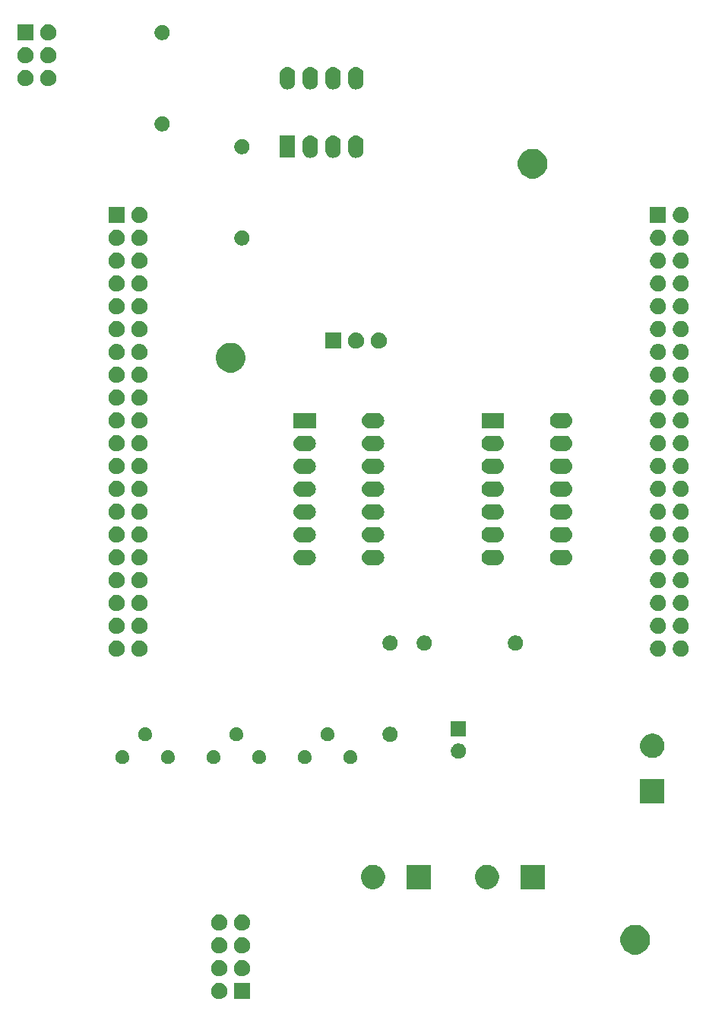
<source format=gbr>
%TF.GenerationSoftware,KiCad,Pcbnew,(5.1.6)-1*%
%TF.CreationDate,2021-10-18T16:55:43+02:00*%
%TF.ProjectId,carteDmx512,63617274-6544-46d7-9835-31322e6b6963,rev?*%
%TF.SameCoordinates,Original*%
%TF.FileFunction,Soldermask,Bot*%
%TF.FilePolarity,Negative*%
%FSLAX46Y46*%
G04 Gerber Fmt 4.6, Leading zero omitted, Abs format (unit mm)*
G04 Created by KiCad (PCBNEW (5.1.6)-1) date 2021-10-18 16:55:43*
%MOMM*%
%LPD*%
G01*
G04 APERTURE LIST*
%ADD10C,0.100000*%
G04 APERTURE END LIST*
D10*
G36*
X219975000Y-160920000D02*
G01*
X218175000Y-160920000D01*
X218175000Y-159120000D01*
X219975000Y-159120000D01*
X219975000Y-160920000D01*
G37*
G36*
X216797520Y-159154586D02*
G01*
X216961310Y-159222430D01*
X217108717Y-159320924D01*
X217234076Y-159446283D01*
X217332570Y-159593690D01*
X217400414Y-159757480D01*
X217435000Y-159931358D01*
X217435000Y-160108642D01*
X217400414Y-160282520D01*
X217332570Y-160446310D01*
X217234076Y-160593717D01*
X217108717Y-160719076D01*
X216961310Y-160817570D01*
X216961309Y-160817571D01*
X216961308Y-160817571D01*
X216797520Y-160885414D01*
X216623644Y-160920000D01*
X216446356Y-160920000D01*
X216272480Y-160885414D01*
X216108692Y-160817571D01*
X216108691Y-160817571D01*
X216108690Y-160817570D01*
X215961283Y-160719076D01*
X215835924Y-160593717D01*
X215737430Y-160446310D01*
X215669586Y-160282520D01*
X215635000Y-160108642D01*
X215635000Y-159931358D01*
X215669586Y-159757480D01*
X215737430Y-159593690D01*
X215835924Y-159446283D01*
X215961283Y-159320924D01*
X216108690Y-159222430D01*
X216272480Y-159154586D01*
X216446356Y-159120000D01*
X216623644Y-159120000D01*
X216797520Y-159154586D01*
G37*
G36*
X219337520Y-156614586D02*
G01*
X219501310Y-156682430D01*
X219648717Y-156780924D01*
X219774076Y-156906283D01*
X219872570Y-157053690D01*
X219940414Y-157217480D01*
X219975000Y-157391358D01*
X219975000Y-157568642D01*
X219940414Y-157742520D01*
X219872570Y-157906310D01*
X219774076Y-158053717D01*
X219648717Y-158179076D01*
X219501310Y-158277570D01*
X219501309Y-158277571D01*
X219501308Y-158277571D01*
X219337520Y-158345414D01*
X219163644Y-158380000D01*
X218986356Y-158380000D01*
X218812480Y-158345414D01*
X218648692Y-158277571D01*
X218648691Y-158277571D01*
X218648690Y-158277570D01*
X218501283Y-158179076D01*
X218375924Y-158053717D01*
X218277430Y-157906310D01*
X218209586Y-157742520D01*
X218175000Y-157568642D01*
X218175000Y-157391358D01*
X218209586Y-157217480D01*
X218277430Y-157053690D01*
X218375924Y-156906283D01*
X218501283Y-156780924D01*
X218648690Y-156682430D01*
X218812480Y-156614586D01*
X218986356Y-156580000D01*
X219163644Y-156580000D01*
X219337520Y-156614586D01*
G37*
G36*
X216797520Y-156614586D02*
G01*
X216961310Y-156682430D01*
X217108717Y-156780924D01*
X217234076Y-156906283D01*
X217332570Y-157053690D01*
X217400414Y-157217480D01*
X217435000Y-157391358D01*
X217435000Y-157568642D01*
X217400414Y-157742520D01*
X217332570Y-157906310D01*
X217234076Y-158053717D01*
X217108717Y-158179076D01*
X216961310Y-158277570D01*
X216961309Y-158277571D01*
X216961308Y-158277571D01*
X216797520Y-158345414D01*
X216623644Y-158380000D01*
X216446356Y-158380000D01*
X216272480Y-158345414D01*
X216108692Y-158277571D01*
X216108691Y-158277571D01*
X216108690Y-158277570D01*
X215961283Y-158179076D01*
X215835924Y-158053717D01*
X215737430Y-157906310D01*
X215669586Y-157742520D01*
X215635000Y-157568642D01*
X215635000Y-157391358D01*
X215669586Y-157217480D01*
X215737430Y-157053690D01*
X215835924Y-156906283D01*
X215961283Y-156780924D01*
X216108690Y-156682430D01*
X216272480Y-156614586D01*
X216446356Y-156580000D01*
X216623644Y-156580000D01*
X216797520Y-156614586D01*
G37*
G36*
X263090317Y-152662520D02*
G01*
X263371287Y-152718408D01*
X263671568Y-152842789D01*
X263941814Y-153023361D01*
X264171639Y-153253186D01*
X264352211Y-153523432D01*
X264476592Y-153823713D01*
X264540000Y-154142489D01*
X264540000Y-154467511D01*
X264476592Y-154786287D01*
X264352211Y-155086568D01*
X264171639Y-155356814D01*
X263941814Y-155586639D01*
X263671568Y-155767211D01*
X263371287Y-155891592D01*
X263097874Y-155945977D01*
X263052512Y-155955000D01*
X262727488Y-155955000D01*
X262682126Y-155945977D01*
X262408713Y-155891592D01*
X262108432Y-155767211D01*
X261838186Y-155586639D01*
X261608361Y-155356814D01*
X261427789Y-155086568D01*
X261303408Y-154786287D01*
X261240000Y-154467511D01*
X261240000Y-154142489D01*
X261303408Y-153823713D01*
X261427789Y-153523432D01*
X261608361Y-153253186D01*
X261838186Y-153023361D01*
X262108432Y-152842789D01*
X262408713Y-152718408D01*
X262689683Y-152662520D01*
X262727488Y-152655000D01*
X263052512Y-152655000D01*
X263090317Y-152662520D01*
G37*
G36*
X219337520Y-154074586D02*
G01*
X219501310Y-154142430D01*
X219648717Y-154240924D01*
X219774076Y-154366283D01*
X219872570Y-154513690D01*
X219872571Y-154513692D01*
X219940414Y-154677480D01*
X219975000Y-154851356D01*
X219975000Y-155028644D01*
X219940414Y-155202520D01*
X219876504Y-155356814D01*
X219872570Y-155366310D01*
X219774076Y-155513717D01*
X219648717Y-155639076D01*
X219501310Y-155737570D01*
X219501309Y-155737571D01*
X219501308Y-155737571D01*
X219337520Y-155805414D01*
X219163644Y-155840000D01*
X218986356Y-155840000D01*
X218812480Y-155805414D01*
X218648692Y-155737571D01*
X218648691Y-155737571D01*
X218648690Y-155737570D01*
X218501283Y-155639076D01*
X218375924Y-155513717D01*
X218277430Y-155366310D01*
X218273497Y-155356814D01*
X218209586Y-155202520D01*
X218175000Y-155028644D01*
X218175000Y-154851356D01*
X218209586Y-154677480D01*
X218277429Y-154513692D01*
X218277430Y-154513690D01*
X218375924Y-154366283D01*
X218501283Y-154240924D01*
X218648690Y-154142430D01*
X218812480Y-154074586D01*
X218986356Y-154040000D01*
X219163644Y-154040000D01*
X219337520Y-154074586D01*
G37*
G36*
X216797520Y-154074586D02*
G01*
X216961310Y-154142430D01*
X217108717Y-154240924D01*
X217234076Y-154366283D01*
X217332570Y-154513690D01*
X217332571Y-154513692D01*
X217400414Y-154677480D01*
X217435000Y-154851356D01*
X217435000Y-155028644D01*
X217400414Y-155202520D01*
X217336504Y-155356814D01*
X217332570Y-155366310D01*
X217234076Y-155513717D01*
X217108717Y-155639076D01*
X216961310Y-155737570D01*
X216961309Y-155737571D01*
X216961308Y-155737571D01*
X216797520Y-155805414D01*
X216623644Y-155840000D01*
X216446356Y-155840000D01*
X216272480Y-155805414D01*
X216108692Y-155737571D01*
X216108691Y-155737571D01*
X216108690Y-155737570D01*
X215961283Y-155639076D01*
X215835924Y-155513717D01*
X215737430Y-155366310D01*
X215733497Y-155356814D01*
X215669586Y-155202520D01*
X215635000Y-155028644D01*
X215635000Y-154851356D01*
X215669586Y-154677480D01*
X215737429Y-154513692D01*
X215737430Y-154513690D01*
X215835924Y-154366283D01*
X215961283Y-154240924D01*
X216108690Y-154142430D01*
X216272480Y-154074586D01*
X216446356Y-154040000D01*
X216623644Y-154040000D01*
X216797520Y-154074586D01*
G37*
G36*
X216797520Y-151534586D02*
G01*
X216961310Y-151602430D01*
X217108717Y-151700924D01*
X217234076Y-151826283D01*
X217332570Y-151973690D01*
X217332571Y-151973692D01*
X217400414Y-152137480D01*
X217435000Y-152311356D01*
X217435000Y-152488644D01*
X217400414Y-152662520D01*
X217377265Y-152718408D01*
X217332570Y-152826310D01*
X217234076Y-152973717D01*
X217108717Y-153099076D01*
X216961310Y-153197570D01*
X216961309Y-153197571D01*
X216961308Y-153197571D01*
X216797520Y-153265414D01*
X216623644Y-153300000D01*
X216446356Y-153300000D01*
X216272480Y-153265414D01*
X216108692Y-153197571D01*
X216108691Y-153197571D01*
X216108690Y-153197570D01*
X215961283Y-153099076D01*
X215835924Y-152973717D01*
X215737430Y-152826310D01*
X215692736Y-152718408D01*
X215669586Y-152662520D01*
X215635000Y-152488644D01*
X215635000Y-152311356D01*
X215669586Y-152137480D01*
X215737429Y-151973692D01*
X215737430Y-151973690D01*
X215835924Y-151826283D01*
X215961283Y-151700924D01*
X216108690Y-151602430D01*
X216272480Y-151534586D01*
X216446356Y-151500000D01*
X216623644Y-151500000D01*
X216797520Y-151534586D01*
G37*
G36*
X219337520Y-151534586D02*
G01*
X219501310Y-151602430D01*
X219648717Y-151700924D01*
X219774076Y-151826283D01*
X219872570Y-151973690D01*
X219872571Y-151973692D01*
X219940414Y-152137480D01*
X219975000Y-152311356D01*
X219975000Y-152488644D01*
X219940414Y-152662520D01*
X219917265Y-152718408D01*
X219872570Y-152826310D01*
X219774076Y-152973717D01*
X219648717Y-153099076D01*
X219501310Y-153197570D01*
X219501309Y-153197571D01*
X219501308Y-153197571D01*
X219337520Y-153265414D01*
X219163644Y-153300000D01*
X218986356Y-153300000D01*
X218812480Y-153265414D01*
X218648692Y-153197571D01*
X218648691Y-153197571D01*
X218648690Y-153197570D01*
X218501283Y-153099076D01*
X218375924Y-152973717D01*
X218277430Y-152826310D01*
X218232736Y-152718408D01*
X218209586Y-152662520D01*
X218175000Y-152488644D01*
X218175000Y-152311356D01*
X218209586Y-152137480D01*
X218277429Y-151973692D01*
X218277430Y-151973690D01*
X218375924Y-151826283D01*
X218501283Y-151700924D01*
X218648690Y-151602430D01*
X218812480Y-151534586D01*
X218986356Y-151500000D01*
X219163644Y-151500000D01*
X219337520Y-151534586D01*
G37*
G36*
X252810000Y-148670000D02*
G01*
X250110000Y-148670000D01*
X250110000Y-145970000D01*
X252810000Y-145970000D01*
X252810000Y-148670000D01*
G37*
G36*
X234073779Y-146021879D02*
G01*
X234319463Y-146123645D01*
X234319465Y-146123646D01*
X234430769Y-146198017D01*
X234540574Y-146271386D01*
X234728614Y-146459426D01*
X234876355Y-146680537D01*
X234978121Y-146926221D01*
X235030000Y-147187035D01*
X235030000Y-147452965D01*
X234978121Y-147713779D01*
X234876355Y-147959463D01*
X234876354Y-147959465D01*
X234728613Y-148180575D01*
X234540575Y-148368613D01*
X234319465Y-148516354D01*
X234319464Y-148516355D01*
X234319463Y-148516355D01*
X234073779Y-148618121D01*
X233812965Y-148670000D01*
X233547035Y-148670000D01*
X233286221Y-148618121D01*
X233040537Y-148516355D01*
X233040536Y-148516355D01*
X233040535Y-148516354D01*
X232819425Y-148368613D01*
X232631387Y-148180575D01*
X232483646Y-147959465D01*
X232483645Y-147959463D01*
X232381879Y-147713779D01*
X232330000Y-147452965D01*
X232330000Y-147187035D01*
X232381879Y-146926221D01*
X232483645Y-146680537D01*
X232631386Y-146459426D01*
X232819426Y-146271386D01*
X232929231Y-146198017D01*
X233040535Y-146123646D01*
X233040537Y-146123645D01*
X233286221Y-146021879D01*
X233547035Y-145970000D01*
X233812965Y-145970000D01*
X234073779Y-146021879D01*
G37*
G36*
X246773779Y-146021879D02*
G01*
X247019463Y-146123645D01*
X247019465Y-146123646D01*
X247130769Y-146198017D01*
X247240574Y-146271386D01*
X247428614Y-146459426D01*
X247576355Y-146680537D01*
X247678121Y-146926221D01*
X247730000Y-147187035D01*
X247730000Y-147452965D01*
X247678121Y-147713779D01*
X247576355Y-147959463D01*
X247576354Y-147959465D01*
X247428613Y-148180575D01*
X247240575Y-148368613D01*
X247019465Y-148516354D01*
X247019464Y-148516355D01*
X247019463Y-148516355D01*
X246773779Y-148618121D01*
X246512965Y-148670000D01*
X246247035Y-148670000D01*
X245986221Y-148618121D01*
X245740537Y-148516355D01*
X245740536Y-148516355D01*
X245740535Y-148516354D01*
X245519425Y-148368613D01*
X245331387Y-148180575D01*
X245183646Y-147959465D01*
X245183645Y-147959463D01*
X245081879Y-147713779D01*
X245030000Y-147452965D01*
X245030000Y-147187035D01*
X245081879Y-146926221D01*
X245183645Y-146680537D01*
X245331386Y-146459426D01*
X245519426Y-146271386D01*
X245629231Y-146198017D01*
X245740535Y-146123646D01*
X245740537Y-146123645D01*
X245986221Y-146021879D01*
X246247035Y-145970000D01*
X246512965Y-145970000D01*
X246773779Y-146021879D01*
G37*
G36*
X240110000Y-148670000D02*
G01*
X237410000Y-148670000D01*
X237410000Y-145970000D01*
X240110000Y-145970000D01*
X240110000Y-148670000D01*
G37*
G36*
X266145000Y-139145000D02*
G01*
X263445000Y-139145000D01*
X263445000Y-136445000D01*
X266145000Y-136445000D01*
X266145000Y-139145000D01*
G37*
G36*
X221155013Y-133234727D02*
G01*
X221204601Y-133244590D01*
X221344732Y-133302635D01*
X221470847Y-133386902D01*
X221578098Y-133494153D01*
X221662365Y-133620268D01*
X221700621Y-133712624D01*
X221720410Y-133760400D01*
X221750000Y-133909160D01*
X221750000Y-134060840D01*
X221736773Y-134127335D01*
X221720410Y-134209601D01*
X221662365Y-134349732D01*
X221578098Y-134475847D01*
X221470847Y-134583098D01*
X221344732Y-134667365D01*
X221204601Y-134725410D01*
X221155013Y-134735273D01*
X221055840Y-134755000D01*
X220904160Y-134755000D01*
X220804987Y-134735273D01*
X220755399Y-134725410D01*
X220615268Y-134667365D01*
X220489153Y-134583098D01*
X220381902Y-134475847D01*
X220297635Y-134349732D01*
X220239590Y-134209601D01*
X220223227Y-134127335D01*
X220210000Y-134060840D01*
X220210000Y-133909160D01*
X220239590Y-133760400D01*
X220259380Y-133712624D01*
X220297635Y-133620268D01*
X220381902Y-133494153D01*
X220489153Y-133386902D01*
X220615268Y-133302635D01*
X220755399Y-133244590D01*
X220804987Y-133234727D01*
X220904160Y-133215000D01*
X221055840Y-133215000D01*
X221155013Y-133234727D01*
G37*
G36*
X216075013Y-133234727D02*
G01*
X216124601Y-133244590D01*
X216264732Y-133302635D01*
X216390847Y-133386902D01*
X216498098Y-133494153D01*
X216582365Y-133620268D01*
X216620621Y-133712624D01*
X216640410Y-133760400D01*
X216670000Y-133909160D01*
X216670000Y-134060840D01*
X216656773Y-134127335D01*
X216640410Y-134209601D01*
X216582365Y-134349732D01*
X216498098Y-134475847D01*
X216390847Y-134583098D01*
X216264732Y-134667365D01*
X216124601Y-134725410D01*
X216075013Y-134735273D01*
X215975840Y-134755000D01*
X215824160Y-134755000D01*
X215724987Y-134735273D01*
X215675399Y-134725410D01*
X215535268Y-134667365D01*
X215409153Y-134583098D01*
X215301902Y-134475847D01*
X215217635Y-134349732D01*
X215159590Y-134209601D01*
X215143227Y-134127335D01*
X215130000Y-134060840D01*
X215130000Y-133909160D01*
X215159590Y-133760400D01*
X215179380Y-133712624D01*
X215217635Y-133620268D01*
X215301902Y-133494153D01*
X215409153Y-133386902D01*
X215535268Y-133302635D01*
X215675399Y-133244590D01*
X215724987Y-133234727D01*
X215824160Y-133215000D01*
X215975840Y-133215000D01*
X216075013Y-133234727D01*
G37*
G36*
X210995013Y-133234727D02*
G01*
X211044601Y-133244590D01*
X211184732Y-133302635D01*
X211310847Y-133386902D01*
X211418098Y-133494153D01*
X211502365Y-133620268D01*
X211540621Y-133712624D01*
X211560410Y-133760400D01*
X211590000Y-133909160D01*
X211590000Y-134060840D01*
X211576773Y-134127335D01*
X211560410Y-134209601D01*
X211502365Y-134349732D01*
X211418098Y-134475847D01*
X211310847Y-134583098D01*
X211184732Y-134667365D01*
X211044601Y-134725410D01*
X210995013Y-134735273D01*
X210895840Y-134755000D01*
X210744160Y-134755000D01*
X210644987Y-134735273D01*
X210595399Y-134725410D01*
X210455268Y-134667365D01*
X210329153Y-134583098D01*
X210221902Y-134475847D01*
X210137635Y-134349732D01*
X210079590Y-134209601D01*
X210063227Y-134127335D01*
X210050000Y-134060840D01*
X210050000Y-133909160D01*
X210079590Y-133760400D01*
X210099380Y-133712624D01*
X210137635Y-133620268D01*
X210221902Y-133494153D01*
X210329153Y-133386902D01*
X210455268Y-133302635D01*
X210595399Y-133244590D01*
X210644987Y-133234727D01*
X210744160Y-133215000D01*
X210895840Y-133215000D01*
X210995013Y-133234727D01*
G37*
G36*
X205915013Y-133234727D02*
G01*
X205964601Y-133244590D01*
X206104732Y-133302635D01*
X206230847Y-133386902D01*
X206338098Y-133494153D01*
X206422365Y-133620268D01*
X206460621Y-133712624D01*
X206480410Y-133760400D01*
X206510000Y-133909160D01*
X206510000Y-134060840D01*
X206496773Y-134127335D01*
X206480410Y-134209601D01*
X206422365Y-134349732D01*
X206338098Y-134475847D01*
X206230847Y-134583098D01*
X206104732Y-134667365D01*
X205964601Y-134725410D01*
X205915013Y-134735273D01*
X205815840Y-134755000D01*
X205664160Y-134755000D01*
X205564987Y-134735273D01*
X205515399Y-134725410D01*
X205375268Y-134667365D01*
X205249153Y-134583098D01*
X205141902Y-134475847D01*
X205057635Y-134349732D01*
X204999590Y-134209601D01*
X204983227Y-134127335D01*
X204970000Y-134060840D01*
X204970000Y-133909160D01*
X204999590Y-133760400D01*
X205019380Y-133712624D01*
X205057635Y-133620268D01*
X205141902Y-133494153D01*
X205249153Y-133386902D01*
X205375268Y-133302635D01*
X205515399Y-133244590D01*
X205564987Y-133234727D01*
X205664160Y-133215000D01*
X205815840Y-133215000D01*
X205915013Y-133234727D01*
G37*
G36*
X226235013Y-133234727D02*
G01*
X226284601Y-133244590D01*
X226424732Y-133302635D01*
X226550847Y-133386902D01*
X226658098Y-133494153D01*
X226742365Y-133620268D01*
X226780621Y-133712624D01*
X226800410Y-133760400D01*
X226830000Y-133909160D01*
X226830000Y-134060840D01*
X226816773Y-134127335D01*
X226800410Y-134209601D01*
X226742365Y-134349732D01*
X226658098Y-134475847D01*
X226550847Y-134583098D01*
X226424732Y-134667365D01*
X226284601Y-134725410D01*
X226235013Y-134735273D01*
X226135840Y-134755000D01*
X225984160Y-134755000D01*
X225884987Y-134735273D01*
X225835399Y-134725410D01*
X225695268Y-134667365D01*
X225569153Y-134583098D01*
X225461902Y-134475847D01*
X225377635Y-134349732D01*
X225319590Y-134209601D01*
X225303227Y-134127335D01*
X225290000Y-134060840D01*
X225290000Y-133909160D01*
X225319590Y-133760400D01*
X225339380Y-133712624D01*
X225377635Y-133620268D01*
X225461902Y-133494153D01*
X225569153Y-133386902D01*
X225695268Y-133302635D01*
X225835399Y-133244590D01*
X225884987Y-133234727D01*
X225984160Y-133215000D01*
X226135840Y-133215000D01*
X226235013Y-133234727D01*
G37*
G36*
X231315013Y-133234727D02*
G01*
X231364601Y-133244590D01*
X231504732Y-133302635D01*
X231630847Y-133386902D01*
X231738098Y-133494153D01*
X231822365Y-133620268D01*
X231860621Y-133712624D01*
X231880410Y-133760400D01*
X231910000Y-133909160D01*
X231910000Y-134060840D01*
X231896773Y-134127335D01*
X231880410Y-134209601D01*
X231822365Y-134349732D01*
X231738098Y-134475847D01*
X231630847Y-134583098D01*
X231504732Y-134667365D01*
X231364601Y-134725410D01*
X231315013Y-134735273D01*
X231215840Y-134755000D01*
X231064160Y-134755000D01*
X230964987Y-134735273D01*
X230915399Y-134725410D01*
X230775268Y-134667365D01*
X230649153Y-134583098D01*
X230541902Y-134475847D01*
X230457635Y-134349732D01*
X230399590Y-134209601D01*
X230383227Y-134127335D01*
X230370000Y-134060840D01*
X230370000Y-133909160D01*
X230399590Y-133760400D01*
X230419380Y-133712624D01*
X230457635Y-133620268D01*
X230541902Y-133494153D01*
X230649153Y-133386902D01*
X230775268Y-133302635D01*
X230915399Y-133244590D01*
X230964987Y-133234727D01*
X231064160Y-133215000D01*
X231215840Y-133215000D01*
X231315013Y-133234727D01*
G37*
G36*
X243452935Y-132492664D02*
G01*
X243607624Y-132556739D01*
X243607626Y-132556740D01*
X243746844Y-132649762D01*
X243865238Y-132768156D01*
X243918563Y-132847963D01*
X243958261Y-132907376D01*
X244022336Y-133062065D01*
X244055000Y-133226281D01*
X244055000Y-133393719D01*
X244022336Y-133557935D01*
X243958261Y-133712624D01*
X243958260Y-133712626D01*
X243865238Y-133851844D01*
X243746844Y-133970238D01*
X243607626Y-134063260D01*
X243607625Y-134063261D01*
X243607624Y-134063261D01*
X243452935Y-134127336D01*
X243288719Y-134160000D01*
X243121281Y-134160000D01*
X242957065Y-134127336D01*
X242802376Y-134063261D01*
X242802375Y-134063261D01*
X242802374Y-134063260D01*
X242663156Y-133970238D01*
X242544762Y-133851844D01*
X242451740Y-133712626D01*
X242451739Y-133712624D01*
X242387664Y-133557935D01*
X242355000Y-133393719D01*
X242355000Y-133226281D01*
X242387664Y-133062065D01*
X242451739Y-132907376D01*
X242491437Y-132847963D01*
X242544762Y-132768156D01*
X242663156Y-132649762D01*
X242802374Y-132556740D01*
X242802376Y-132556739D01*
X242957065Y-132492664D01*
X243121281Y-132460000D01*
X243288719Y-132460000D01*
X243452935Y-132492664D01*
G37*
G36*
X265188779Y-131416879D02*
G01*
X265434463Y-131518645D01*
X265434465Y-131518646D01*
X265449540Y-131528719D01*
X265655574Y-131666386D01*
X265843614Y-131854426D01*
X265916983Y-131964231D01*
X265932093Y-131986844D01*
X265991355Y-132075537D01*
X266093121Y-132321221D01*
X266145000Y-132582035D01*
X266145000Y-132847965D01*
X266093121Y-133108779D01*
X265991355Y-133354463D01*
X265898018Y-133494153D01*
X265843613Y-133575575D01*
X265655575Y-133763613D01*
X265434465Y-133911354D01*
X265434464Y-133911355D01*
X265434463Y-133911355D01*
X265188779Y-134013121D01*
X264927965Y-134065000D01*
X264662035Y-134065000D01*
X264401221Y-134013121D01*
X264155537Y-133911355D01*
X264155536Y-133911355D01*
X264155535Y-133911354D01*
X263934425Y-133763613D01*
X263746387Y-133575575D01*
X263691983Y-133494153D01*
X263598645Y-133354463D01*
X263496879Y-133108779D01*
X263445000Y-132847965D01*
X263445000Y-132582035D01*
X263496879Y-132321221D01*
X263598645Y-132075537D01*
X263657908Y-131986844D01*
X263673017Y-131964231D01*
X263746386Y-131854426D01*
X263934426Y-131666386D01*
X264140460Y-131528719D01*
X264155535Y-131518646D01*
X264155537Y-131518645D01*
X264401221Y-131416879D01*
X264662035Y-131365000D01*
X264927965Y-131365000D01*
X265188779Y-131416879D01*
G37*
G36*
X235832935Y-130627664D02*
G01*
X235987624Y-130691739D01*
X235987626Y-130691740D01*
X236126844Y-130784762D01*
X236245238Y-130903156D01*
X236338260Y-131042374D01*
X236338261Y-131042376D01*
X236402336Y-131197065D01*
X236435000Y-131361281D01*
X236435000Y-131528719D01*
X236402336Y-131692935D01*
X236338261Y-131847624D01*
X236338260Y-131847626D01*
X236245238Y-131986844D01*
X236126844Y-132105238D01*
X235987626Y-132198260D01*
X235987625Y-132198261D01*
X235987624Y-132198261D01*
X235832935Y-132262336D01*
X235668719Y-132295000D01*
X235501281Y-132295000D01*
X235337065Y-132262336D01*
X235182376Y-132198261D01*
X235182375Y-132198261D01*
X235182374Y-132198260D01*
X235043156Y-132105238D01*
X234924762Y-131986844D01*
X234831740Y-131847626D01*
X234831739Y-131847624D01*
X234767664Y-131692935D01*
X234735000Y-131528719D01*
X234735000Y-131361281D01*
X234767664Y-131197065D01*
X234831739Y-131042376D01*
X234831740Y-131042374D01*
X234924762Y-130903156D01*
X235043156Y-130784762D01*
X235182374Y-130691740D01*
X235182376Y-130691739D01*
X235337065Y-130627664D01*
X235501281Y-130595000D01*
X235668719Y-130595000D01*
X235832935Y-130627664D01*
G37*
G36*
X228759993Y-130691739D02*
G01*
X228824601Y-130704590D01*
X228964732Y-130762635D01*
X229090847Y-130846902D01*
X229198098Y-130954153D01*
X229282365Y-131080268D01*
X229330745Y-131197065D01*
X229340410Y-131220400D01*
X229370000Y-131369160D01*
X229370000Y-131520840D01*
X229350273Y-131620013D01*
X229340410Y-131669601D01*
X229282365Y-131809732D01*
X229198098Y-131935847D01*
X229090847Y-132043098D01*
X228964732Y-132127365D01*
X228824601Y-132185410D01*
X228775013Y-132195273D01*
X228675840Y-132215000D01*
X228524160Y-132215000D01*
X228424987Y-132195273D01*
X228375399Y-132185410D01*
X228235268Y-132127365D01*
X228109153Y-132043098D01*
X228001902Y-131935847D01*
X227917635Y-131809732D01*
X227859590Y-131669601D01*
X227849727Y-131620013D01*
X227830000Y-131520840D01*
X227830000Y-131369160D01*
X227859590Y-131220400D01*
X227869256Y-131197065D01*
X227917635Y-131080268D01*
X228001902Y-130954153D01*
X228109153Y-130846902D01*
X228235268Y-130762635D01*
X228375399Y-130704590D01*
X228440007Y-130691739D01*
X228524160Y-130675000D01*
X228675840Y-130675000D01*
X228759993Y-130691739D01*
G37*
G36*
X218599993Y-130691739D02*
G01*
X218664601Y-130704590D01*
X218804732Y-130762635D01*
X218930847Y-130846902D01*
X219038098Y-130954153D01*
X219122365Y-131080268D01*
X219170745Y-131197065D01*
X219180410Y-131220400D01*
X219210000Y-131369160D01*
X219210000Y-131520840D01*
X219190273Y-131620013D01*
X219180410Y-131669601D01*
X219122365Y-131809732D01*
X219038098Y-131935847D01*
X218930847Y-132043098D01*
X218804732Y-132127365D01*
X218664601Y-132185410D01*
X218615013Y-132195273D01*
X218515840Y-132215000D01*
X218364160Y-132215000D01*
X218264987Y-132195273D01*
X218215399Y-132185410D01*
X218075268Y-132127365D01*
X217949153Y-132043098D01*
X217841902Y-131935847D01*
X217757635Y-131809732D01*
X217699590Y-131669601D01*
X217689727Y-131620013D01*
X217670000Y-131520840D01*
X217670000Y-131369160D01*
X217699590Y-131220400D01*
X217709256Y-131197065D01*
X217757635Y-131080268D01*
X217841902Y-130954153D01*
X217949153Y-130846902D01*
X218075268Y-130762635D01*
X218215399Y-130704590D01*
X218280007Y-130691739D01*
X218364160Y-130675000D01*
X218515840Y-130675000D01*
X218599993Y-130691739D01*
G37*
G36*
X208439993Y-130691739D02*
G01*
X208504601Y-130704590D01*
X208644732Y-130762635D01*
X208770847Y-130846902D01*
X208878098Y-130954153D01*
X208962365Y-131080268D01*
X209010745Y-131197065D01*
X209020410Y-131220400D01*
X209050000Y-131369160D01*
X209050000Y-131520840D01*
X209030273Y-131620013D01*
X209020410Y-131669601D01*
X208962365Y-131809732D01*
X208878098Y-131935847D01*
X208770847Y-132043098D01*
X208644732Y-132127365D01*
X208504601Y-132185410D01*
X208455013Y-132195273D01*
X208355840Y-132215000D01*
X208204160Y-132215000D01*
X208104987Y-132195273D01*
X208055399Y-132185410D01*
X207915268Y-132127365D01*
X207789153Y-132043098D01*
X207681902Y-131935847D01*
X207597635Y-131809732D01*
X207539590Y-131669601D01*
X207529727Y-131620013D01*
X207510000Y-131520840D01*
X207510000Y-131369160D01*
X207539590Y-131220400D01*
X207549256Y-131197065D01*
X207597635Y-131080268D01*
X207681902Y-130954153D01*
X207789153Y-130846902D01*
X207915268Y-130762635D01*
X208055399Y-130704590D01*
X208120007Y-130691739D01*
X208204160Y-130675000D01*
X208355840Y-130675000D01*
X208439993Y-130691739D01*
G37*
G36*
X244055000Y-131660000D02*
G01*
X242355000Y-131660000D01*
X242355000Y-129960000D01*
X244055000Y-129960000D01*
X244055000Y-131660000D01*
G37*
G36*
X268232520Y-121054586D02*
G01*
X268396310Y-121122430D01*
X268543717Y-121220924D01*
X268669076Y-121346283D01*
X268684067Y-121368719D01*
X268767571Y-121493692D01*
X268835414Y-121657480D01*
X268870000Y-121831356D01*
X268870000Y-122008644D01*
X268844866Y-122135000D01*
X268835414Y-122182520D01*
X268767570Y-122346310D01*
X268669076Y-122493717D01*
X268543717Y-122619076D01*
X268396310Y-122717570D01*
X268396309Y-122717571D01*
X268396308Y-122717571D01*
X268232520Y-122785414D01*
X268058644Y-122820000D01*
X267881356Y-122820000D01*
X267707480Y-122785414D01*
X267543692Y-122717571D01*
X267543691Y-122717571D01*
X267543690Y-122717570D01*
X267396283Y-122619076D01*
X267270924Y-122493717D01*
X267172430Y-122346310D01*
X267104586Y-122182520D01*
X267095134Y-122135000D01*
X267070000Y-122008644D01*
X267070000Y-121831356D01*
X267104586Y-121657480D01*
X267172429Y-121493692D01*
X267255933Y-121368719D01*
X267270924Y-121346283D01*
X267396283Y-121220924D01*
X267543690Y-121122430D01*
X267707480Y-121054586D01*
X267881356Y-121020000D01*
X268058644Y-121020000D01*
X268232520Y-121054586D01*
G37*
G36*
X205367520Y-121054586D02*
G01*
X205531310Y-121122430D01*
X205678717Y-121220924D01*
X205804076Y-121346283D01*
X205819067Y-121368719D01*
X205902571Y-121493692D01*
X205970414Y-121657480D01*
X206005000Y-121831356D01*
X206005000Y-122008644D01*
X205979866Y-122135000D01*
X205970414Y-122182520D01*
X205902570Y-122346310D01*
X205804076Y-122493717D01*
X205678717Y-122619076D01*
X205531310Y-122717570D01*
X205531309Y-122717571D01*
X205531308Y-122717571D01*
X205367520Y-122785414D01*
X205193644Y-122820000D01*
X205016356Y-122820000D01*
X204842480Y-122785414D01*
X204678692Y-122717571D01*
X204678691Y-122717571D01*
X204678690Y-122717570D01*
X204531283Y-122619076D01*
X204405924Y-122493717D01*
X204307430Y-122346310D01*
X204239586Y-122182520D01*
X204230134Y-122135000D01*
X204205000Y-122008644D01*
X204205000Y-121831356D01*
X204239586Y-121657480D01*
X204307429Y-121493692D01*
X204390933Y-121368719D01*
X204405924Y-121346283D01*
X204531283Y-121220924D01*
X204678690Y-121122430D01*
X204842480Y-121054586D01*
X205016356Y-121020000D01*
X205193644Y-121020000D01*
X205367520Y-121054586D01*
G37*
G36*
X207907520Y-121054586D02*
G01*
X208071310Y-121122430D01*
X208218717Y-121220924D01*
X208344076Y-121346283D01*
X208359067Y-121368719D01*
X208442571Y-121493692D01*
X208510414Y-121657480D01*
X208545000Y-121831356D01*
X208545000Y-122008644D01*
X208519866Y-122135000D01*
X208510414Y-122182520D01*
X208442570Y-122346310D01*
X208344076Y-122493717D01*
X208218717Y-122619076D01*
X208071310Y-122717570D01*
X208071309Y-122717571D01*
X208071308Y-122717571D01*
X207907520Y-122785414D01*
X207733644Y-122820000D01*
X207556356Y-122820000D01*
X207382480Y-122785414D01*
X207218692Y-122717571D01*
X207218691Y-122717571D01*
X207218690Y-122717570D01*
X207071283Y-122619076D01*
X206945924Y-122493717D01*
X206847430Y-122346310D01*
X206779586Y-122182520D01*
X206770134Y-122135000D01*
X206745000Y-122008644D01*
X206745000Y-121831356D01*
X206779586Y-121657480D01*
X206847429Y-121493692D01*
X206930933Y-121368719D01*
X206945924Y-121346283D01*
X207071283Y-121220924D01*
X207218690Y-121122430D01*
X207382480Y-121054586D01*
X207556356Y-121020000D01*
X207733644Y-121020000D01*
X207907520Y-121054586D01*
G37*
G36*
X265692520Y-121054586D02*
G01*
X265856310Y-121122430D01*
X266003717Y-121220924D01*
X266129076Y-121346283D01*
X266144067Y-121368719D01*
X266227571Y-121493692D01*
X266295414Y-121657480D01*
X266330000Y-121831356D01*
X266330000Y-122008644D01*
X266304866Y-122135000D01*
X266295414Y-122182520D01*
X266227570Y-122346310D01*
X266129076Y-122493717D01*
X266003717Y-122619076D01*
X265856310Y-122717570D01*
X265856309Y-122717571D01*
X265856308Y-122717571D01*
X265692520Y-122785414D01*
X265518644Y-122820000D01*
X265341356Y-122820000D01*
X265167480Y-122785414D01*
X265003692Y-122717571D01*
X265003691Y-122717571D01*
X265003690Y-122717570D01*
X264856283Y-122619076D01*
X264730924Y-122493717D01*
X264632430Y-122346310D01*
X264564586Y-122182520D01*
X264555134Y-122135000D01*
X264530000Y-122008644D01*
X264530000Y-121831356D01*
X264564586Y-121657480D01*
X264632429Y-121493692D01*
X264715933Y-121368719D01*
X264730924Y-121346283D01*
X264856283Y-121220924D01*
X265003690Y-121122430D01*
X265167480Y-121054586D01*
X265341356Y-121020000D01*
X265518644Y-121020000D01*
X265692520Y-121054586D01*
G37*
G36*
X235832935Y-120467664D02*
G01*
X235987624Y-120531739D01*
X235987626Y-120531740D01*
X236126844Y-120624762D01*
X236245238Y-120743156D01*
X236338260Y-120882374D01*
X236338261Y-120882376D01*
X236402336Y-121037065D01*
X236435000Y-121201281D01*
X236435000Y-121368719D01*
X236402336Y-121532935D01*
X236350747Y-121657480D01*
X236338260Y-121687626D01*
X236245238Y-121826844D01*
X236126844Y-121945238D01*
X235987626Y-122038260D01*
X235987625Y-122038261D01*
X235987624Y-122038261D01*
X235832935Y-122102336D01*
X235668719Y-122135000D01*
X235501281Y-122135000D01*
X235337065Y-122102336D01*
X235182376Y-122038261D01*
X235182375Y-122038261D01*
X235182374Y-122038260D01*
X235043156Y-121945238D01*
X234924762Y-121826844D01*
X234831740Y-121687626D01*
X234819253Y-121657480D01*
X234767664Y-121532935D01*
X234735000Y-121368719D01*
X234735000Y-121201281D01*
X234767664Y-121037065D01*
X234831739Y-120882376D01*
X234831740Y-120882374D01*
X234924762Y-120743156D01*
X235043156Y-120624762D01*
X235182374Y-120531740D01*
X235182376Y-120531739D01*
X235337065Y-120467664D01*
X235501281Y-120435000D01*
X235668719Y-120435000D01*
X235832935Y-120467664D01*
G37*
G36*
X249802935Y-120467664D02*
G01*
X249957624Y-120531739D01*
X249957626Y-120531740D01*
X250096844Y-120624762D01*
X250215238Y-120743156D01*
X250308260Y-120882374D01*
X250308261Y-120882376D01*
X250372336Y-121037065D01*
X250405000Y-121201281D01*
X250405000Y-121368719D01*
X250372336Y-121532935D01*
X250320747Y-121657480D01*
X250308260Y-121687626D01*
X250215238Y-121826844D01*
X250096844Y-121945238D01*
X249957626Y-122038260D01*
X249957625Y-122038261D01*
X249957624Y-122038261D01*
X249802935Y-122102336D01*
X249638719Y-122135000D01*
X249471281Y-122135000D01*
X249307065Y-122102336D01*
X249152376Y-122038261D01*
X249152375Y-122038261D01*
X249152374Y-122038260D01*
X249013156Y-121945238D01*
X248894762Y-121826844D01*
X248801740Y-121687626D01*
X248789253Y-121657480D01*
X248737664Y-121532935D01*
X248705000Y-121368719D01*
X248705000Y-121201281D01*
X248737664Y-121037065D01*
X248801739Y-120882376D01*
X248801740Y-120882374D01*
X248894762Y-120743156D01*
X249013156Y-120624762D01*
X249152374Y-120531740D01*
X249152376Y-120531739D01*
X249307065Y-120467664D01*
X249471281Y-120435000D01*
X249638719Y-120435000D01*
X249802935Y-120467664D01*
G37*
G36*
X239642935Y-120467664D02*
G01*
X239797624Y-120531739D01*
X239797626Y-120531740D01*
X239936844Y-120624762D01*
X240055238Y-120743156D01*
X240148260Y-120882374D01*
X240148261Y-120882376D01*
X240212336Y-121037065D01*
X240245000Y-121201281D01*
X240245000Y-121368719D01*
X240212336Y-121532935D01*
X240160747Y-121657480D01*
X240148260Y-121687626D01*
X240055238Y-121826844D01*
X239936844Y-121945238D01*
X239797626Y-122038260D01*
X239797625Y-122038261D01*
X239797624Y-122038261D01*
X239642935Y-122102336D01*
X239478719Y-122135000D01*
X239311281Y-122135000D01*
X239147065Y-122102336D01*
X238992376Y-122038261D01*
X238992375Y-122038261D01*
X238992374Y-122038260D01*
X238853156Y-121945238D01*
X238734762Y-121826844D01*
X238641740Y-121687626D01*
X238629253Y-121657480D01*
X238577664Y-121532935D01*
X238545000Y-121368719D01*
X238545000Y-121201281D01*
X238577664Y-121037065D01*
X238641739Y-120882376D01*
X238641740Y-120882374D01*
X238734762Y-120743156D01*
X238853156Y-120624762D01*
X238992374Y-120531740D01*
X238992376Y-120531739D01*
X239147065Y-120467664D01*
X239311281Y-120435000D01*
X239478719Y-120435000D01*
X239642935Y-120467664D01*
G37*
G36*
X205367520Y-118514586D02*
G01*
X205531310Y-118582430D01*
X205678717Y-118680924D01*
X205804076Y-118806283D01*
X205902570Y-118953690D01*
X205970414Y-119117480D01*
X206005000Y-119291358D01*
X206005000Y-119468642D01*
X205970414Y-119642520D01*
X205902570Y-119806310D01*
X205804076Y-119953717D01*
X205678717Y-120079076D01*
X205531310Y-120177570D01*
X205531309Y-120177571D01*
X205531308Y-120177571D01*
X205367520Y-120245414D01*
X205193644Y-120280000D01*
X205016356Y-120280000D01*
X204842480Y-120245414D01*
X204678692Y-120177571D01*
X204678691Y-120177571D01*
X204678690Y-120177570D01*
X204531283Y-120079076D01*
X204405924Y-119953717D01*
X204307430Y-119806310D01*
X204239586Y-119642520D01*
X204205000Y-119468642D01*
X204205000Y-119291358D01*
X204239586Y-119117480D01*
X204307430Y-118953690D01*
X204405924Y-118806283D01*
X204531283Y-118680924D01*
X204678690Y-118582430D01*
X204842480Y-118514586D01*
X205016356Y-118480000D01*
X205193644Y-118480000D01*
X205367520Y-118514586D01*
G37*
G36*
X207907520Y-118514586D02*
G01*
X208071310Y-118582430D01*
X208218717Y-118680924D01*
X208344076Y-118806283D01*
X208442570Y-118953690D01*
X208510414Y-119117480D01*
X208545000Y-119291358D01*
X208545000Y-119468642D01*
X208510414Y-119642520D01*
X208442570Y-119806310D01*
X208344076Y-119953717D01*
X208218717Y-120079076D01*
X208071310Y-120177570D01*
X208071309Y-120177571D01*
X208071308Y-120177571D01*
X207907520Y-120245414D01*
X207733644Y-120280000D01*
X207556356Y-120280000D01*
X207382480Y-120245414D01*
X207218692Y-120177571D01*
X207218691Y-120177571D01*
X207218690Y-120177570D01*
X207071283Y-120079076D01*
X206945924Y-119953717D01*
X206847430Y-119806310D01*
X206779586Y-119642520D01*
X206745000Y-119468642D01*
X206745000Y-119291358D01*
X206779586Y-119117480D01*
X206847430Y-118953690D01*
X206945924Y-118806283D01*
X207071283Y-118680924D01*
X207218690Y-118582430D01*
X207382480Y-118514586D01*
X207556356Y-118480000D01*
X207733644Y-118480000D01*
X207907520Y-118514586D01*
G37*
G36*
X265692520Y-118514586D02*
G01*
X265856310Y-118582430D01*
X266003717Y-118680924D01*
X266129076Y-118806283D01*
X266227570Y-118953690D01*
X266295414Y-119117480D01*
X266330000Y-119291358D01*
X266330000Y-119468642D01*
X266295414Y-119642520D01*
X266227570Y-119806310D01*
X266129076Y-119953717D01*
X266003717Y-120079076D01*
X265856310Y-120177570D01*
X265856309Y-120177571D01*
X265856308Y-120177571D01*
X265692520Y-120245414D01*
X265518644Y-120280000D01*
X265341356Y-120280000D01*
X265167480Y-120245414D01*
X265003692Y-120177571D01*
X265003691Y-120177571D01*
X265003690Y-120177570D01*
X264856283Y-120079076D01*
X264730924Y-119953717D01*
X264632430Y-119806310D01*
X264564586Y-119642520D01*
X264530000Y-119468642D01*
X264530000Y-119291358D01*
X264564586Y-119117480D01*
X264632430Y-118953690D01*
X264730924Y-118806283D01*
X264856283Y-118680924D01*
X265003690Y-118582430D01*
X265167480Y-118514586D01*
X265341356Y-118480000D01*
X265518644Y-118480000D01*
X265692520Y-118514586D01*
G37*
G36*
X268232520Y-118514586D02*
G01*
X268396310Y-118582430D01*
X268543717Y-118680924D01*
X268669076Y-118806283D01*
X268767570Y-118953690D01*
X268835414Y-119117480D01*
X268870000Y-119291358D01*
X268870000Y-119468642D01*
X268835414Y-119642520D01*
X268767570Y-119806310D01*
X268669076Y-119953717D01*
X268543717Y-120079076D01*
X268396310Y-120177570D01*
X268396309Y-120177571D01*
X268396308Y-120177571D01*
X268232520Y-120245414D01*
X268058644Y-120280000D01*
X267881356Y-120280000D01*
X267707480Y-120245414D01*
X267543692Y-120177571D01*
X267543691Y-120177571D01*
X267543690Y-120177570D01*
X267396283Y-120079076D01*
X267270924Y-119953717D01*
X267172430Y-119806310D01*
X267104586Y-119642520D01*
X267070000Y-119468642D01*
X267070000Y-119291358D01*
X267104586Y-119117480D01*
X267172430Y-118953690D01*
X267270924Y-118806283D01*
X267396283Y-118680924D01*
X267543690Y-118582430D01*
X267707480Y-118514586D01*
X267881356Y-118480000D01*
X268058644Y-118480000D01*
X268232520Y-118514586D01*
G37*
G36*
X207907520Y-115974586D02*
G01*
X208071310Y-116042430D01*
X208218717Y-116140924D01*
X208344076Y-116266283D01*
X208442570Y-116413690D01*
X208510414Y-116577480D01*
X208545000Y-116751358D01*
X208545000Y-116928642D01*
X208510414Y-117102520D01*
X208442570Y-117266310D01*
X208344076Y-117413717D01*
X208218717Y-117539076D01*
X208071310Y-117637570D01*
X208071309Y-117637571D01*
X208071308Y-117637571D01*
X207907520Y-117705414D01*
X207733644Y-117740000D01*
X207556356Y-117740000D01*
X207382480Y-117705414D01*
X207218692Y-117637571D01*
X207218691Y-117637571D01*
X207218690Y-117637570D01*
X207071283Y-117539076D01*
X206945924Y-117413717D01*
X206847430Y-117266310D01*
X206779586Y-117102520D01*
X206745000Y-116928642D01*
X206745000Y-116751358D01*
X206779586Y-116577480D01*
X206847430Y-116413690D01*
X206945924Y-116266283D01*
X207071283Y-116140924D01*
X207218690Y-116042430D01*
X207382480Y-115974586D01*
X207556356Y-115940000D01*
X207733644Y-115940000D01*
X207907520Y-115974586D01*
G37*
G36*
X268232520Y-115974586D02*
G01*
X268396310Y-116042430D01*
X268543717Y-116140924D01*
X268669076Y-116266283D01*
X268767570Y-116413690D01*
X268835414Y-116577480D01*
X268870000Y-116751358D01*
X268870000Y-116928642D01*
X268835414Y-117102520D01*
X268767570Y-117266310D01*
X268669076Y-117413717D01*
X268543717Y-117539076D01*
X268396310Y-117637570D01*
X268396309Y-117637571D01*
X268396308Y-117637571D01*
X268232520Y-117705414D01*
X268058644Y-117740000D01*
X267881356Y-117740000D01*
X267707480Y-117705414D01*
X267543692Y-117637571D01*
X267543691Y-117637571D01*
X267543690Y-117637570D01*
X267396283Y-117539076D01*
X267270924Y-117413717D01*
X267172430Y-117266310D01*
X267104586Y-117102520D01*
X267070000Y-116928642D01*
X267070000Y-116751358D01*
X267104586Y-116577480D01*
X267172430Y-116413690D01*
X267270924Y-116266283D01*
X267396283Y-116140924D01*
X267543690Y-116042430D01*
X267707480Y-115974586D01*
X267881356Y-115940000D01*
X268058644Y-115940000D01*
X268232520Y-115974586D01*
G37*
G36*
X205367520Y-115974586D02*
G01*
X205531310Y-116042430D01*
X205678717Y-116140924D01*
X205804076Y-116266283D01*
X205902570Y-116413690D01*
X205970414Y-116577480D01*
X206005000Y-116751358D01*
X206005000Y-116928642D01*
X205970414Y-117102520D01*
X205902570Y-117266310D01*
X205804076Y-117413717D01*
X205678717Y-117539076D01*
X205531310Y-117637570D01*
X205531309Y-117637571D01*
X205531308Y-117637571D01*
X205367520Y-117705414D01*
X205193644Y-117740000D01*
X205016356Y-117740000D01*
X204842480Y-117705414D01*
X204678692Y-117637571D01*
X204678691Y-117637571D01*
X204678690Y-117637570D01*
X204531283Y-117539076D01*
X204405924Y-117413717D01*
X204307430Y-117266310D01*
X204239586Y-117102520D01*
X204205000Y-116928642D01*
X204205000Y-116751358D01*
X204239586Y-116577480D01*
X204307430Y-116413690D01*
X204405924Y-116266283D01*
X204531283Y-116140924D01*
X204678690Y-116042430D01*
X204842480Y-115974586D01*
X205016356Y-115940000D01*
X205193644Y-115940000D01*
X205367520Y-115974586D01*
G37*
G36*
X265692520Y-115974586D02*
G01*
X265856310Y-116042430D01*
X266003717Y-116140924D01*
X266129076Y-116266283D01*
X266227570Y-116413690D01*
X266295414Y-116577480D01*
X266330000Y-116751358D01*
X266330000Y-116928642D01*
X266295414Y-117102520D01*
X266227570Y-117266310D01*
X266129076Y-117413717D01*
X266003717Y-117539076D01*
X265856310Y-117637570D01*
X265856309Y-117637571D01*
X265856308Y-117637571D01*
X265692520Y-117705414D01*
X265518644Y-117740000D01*
X265341356Y-117740000D01*
X265167480Y-117705414D01*
X265003692Y-117637571D01*
X265003691Y-117637571D01*
X265003690Y-117637570D01*
X264856283Y-117539076D01*
X264730924Y-117413717D01*
X264632430Y-117266310D01*
X264564586Y-117102520D01*
X264530000Y-116928642D01*
X264530000Y-116751358D01*
X264564586Y-116577480D01*
X264632430Y-116413690D01*
X264730924Y-116266283D01*
X264856283Y-116140924D01*
X265003690Y-116042430D01*
X265167480Y-115974586D01*
X265341356Y-115940000D01*
X265518644Y-115940000D01*
X265692520Y-115974586D01*
G37*
G36*
X268232520Y-113434586D02*
G01*
X268396310Y-113502430D01*
X268543717Y-113600924D01*
X268669076Y-113726283D01*
X268767570Y-113873690D01*
X268835414Y-114037480D01*
X268870000Y-114211358D01*
X268870000Y-114388642D01*
X268835414Y-114562520D01*
X268767570Y-114726310D01*
X268669076Y-114873717D01*
X268543717Y-114999076D01*
X268396310Y-115097570D01*
X268396309Y-115097571D01*
X268396308Y-115097571D01*
X268232520Y-115165414D01*
X268058644Y-115200000D01*
X267881356Y-115200000D01*
X267707480Y-115165414D01*
X267543692Y-115097571D01*
X267543691Y-115097571D01*
X267543690Y-115097570D01*
X267396283Y-114999076D01*
X267270924Y-114873717D01*
X267172430Y-114726310D01*
X267104586Y-114562520D01*
X267070000Y-114388642D01*
X267070000Y-114211358D01*
X267104586Y-114037480D01*
X267172430Y-113873690D01*
X267270924Y-113726283D01*
X267396283Y-113600924D01*
X267543690Y-113502430D01*
X267707480Y-113434586D01*
X267881356Y-113400000D01*
X268058644Y-113400000D01*
X268232520Y-113434586D01*
G37*
G36*
X207907520Y-113434586D02*
G01*
X208071310Y-113502430D01*
X208218717Y-113600924D01*
X208344076Y-113726283D01*
X208442570Y-113873690D01*
X208510414Y-114037480D01*
X208545000Y-114211358D01*
X208545000Y-114388642D01*
X208510414Y-114562520D01*
X208442570Y-114726310D01*
X208344076Y-114873717D01*
X208218717Y-114999076D01*
X208071310Y-115097570D01*
X208071309Y-115097571D01*
X208071308Y-115097571D01*
X207907520Y-115165414D01*
X207733644Y-115200000D01*
X207556356Y-115200000D01*
X207382480Y-115165414D01*
X207218692Y-115097571D01*
X207218691Y-115097571D01*
X207218690Y-115097570D01*
X207071283Y-114999076D01*
X206945924Y-114873717D01*
X206847430Y-114726310D01*
X206779586Y-114562520D01*
X206745000Y-114388642D01*
X206745000Y-114211358D01*
X206779586Y-114037480D01*
X206847430Y-113873690D01*
X206945924Y-113726283D01*
X207071283Y-113600924D01*
X207218690Y-113502430D01*
X207382480Y-113434586D01*
X207556356Y-113400000D01*
X207733644Y-113400000D01*
X207907520Y-113434586D01*
G37*
G36*
X205367520Y-113434586D02*
G01*
X205531310Y-113502430D01*
X205678717Y-113600924D01*
X205804076Y-113726283D01*
X205902570Y-113873690D01*
X205970414Y-114037480D01*
X206005000Y-114211358D01*
X206005000Y-114388642D01*
X205970414Y-114562520D01*
X205902570Y-114726310D01*
X205804076Y-114873717D01*
X205678717Y-114999076D01*
X205531310Y-115097570D01*
X205531309Y-115097571D01*
X205531308Y-115097571D01*
X205367520Y-115165414D01*
X205193644Y-115200000D01*
X205016356Y-115200000D01*
X204842480Y-115165414D01*
X204678692Y-115097571D01*
X204678691Y-115097571D01*
X204678690Y-115097570D01*
X204531283Y-114999076D01*
X204405924Y-114873717D01*
X204307430Y-114726310D01*
X204239586Y-114562520D01*
X204205000Y-114388642D01*
X204205000Y-114211358D01*
X204239586Y-114037480D01*
X204307430Y-113873690D01*
X204405924Y-113726283D01*
X204531283Y-113600924D01*
X204678690Y-113502430D01*
X204842480Y-113434586D01*
X205016356Y-113400000D01*
X205193644Y-113400000D01*
X205367520Y-113434586D01*
G37*
G36*
X265692520Y-113434586D02*
G01*
X265856310Y-113502430D01*
X266003717Y-113600924D01*
X266129076Y-113726283D01*
X266227570Y-113873690D01*
X266295414Y-114037480D01*
X266330000Y-114211358D01*
X266330000Y-114388642D01*
X266295414Y-114562520D01*
X266227570Y-114726310D01*
X266129076Y-114873717D01*
X266003717Y-114999076D01*
X265856310Y-115097570D01*
X265856309Y-115097571D01*
X265856308Y-115097571D01*
X265692520Y-115165414D01*
X265518644Y-115200000D01*
X265341356Y-115200000D01*
X265167480Y-115165414D01*
X265003692Y-115097571D01*
X265003691Y-115097571D01*
X265003690Y-115097570D01*
X264856283Y-114999076D01*
X264730924Y-114873717D01*
X264632430Y-114726310D01*
X264564586Y-114562520D01*
X264530000Y-114388642D01*
X264530000Y-114211358D01*
X264564586Y-114037480D01*
X264632430Y-113873690D01*
X264730924Y-113726283D01*
X264856283Y-113600924D01*
X265003690Y-113502430D01*
X265167480Y-113434586D01*
X265341356Y-113400000D01*
X265518644Y-113400000D01*
X265692520Y-113434586D01*
G37*
G36*
X268232520Y-110894586D02*
G01*
X268396310Y-110962430D01*
X268543717Y-111060924D01*
X268669076Y-111186283D01*
X268767570Y-111333690D01*
X268835414Y-111497480D01*
X268870000Y-111671358D01*
X268870000Y-111848642D01*
X268835414Y-112022520D01*
X268767570Y-112186310D01*
X268669076Y-112333717D01*
X268543717Y-112459076D01*
X268396310Y-112557570D01*
X268396309Y-112557571D01*
X268396308Y-112557571D01*
X268232520Y-112625414D01*
X268058644Y-112660000D01*
X267881356Y-112660000D01*
X267707480Y-112625414D01*
X267543692Y-112557571D01*
X267543691Y-112557571D01*
X267543690Y-112557570D01*
X267396283Y-112459076D01*
X267270924Y-112333717D01*
X267172430Y-112186310D01*
X267104586Y-112022520D01*
X267070000Y-111848642D01*
X267070000Y-111671358D01*
X267104586Y-111497480D01*
X267172430Y-111333690D01*
X267270924Y-111186283D01*
X267396283Y-111060924D01*
X267543690Y-110962430D01*
X267707480Y-110894586D01*
X267881356Y-110860000D01*
X268058644Y-110860000D01*
X268232520Y-110894586D01*
G37*
G36*
X265692520Y-110894586D02*
G01*
X265856310Y-110962430D01*
X266003717Y-111060924D01*
X266129076Y-111186283D01*
X266227570Y-111333690D01*
X266295414Y-111497480D01*
X266330000Y-111671358D01*
X266330000Y-111848642D01*
X266295414Y-112022520D01*
X266227570Y-112186310D01*
X266129076Y-112333717D01*
X266003717Y-112459076D01*
X265856310Y-112557570D01*
X265856309Y-112557571D01*
X265856308Y-112557571D01*
X265692520Y-112625414D01*
X265518644Y-112660000D01*
X265341356Y-112660000D01*
X265167480Y-112625414D01*
X265003692Y-112557571D01*
X265003691Y-112557571D01*
X265003690Y-112557570D01*
X264856283Y-112459076D01*
X264730924Y-112333717D01*
X264632430Y-112186310D01*
X264564586Y-112022520D01*
X264530000Y-111848642D01*
X264530000Y-111671358D01*
X264564586Y-111497480D01*
X264632430Y-111333690D01*
X264730924Y-111186283D01*
X264856283Y-111060924D01*
X265003690Y-110962430D01*
X265167480Y-110894586D01*
X265341356Y-110860000D01*
X265518644Y-110860000D01*
X265692520Y-110894586D01*
G37*
G36*
X207907520Y-110894586D02*
G01*
X208071310Y-110962430D01*
X208218717Y-111060924D01*
X208344076Y-111186283D01*
X208442570Y-111333690D01*
X208510414Y-111497480D01*
X208545000Y-111671358D01*
X208545000Y-111848642D01*
X208510414Y-112022520D01*
X208442570Y-112186310D01*
X208344076Y-112333717D01*
X208218717Y-112459076D01*
X208071310Y-112557570D01*
X208071309Y-112557571D01*
X208071308Y-112557571D01*
X207907520Y-112625414D01*
X207733644Y-112660000D01*
X207556356Y-112660000D01*
X207382480Y-112625414D01*
X207218692Y-112557571D01*
X207218691Y-112557571D01*
X207218690Y-112557570D01*
X207071283Y-112459076D01*
X206945924Y-112333717D01*
X206847430Y-112186310D01*
X206779586Y-112022520D01*
X206745000Y-111848642D01*
X206745000Y-111671358D01*
X206779586Y-111497480D01*
X206847430Y-111333690D01*
X206945924Y-111186283D01*
X207071283Y-111060924D01*
X207218690Y-110962430D01*
X207382480Y-110894586D01*
X207556356Y-110860000D01*
X207733644Y-110860000D01*
X207907520Y-110894586D01*
G37*
G36*
X205367520Y-110894586D02*
G01*
X205531310Y-110962430D01*
X205678717Y-111060924D01*
X205804076Y-111186283D01*
X205902570Y-111333690D01*
X205970414Y-111497480D01*
X206005000Y-111671358D01*
X206005000Y-111848642D01*
X205970414Y-112022520D01*
X205902570Y-112186310D01*
X205804076Y-112333717D01*
X205678717Y-112459076D01*
X205531310Y-112557570D01*
X205531309Y-112557571D01*
X205531308Y-112557571D01*
X205367520Y-112625414D01*
X205193644Y-112660000D01*
X205016356Y-112660000D01*
X204842480Y-112625414D01*
X204678692Y-112557571D01*
X204678691Y-112557571D01*
X204678690Y-112557570D01*
X204531283Y-112459076D01*
X204405924Y-112333717D01*
X204307430Y-112186310D01*
X204239586Y-112022520D01*
X204205000Y-111848642D01*
X204205000Y-111671358D01*
X204239586Y-111497480D01*
X204307430Y-111333690D01*
X204405924Y-111186283D01*
X204531283Y-111060924D01*
X204678690Y-110962430D01*
X204842480Y-110894586D01*
X205016356Y-110860000D01*
X205193644Y-110860000D01*
X205367520Y-110894586D01*
G37*
G36*
X226626627Y-110922299D02*
G01*
X226706742Y-110946601D01*
X226786855Y-110970903D01*
X226786857Y-110970904D01*
X226934518Y-111049831D01*
X227063949Y-111156051D01*
X227170169Y-111285482D01*
X227249096Y-111433143D01*
X227297701Y-111593373D01*
X227314112Y-111760000D01*
X227297701Y-111926627D01*
X227249096Y-112086857D01*
X227170169Y-112234518D01*
X227063949Y-112363949D01*
X226934518Y-112470169D01*
X226786857Y-112549096D01*
X226786855Y-112549097D01*
X226758919Y-112557571D01*
X226626627Y-112597701D01*
X226501752Y-112610000D01*
X225618248Y-112610000D01*
X225493373Y-112597701D01*
X225361081Y-112557571D01*
X225333145Y-112549097D01*
X225333143Y-112549096D01*
X225185482Y-112470169D01*
X225056051Y-112363949D01*
X224949831Y-112234518D01*
X224870904Y-112086857D01*
X224822299Y-111926627D01*
X224805888Y-111760000D01*
X224822299Y-111593373D01*
X224870904Y-111433143D01*
X224949831Y-111285482D01*
X225056051Y-111156051D01*
X225185482Y-111049831D01*
X225333143Y-110970904D01*
X225333145Y-110970903D01*
X225413258Y-110946602D01*
X225493373Y-110922299D01*
X225618248Y-110910000D01*
X226501752Y-110910000D01*
X226626627Y-110922299D01*
G37*
G36*
X234246627Y-110922299D02*
G01*
X234326742Y-110946601D01*
X234406855Y-110970903D01*
X234406857Y-110970904D01*
X234554518Y-111049831D01*
X234683949Y-111156051D01*
X234790169Y-111285482D01*
X234869096Y-111433143D01*
X234917701Y-111593373D01*
X234934112Y-111760000D01*
X234917701Y-111926627D01*
X234869096Y-112086857D01*
X234790169Y-112234518D01*
X234683949Y-112363949D01*
X234554518Y-112470169D01*
X234406857Y-112549096D01*
X234406855Y-112549097D01*
X234378919Y-112557571D01*
X234246627Y-112597701D01*
X234121752Y-112610000D01*
X233238248Y-112610000D01*
X233113373Y-112597701D01*
X232981081Y-112557571D01*
X232953145Y-112549097D01*
X232953143Y-112549096D01*
X232805482Y-112470169D01*
X232676051Y-112363949D01*
X232569831Y-112234518D01*
X232490904Y-112086857D01*
X232442299Y-111926627D01*
X232425888Y-111760000D01*
X232442299Y-111593373D01*
X232490904Y-111433143D01*
X232569831Y-111285482D01*
X232676051Y-111156051D01*
X232805482Y-111049831D01*
X232953143Y-110970904D01*
X232953145Y-110970903D01*
X233033258Y-110946602D01*
X233113373Y-110922299D01*
X233238248Y-110910000D01*
X234121752Y-110910000D01*
X234246627Y-110922299D01*
G37*
G36*
X247581627Y-110922299D02*
G01*
X247661742Y-110946601D01*
X247741855Y-110970903D01*
X247741857Y-110970904D01*
X247889518Y-111049831D01*
X248018949Y-111156051D01*
X248125169Y-111285482D01*
X248204096Y-111433143D01*
X248252701Y-111593373D01*
X248269112Y-111760000D01*
X248252701Y-111926627D01*
X248204096Y-112086857D01*
X248125169Y-112234518D01*
X248018949Y-112363949D01*
X247889518Y-112470169D01*
X247741857Y-112549096D01*
X247741855Y-112549097D01*
X247713919Y-112557571D01*
X247581627Y-112597701D01*
X247456752Y-112610000D01*
X246573248Y-112610000D01*
X246448373Y-112597701D01*
X246316081Y-112557571D01*
X246288145Y-112549097D01*
X246288143Y-112549096D01*
X246140482Y-112470169D01*
X246011051Y-112363949D01*
X245904831Y-112234518D01*
X245825904Y-112086857D01*
X245777299Y-111926627D01*
X245760888Y-111760000D01*
X245777299Y-111593373D01*
X245825904Y-111433143D01*
X245904831Y-111285482D01*
X246011051Y-111156051D01*
X246140482Y-111049831D01*
X246288143Y-110970904D01*
X246288145Y-110970903D01*
X246368258Y-110946602D01*
X246448373Y-110922299D01*
X246573248Y-110910000D01*
X247456752Y-110910000D01*
X247581627Y-110922299D01*
G37*
G36*
X255201627Y-110922299D02*
G01*
X255281742Y-110946601D01*
X255361855Y-110970903D01*
X255361857Y-110970904D01*
X255509518Y-111049831D01*
X255638949Y-111156051D01*
X255745169Y-111285482D01*
X255824096Y-111433143D01*
X255872701Y-111593373D01*
X255889112Y-111760000D01*
X255872701Y-111926627D01*
X255824096Y-112086857D01*
X255745169Y-112234518D01*
X255638949Y-112363949D01*
X255509518Y-112470169D01*
X255361857Y-112549096D01*
X255361855Y-112549097D01*
X255333919Y-112557571D01*
X255201627Y-112597701D01*
X255076752Y-112610000D01*
X254193248Y-112610000D01*
X254068373Y-112597701D01*
X253936081Y-112557571D01*
X253908145Y-112549097D01*
X253908143Y-112549096D01*
X253760482Y-112470169D01*
X253631051Y-112363949D01*
X253524831Y-112234518D01*
X253445904Y-112086857D01*
X253397299Y-111926627D01*
X253380888Y-111760000D01*
X253397299Y-111593373D01*
X253445904Y-111433143D01*
X253524831Y-111285482D01*
X253631051Y-111156051D01*
X253760482Y-111049831D01*
X253908143Y-110970904D01*
X253908145Y-110970903D01*
X253988258Y-110946602D01*
X254068373Y-110922299D01*
X254193248Y-110910000D01*
X255076752Y-110910000D01*
X255201627Y-110922299D01*
G37*
G36*
X268232520Y-108354586D02*
G01*
X268396310Y-108422430D01*
X268543717Y-108520924D01*
X268669076Y-108646283D01*
X268767570Y-108793690D01*
X268835414Y-108957480D01*
X268870000Y-109131358D01*
X268870000Y-109308642D01*
X268835414Y-109482520D01*
X268767570Y-109646310D01*
X268669076Y-109793717D01*
X268543717Y-109919076D01*
X268396310Y-110017570D01*
X268396309Y-110017571D01*
X268396308Y-110017571D01*
X268232520Y-110085414D01*
X268058644Y-110120000D01*
X267881356Y-110120000D01*
X267707480Y-110085414D01*
X267543692Y-110017571D01*
X267543691Y-110017571D01*
X267543690Y-110017570D01*
X267396283Y-109919076D01*
X267270924Y-109793717D01*
X267172430Y-109646310D01*
X267104586Y-109482520D01*
X267070000Y-109308642D01*
X267070000Y-109131358D01*
X267104586Y-108957480D01*
X267172430Y-108793690D01*
X267270924Y-108646283D01*
X267396283Y-108520924D01*
X267543690Y-108422430D01*
X267707480Y-108354586D01*
X267881356Y-108320000D01*
X268058644Y-108320000D01*
X268232520Y-108354586D01*
G37*
G36*
X265692520Y-108354586D02*
G01*
X265856310Y-108422430D01*
X266003717Y-108520924D01*
X266129076Y-108646283D01*
X266227570Y-108793690D01*
X266295414Y-108957480D01*
X266330000Y-109131358D01*
X266330000Y-109308642D01*
X266295414Y-109482520D01*
X266227570Y-109646310D01*
X266129076Y-109793717D01*
X266003717Y-109919076D01*
X265856310Y-110017570D01*
X265856309Y-110017571D01*
X265856308Y-110017571D01*
X265692520Y-110085414D01*
X265518644Y-110120000D01*
X265341356Y-110120000D01*
X265167480Y-110085414D01*
X265003692Y-110017571D01*
X265003691Y-110017571D01*
X265003690Y-110017570D01*
X264856283Y-109919076D01*
X264730924Y-109793717D01*
X264632430Y-109646310D01*
X264564586Y-109482520D01*
X264530000Y-109308642D01*
X264530000Y-109131358D01*
X264564586Y-108957480D01*
X264632430Y-108793690D01*
X264730924Y-108646283D01*
X264856283Y-108520924D01*
X265003690Y-108422430D01*
X265167480Y-108354586D01*
X265341356Y-108320000D01*
X265518644Y-108320000D01*
X265692520Y-108354586D01*
G37*
G36*
X207907520Y-108354586D02*
G01*
X208071310Y-108422430D01*
X208218717Y-108520924D01*
X208344076Y-108646283D01*
X208442570Y-108793690D01*
X208510414Y-108957480D01*
X208545000Y-109131358D01*
X208545000Y-109308642D01*
X208510414Y-109482520D01*
X208442570Y-109646310D01*
X208344076Y-109793717D01*
X208218717Y-109919076D01*
X208071310Y-110017570D01*
X208071309Y-110017571D01*
X208071308Y-110017571D01*
X207907520Y-110085414D01*
X207733644Y-110120000D01*
X207556356Y-110120000D01*
X207382480Y-110085414D01*
X207218692Y-110017571D01*
X207218691Y-110017571D01*
X207218690Y-110017570D01*
X207071283Y-109919076D01*
X206945924Y-109793717D01*
X206847430Y-109646310D01*
X206779586Y-109482520D01*
X206745000Y-109308642D01*
X206745000Y-109131358D01*
X206779586Y-108957480D01*
X206847430Y-108793690D01*
X206945924Y-108646283D01*
X207071283Y-108520924D01*
X207218690Y-108422430D01*
X207382480Y-108354586D01*
X207556356Y-108320000D01*
X207733644Y-108320000D01*
X207907520Y-108354586D01*
G37*
G36*
X205367520Y-108354586D02*
G01*
X205531310Y-108422430D01*
X205678717Y-108520924D01*
X205804076Y-108646283D01*
X205902570Y-108793690D01*
X205970414Y-108957480D01*
X206005000Y-109131358D01*
X206005000Y-109308642D01*
X205970414Y-109482520D01*
X205902570Y-109646310D01*
X205804076Y-109793717D01*
X205678717Y-109919076D01*
X205531310Y-110017570D01*
X205531309Y-110017571D01*
X205531308Y-110017571D01*
X205367520Y-110085414D01*
X205193644Y-110120000D01*
X205016356Y-110120000D01*
X204842480Y-110085414D01*
X204678692Y-110017571D01*
X204678691Y-110017571D01*
X204678690Y-110017570D01*
X204531283Y-109919076D01*
X204405924Y-109793717D01*
X204307430Y-109646310D01*
X204239586Y-109482520D01*
X204205000Y-109308642D01*
X204205000Y-109131358D01*
X204239586Y-108957480D01*
X204307430Y-108793690D01*
X204405924Y-108646283D01*
X204531283Y-108520924D01*
X204678690Y-108422430D01*
X204842480Y-108354586D01*
X205016356Y-108320000D01*
X205193644Y-108320000D01*
X205367520Y-108354586D01*
G37*
G36*
X255201627Y-108382299D02*
G01*
X255281742Y-108406602D01*
X255361855Y-108430903D01*
X255361857Y-108430904D01*
X255509518Y-108509831D01*
X255638949Y-108616051D01*
X255745169Y-108745482D01*
X255824096Y-108893143D01*
X255872701Y-109053373D01*
X255889112Y-109220000D01*
X255872701Y-109386627D01*
X255824096Y-109546857D01*
X255745169Y-109694518D01*
X255638949Y-109823949D01*
X255509518Y-109930169D01*
X255361857Y-110009096D01*
X255361855Y-110009097D01*
X255333919Y-110017571D01*
X255201627Y-110057701D01*
X255076752Y-110070000D01*
X254193248Y-110070000D01*
X254068373Y-110057701D01*
X253936081Y-110017571D01*
X253908145Y-110009097D01*
X253908143Y-110009096D01*
X253760482Y-109930169D01*
X253631051Y-109823949D01*
X253524831Y-109694518D01*
X253445904Y-109546857D01*
X253397299Y-109386627D01*
X253380888Y-109220000D01*
X253397299Y-109053373D01*
X253445904Y-108893143D01*
X253524831Y-108745482D01*
X253631051Y-108616051D01*
X253760482Y-108509831D01*
X253908143Y-108430904D01*
X253908145Y-108430903D01*
X253988258Y-108406601D01*
X254068373Y-108382299D01*
X254193248Y-108370000D01*
X255076752Y-108370000D01*
X255201627Y-108382299D01*
G37*
G36*
X247581627Y-108382299D02*
G01*
X247661742Y-108406602D01*
X247741855Y-108430903D01*
X247741857Y-108430904D01*
X247889518Y-108509831D01*
X248018949Y-108616051D01*
X248125169Y-108745482D01*
X248204096Y-108893143D01*
X248252701Y-109053373D01*
X248269112Y-109220000D01*
X248252701Y-109386627D01*
X248204096Y-109546857D01*
X248125169Y-109694518D01*
X248018949Y-109823949D01*
X247889518Y-109930169D01*
X247741857Y-110009096D01*
X247741855Y-110009097D01*
X247713919Y-110017571D01*
X247581627Y-110057701D01*
X247456752Y-110070000D01*
X246573248Y-110070000D01*
X246448373Y-110057701D01*
X246316081Y-110017571D01*
X246288145Y-110009097D01*
X246288143Y-110009096D01*
X246140482Y-109930169D01*
X246011051Y-109823949D01*
X245904831Y-109694518D01*
X245825904Y-109546857D01*
X245777299Y-109386627D01*
X245760888Y-109220000D01*
X245777299Y-109053373D01*
X245825904Y-108893143D01*
X245904831Y-108745482D01*
X246011051Y-108616051D01*
X246140482Y-108509831D01*
X246288143Y-108430904D01*
X246288145Y-108430903D01*
X246368258Y-108406601D01*
X246448373Y-108382299D01*
X246573248Y-108370000D01*
X247456752Y-108370000D01*
X247581627Y-108382299D01*
G37*
G36*
X226626627Y-108382299D02*
G01*
X226706742Y-108406602D01*
X226786855Y-108430903D01*
X226786857Y-108430904D01*
X226934518Y-108509831D01*
X227063949Y-108616051D01*
X227170169Y-108745482D01*
X227249096Y-108893143D01*
X227297701Y-109053373D01*
X227314112Y-109220000D01*
X227297701Y-109386627D01*
X227249096Y-109546857D01*
X227170169Y-109694518D01*
X227063949Y-109823949D01*
X226934518Y-109930169D01*
X226786857Y-110009096D01*
X226786855Y-110009097D01*
X226758919Y-110017571D01*
X226626627Y-110057701D01*
X226501752Y-110070000D01*
X225618248Y-110070000D01*
X225493373Y-110057701D01*
X225361081Y-110017571D01*
X225333145Y-110009097D01*
X225333143Y-110009096D01*
X225185482Y-109930169D01*
X225056051Y-109823949D01*
X224949831Y-109694518D01*
X224870904Y-109546857D01*
X224822299Y-109386627D01*
X224805888Y-109220000D01*
X224822299Y-109053373D01*
X224870904Y-108893143D01*
X224949831Y-108745482D01*
X225056051Y-108616051D01*
X225185482Y-108509831D01*
X225333143Y-108430904D01*
X225333145Y-108430903D01*
X225413258Y-108406601D01*
X225493373Y-108382299D01*
X225618248Y-108370000D01*
X226501752Y-108370000D01*
X226626627Y-108382299D01*
G37*
G36*
X234246627Y-108382299D02*
G01*
X234326742Y-108406602D01*
X234406855Y-108430903D01*
X234406857Y-108430904D01*
X234554518Y-108509831D01*
X234683949Y-108616051D01*
X234790169Y-108745482D01*
X234869096Y-108893143D01*
X234917701Y-109053373D01*
X234934112Y-109220000D01*
X234917701Y-109386627D01*
X234869096Y-109546857D01*
X234790169Y-109694518D01*
X234683949Y-109823949D01*
X234554518Y-109930169D01*
X234406857Y-110009096D01*
X234406855Y-110009097D01*
X234378919Y-110017571D01*
X234246627Y-110057701D01*
X234121752Y-110070000D01*
X233238248Y-110070000D01*
X233113373Y-110057701D01*
X232981081Y-110017571D01*
X232953145Y-110009097D01*
X232953143Y-110009096D01*
X232805482Y-109930169D01*
X232676051Y-109823949D01*
X232569831Y-109694518D01*
X232490904Y-109546857D01*
X232442299Y-109386627D01*
X232425888Y-109220000D01*
X232442299Y-109053373D01*
X232490904Y-108893143D01*
X232569831Y-108745482D01*
X232676051Y-108616051D01*
X232805482Y-108509831D01*
X232953143Y-108430904D01*
X232953145Y-108430903D01*
X233033258Y-108406601D01*
X233113373Y-108382299D01*
X233238248Y-108370000D01*
X234121752Y-108370000D01*
X234246627Y-108382299D01*
G37*
G36*
X265692520Y-105814586D02*
G01*
X265856310Y-105882430D01*
X266003717Y-105980924D01*
X266129076Y-106106283D01*
X266227570Y-106253690D01*
X266295414Y-106417480D01*
X266330000Y-106591358D01*
X266330000Y-106768642D01*
X266295414Y-106942520D01*
X266227570Y-107106310D01*
X266129076Y-107253717D01*
X266003717Y-107379076D01*
X265856310Y-107477570D01*
X265856309Y-107477571D01*
X265856308Y-107477571D01*
X265692520Y-107545414D01*
X265518644Y-107580000D01*
X265341356Y-107580000D01*
X265167480Y-107545414D01*
X265003692Y-107477571D01*
X265003691Y-107477571D01*
X265003690Y-107477570D01*
X264856283Y-107379076D01*
X264730924Y-107253717D01*
X264632430Y-107106310D01*
X264564586Y-106942520D01*
X264530000Y-106768642D01*
X264530000Y-106591358D01*
X264564586Y-106417480D01*
X264632430Y-106253690D01*
X264730924Y-106106283D01*
X264856283Y-105980924D01*
X265003690Y-105882430D01*
X265167480Y-105814586D01*
X265341356Y-105780000D01*
X265518644Y-105780000D01*
X265692520Y-105814586D01*
G37*
G36*
X268232520Y-105814586D02*
G01*
X268396310Y-105882430D01*
X268543717Y-105980924D01*
X268669076Y-106106283D01*
X268767570Y-106253690D01*
X268835414Y-106417480D01*
X268870000Y-106591358D01*
X268870000Y-106768642D01*
X268835414Y-106942520D01*
X268767570Y-107106310D01*
X268669076Y-107253717D01*
X268543717Y-107379076D01*
X268396310Y-107477570D01*
X268396309Y-107477571D01*
X268396308Y-107477571D01*
X268232520Y-107545414D01*
X268058644Y-107580000D01*
X267881356Y-107580000D01*
X267707480Y-107545414D01*
X267543692Y-107477571D01*
X267543691Y-107477571D01*
X267543690Y-107477570D01*
X267396283Y-107379076D01*
X267270924Y-107253717D01*
X267172430Y-107106310D01*
X267104586Y-106942520D01*
X267070000Y-106768642D01*
X267070000Y-106591358D01*
X267104586Y-106417480D01*
X267172430Y-106253690D01*
X267270924Y-106106283D01*
X267396283Y-105980924D01*
X267543690Y-105882430D01*
X267707480Y-105814586D01*
X267881356Y-105780000D01*
X268058644Y-105780000D01*
X268232520Y-105814586D01*
G37*
G36*
X205367520Y-105814586D02*
G01*
X205531310Y-105882430D01*
X205678717Y-105980924D01*
X205804076Y-106106283D01*
X205902570Y-106253690D01*
X205970414Y-106417480D01*
X206005000Y-106591358D01*
X206005000Y-106768642D01*
X205970414Y-106942520D01*
X205902570Y-107106310D01*
X205804076Y-107253717D01*
X205678717Y-107379076D01*
X205531310Y-107477570D01*
X205531309Y-107477571D01*
X205531308Y-107477571D01*
X205367520Y-107545414D01*
X205193644Y-107580000D01*
X205016356Y-107580000D01*
X204842480Y-107545414D01*
X204678692Y-107477571D01*
X204678691Y-107477571D01*
X204678690Y-107477570D01*
X204531283Y-107379076D01*
X204405924Y-107253717D01*
X204307430Y-107106310D01*
X204239586Y-106942520D01*
X204205000Y-106768642D01*
X204205000Y-106591358D01*
X204239586Y-106417480D01*
X204307430Y-106253690D01*
X204405924Y-106106283D01*
X204531283Y-105980924D01*
X204678690Y-105882430D01*
X204842480Y-105814586D01*
X205016356Y-105780000D01*
X205193644Y-105780000D01*
X205367520Y-105814586D01*
G37*
G36*
X207907520Y-105814586D02*
G01*
X208071310Y-105882430D01*
X208218717Y-105980924D01*
X208344076Y-106106283D01*
X208442570Y-106253690D01*
X208510414Y-106417480D01*
X208545000Y-106591358D01*
X208545000Y-106768642D01*
X208510414Y-106942520D01*
X208442570Y-107106310D01*
X208344076Y-107253717D01*
X208218717Y-107379076D01*
X208071310Y-107477570D01*
X208071309Y-107477571D01*
X208071308Y-107477571D01*
X207907520Y-107545414D01*
X207733644Y-107580000D01*
X207556356Y-107580000D01*
X207382480Y-107545414D01*
X207218692Y-107477571D01*
X207218691Y-107477571D01*
X207218690Y-107477570D01*
X207071283Y-107379076D01*
X206945924Y-107253717D01*
X206847430Y-107106310D01*
X206779586Y-106942520D01*
X206745000Y-106768642D01*
X206745000Y-106591358D01*
X206779586Y-106417480D01*
X206847430Y-106253690D01*
X206945924Y-106106283D01*
X207071283Y-105980924D01*
X207218690Y-105882430D01*
X207382480Y-105814586D01*
X207556356Y-105780000D01*
X207733644Y-105780000D01*
X207907520Y-105814586D01*
G37*
G36*
X234246627Y-105842299D02*
G01*
X234326742Y-105866602D01*
X234406855Y-105890903D01*
X234406857Y-105890904D01*
X234554518Y-105969831D01*
X234683949Y-106076051D01*
X234790169Y-106205482D01*
X234869096Y-106353143D01*
X234917701Y-106513373D01*
X234934112Y-106680000D01*
X234917701Y-106846627D01*
X234869096Y-107006857D01*
X234790169Y-107154518D01*
X234683949Y-107283949D01*
X234554518Y-107390169D01*
X234406857Y-107469096D01*
X234406855Y-107469097D01*
X234378919Y-107477571D01*
X234246627Y-107517701D01*
X234121752Y-107530000D01*
X233238248Y-107530000D01*
X233113373Y-107517701D01*
X232981081Y-107477571D01*
X232953145Y-107469097D01*
X232953143Y-107469096D01*
X232805482Y-107390169D01*
X232676051Y-107283949D01*
X232569831Y-107154518D01*
X232490904Y-107006857D01*
X232442299Y-106846627D01*
X232425888Y-106680000D01*
X232442299Y-106513373D01*
X232490904Y-106353143D01*
X232569831Y-106205482D01*
X232676051Y-106076051D01*
X232805482Y-105969831D01*
X232953143Y-105890904D01*
X232953145Y-105890903D01*
X233033258Y-105866602D01*
X233113373Y-105842299D01*
X233238248Y-105830000D01*
X234121752Y-105830000D01*
X234246627Y-105842299D01*
G37*
G36*
X226626627Y-105842299D02*
G01*
X226706742Y-105866602D01*
X226786855Y-105890903D01*
X226786857Y-105890904D01*
X226934518Y-105969831D01*
X227063949Y-106076051D01*
X227170169Y-106205482D01*
X227249096Y-106353143D01*
X227297701Y-106513373D01*
X227314112Y-106680000D01*
X227297701Y-106846627D01*
X227249096Y-107006857D01*
X227170169Y-107154518D01*
X227063949Y-107283949D01*
X226934518Y-107390169D01*
X226786857Y-107469096D01*
X226786855Y-107469097D01*
X226758919Y-107477571D01*
X226626627Y-107517701D01*
X226501752Y-107530000D01*
X225618248Y-107530000D01*
X225493373Y-107517701D01*
X225361081Y-107477571D01*
X225333145Y-107469097D01*
X225333143Y-107469096D01*
X225185482Y-107390169D01*
X225056051Y-107283949D01*
X224949831Y-107154518D01*
X224870904Y-107006857D01*
X224822299Y-106846627D01*
X224805888Y-106680000D01*
X224822299Y-106513373D01*
X224870904Y-106353143D01*
X224949831Y-106205482D01*
X225056051Y-106076051D01*
X225185482Y-105969831D01*
X225333143Y-105890904D01*
X225333145Y-105890903D01*
X225413258Y-105866602D01*
X225493373Y-105842299D01*
X225618248Y-105830000D01*
X226501752Y-105830000D01*
X226626627Y-105842299D01*
G37*
G36*
X255201627Y-105842299D02*
G01*
X255281742Y-105866602D01*
X255361855Y-105890903D01*
X255361857Y-105890904D01*
X255509518Y-105969831D01*
X255638949Y-106076051D01*
X255745169Y-106205482D01*
X255824096Y-106353143D01*
X255872701Y-106513373D01*
X255889112Y-106680000D01*
X255872701Y-106846627D01*
X255824096Y-107006857D01*
X255745169Y-107154518D01*
X255638949Y-107283949D01*
X255509518Y-107390169D01*
X255361857Y-107469096D01*
X255361855Y-107469097D01*
X255333919Y-107477571D01*
X255201627Y-107517701D01*
X255076752Y-107530000D01*
X254193248Y-107530000D01*
X254068373Y-107517701D01*
X253936081Y-107477571D01*
X253908145Y-107469097D01*
X253908143Y-107469096D01*
X253760482Y-107390169D01*
X253631051Y-107283949D01*
X253524831Y-107154518D01*
X253445904Y-107006857D01*
X253397299Y-106846627D01*
X253380888Y-106680000D01*
X253397299Y-106513373D01*
X253445904Y-106353143D01*
X253524831Y-106205482D01*
X253631051Y-106076051D01*
X253760482Y-105969831D01*
X253908143Y-105890904D01*
X253908145Y-105890903D01*
X253988258Y-105866602D01*
X254068373Y-105842299D01*
X254193248Y-105830000D01*
X255076752Y-105830000D01*
X255201627Y-105842299D01*
G37*
G36*
X247581627Y-105842299D02*
G01*
X247661742Y-105866602D01*
X247741855Y-105890903D01*
X247741857Y-105890904D01*
X247889518Y-105969831D01*
X248018949Y-106076051D01*
X248125169Y-106205482D01*
X248204096Y-106353143D01*
X248252701Y-106513373D01*
X248269112Y-106680000D01*
X248252701Y-106846627D01*
X248204096Y-107006857D01*
X248125169Y-107154518D01*
X248018949Y-107283949D01*
X247889518Y-107390169D01*
X247741857Y-107469096D01*
X247741855Y-107469097D01*
X247713919Y-107477571D01*
X247581627Y-107517701D01*
X247456752Y-107530000D01*
X246573248Y-107530000D01*
X246448373Y-107517701D01*
X246316081Y-107477571D01*
X246288145Y-107469097D01*
X246288143Y-107469096D01*
X246140482Y-107390169D01*
X246011051Y-107283949D01*
X245904831Y-107154518D01*
X245825904Y-107006857D01*
X245777299Y-106846627D01*
X245760888Y-106680000D01*
X245777299Y-106513373D01*
X245825904Y-106353143D01*
X245904831Y-106205482D01*
X246011051Y-106076051D01*
X246140482Y-105969831D01*
X246288143Y-105890904D01*
X246288145Y-105890903D01*
X246368258Y-105866602D01*
X246448373Y-105842299D01*
X246573248Y-105830000D01*
X247456752Y-105830000D01*
X247581627Y-105842299D01*
G37*
G36*
X268232520Y-103274586D02*
G01*
X268396310Y-103342430D01*
X268543717Y-103440924D01*
X268669076Y-103566283D01*
X268767570Y-103713690D01*
X268835414Y-103877480D01*
X268870000Y-104051358D01*
X268870000Y-104228642D01*
X268835414Y-104402520D01*
X268767570Y-104566310D01*
X268669076Y-104713717D01*
X268543717Y-104839076D01*
X268396310Y-104937570D01*
X268396309Y-104937571D01*
X268396308Y-104937571D01*
X268232520Y-105005414D01*
X268058644Y-105040000D01*
X267881356Y-105040000D01*
X267707480Y-105005414D01*
X267543692Y-104937571D01*
X267543691Y-104937571D01*
X267543690Y-104937570D01*
X267396283Y-104839076D01*
X267270924Y-104713717D01*
X267172430Y-104566310D01*
X267104586Y-104402520D01*
X267070000Y-104228642D01*
X267070000Y-104051358D01*
X267104586Y-103877480D01*
X267172430Y-103713690D01*
X267270924Y-103566283D01*
X267396283Y-103440924D01*
X267543690Y-103342430D01*
X267707480Y-103274586D01*
X267881356Y-103240000D01*
X268058644Y-103240000D01*
X268232520Y-103274586D01*
G37*
G36*
X205367520Y-103274586D02*
G01*
X205531310Y-103342430D01*
X205678717Y-103440924D01*
X205804076Y-103566283D01*
X205902570Y-103713690D01*
X205970414Y-103877480D01*
X206005000Y-104051358D01*
X206005000Y-104228642D01*
X205970414Y-104402520D01*
X205902570Y-104566310D01*
X205804076Y-104713717D01*
X205678717Y-104839076D01*
X205531310Y-104937570D01*
X205531309Y-104937571D01*
X205531308Y-104937571D01*
X205367520Y-105005414D01*
X205193644Y-105040000D01*
X205016356Y-105040000D01*
X204842480Y-105005414D01*
X204678692Y-104937571D01*
X204678691Y-104937571D01*
X204678690Y-104937570D01*
X204531283Y-104839076D01*
X204405924Y-104713717D01*
X204307430Y-104566310D01*
X204239586Y-104402520D01*
X204205000Y-104228642D01*
X204205000Y-104051358D01*
X204239586Y-103877480D01*
X204307430Y-103713690D01*
X204405924Y-103566283D01*
X204531283Y-103440924D01*
X204678690Y-103342430D01*
X204842480Y-103274586D01*
X205016356Y-103240000D01*
X205193644Y-103240000D01*
X205367520Y-103274586D01*
G37*
G36*
X207907520Y-103274586D02*
G01*
X208071310Y-103342430D01*
X208218717Y-103440924D01*
X208344076Y-103566283D01*
X208442570Y-103713690D01*
X208510414Y-103877480D01*
X208545000Y-104051358D01*
X208545000Y-104228642D01*
X208510414Y-104402520D01*
X208442570Y-104566310D01*
X208344076Y-104713717D01*
X208218717Y-104839076D01*
X208071310Y-104937570D01*
X208071309Y-104937571D01*
X208071308Y-104937571D01*
X207907520Y-105005414D01*
X207733644Y-105040000D01*
X207556356Y-105040000D01*
X207382480Y-105005414D01*
X207218692Y-104937571D01*
X207218691Y-104937571D01*
X207218690Y-104937570D01*
X207071283Y-104839076D01*
X206945924Y-104713717D01*
X206847430Y-104566310D01*
X206779586Y-104402520D01*
X206745000Y-104228642D01*
X206745000Y-104051358D01*
X206779586Y-103877480D01*
X206847430Y-103713690D01*
X206945924Y-103566283D01*
X207071283Y-103440924D01*
X207218690Y-103342430D01*
X207382480Y-103274586D01*
X207556356Y-103240000D01*
X207733644Y-103240000D01*
X207907520Y-103274586D01*
G37*
G36*
X265692520Y-103274586D02*
G01*
X265856310Y-103342430D01*
X266003717Y-103440924D01*
X266129076Y-103566283D01*
X266227570Y-103713690D01*
X266295414Y-103877480D01*
X266330000Y-104051358D01*
X266330000Y-104228642D01*
X266295414Y-104402520D01*
X266227570Y-104566310D01*
X266129076Y-104713717D01*
X266003717Y-104839076D01*
X265856310Y-104937570D01*
X265856309Y-104937571D01*
X265856308Y-104937571D01*
X265692520Y-105005414D01*
X265518644Y-105040000D01*
X265341356Y-105040000D01*
X265167480Y-105005414D01*
X265003692Y-104937571D01*
X265003691Y-104937571D01*
X265003690Y-104937570D01*
X264856283Y-104839076D01*
X264730924Y-104713717D01*
X264632430Y-104566310D01*
X264564586Y-104402520D01*
X264530000Y-104228642D01*
X264530000Y-104051358D01*
X264564586Y-103877480D01*
X264632430Y-103713690D01*
X264730924Y-103566283D01*
X264856283Y-103440924D01*
X265003690Y-103342430D01*
X265167480Y-103274586D01*
X265341356Y-103240000D01*
X265518644Y-103240000D01*
X265692520Y-103274586D01*
G37*
G36*
X255201627Y-103302299D02*
G01*
X255281742Y-103326601D01*
X255361855Y-103350903D01*
X255361857Y-103350904D01*
X255509518Y-103429831D01*
X255638949Y-103536051D01*
X255745169Y-103665482D01*
X255824096Y-103813143D01*
X255872701Y-103973373D01*
X255889112Y-104140000D01*
X255872701Y-104306627D01*
X255824096Y-104466857D01*
X255745169Y-104614518D01*
X255638949Y-104743949D01*
X255509518Y-104850169D01*
X255361857Y-104929096D01*
X255361855Y-104929097D01*
X255333919Y-104937571D01*
X255201627Y-104977701D01*
X255076752Y-104990000D01*
X254193248Y-104990000D01*
X254068373Y-104977701D01*
X253936081Y-104937571D01*
X253908145Y-104929097D01*
X253908143Y-104929096D01*
X253760482Y-104850169D01*
X253631051Y-104743949D01*
X253524831Y-104614518D01*
X253445904Y-104466857D01*
X253397299Y-104306627D01*
X253380888Y-104140000D01*
X253397299Y-103973373D01*
X253445904Y-103813143D01*
X253524831Y-103665482D01*
X253631051Y-103536051D01*
X253760482Y-103429831D01*
X253908143Y-103350904D01*
X253908145Y-103350903D01*
X253988258Y-103326602D01*
X254068373Y-103302299D01*
X254193248Y-103290000D01*
X255076752Y-103290000D01*
X255201627Y-103302299D01*
G37*
G36*
X234246627Y-103302299D02*
G01*
X234326742Y-103326601D01*
X234406855Y-103350903D01*
X234406857Y-103350904D01*
X234554518Y-103429831D01*
X234683949Y-103536051D01*
X234790169Y-103665482D01*
X234869096Y-103813143D01*
X234917701Y-103973373D01*
X234934112Y-104140000D01*
X234917701Y-104306627D01*
X234869096Y-104466857D01*
X234790169Y-104614518D01*
X234683949Y-104743949D01*
X234554518Y-104850169D01*
X234406857Y-104929096D01*
X234406855Y-104929097D01*
X234378919Y-104937571D01*
X234246627Y-104977701D01*
X234121752Y-104990000D01*
X233238248Y-104990000D01*
X233113373Y-104977701D01*
X232981081Y-104937571D01*
X232953145Y-104929097D01*
X232953143Y-104929096D01*
X232805482Y-104850169D01*
X232676051Y-104743949D01*
X232569831Y-104614518D01*
X232490904Y-104466857D01*
X232442299Y-104306627D01*
X232425888Y-104140000D01*
X232442299Y-103973373D01*
X232490904Y-103813143D01*
X232569831Y-103665482D01*
X232676051Y-103536051D01*
X232805482Y-103429831D01*
X232953143Y-103350904D01*
X232953145Y-103350903D01*
X233033258Y-103326602D01*
X233113373Y-103302299D01*
X233238248Y-103290000D01*
X234121752Y-103290000D01*
X234246627Y-103302299D01*
G37*
G36*
X247581627Y-103302299D02*
G01*
X247661742Y-103326601D01*
X247741855Y-103350903D01*
X247741857Y-103350904D01*
X247889518Y-103429831D01*
X248018949Y-103536051D01*
X248125169Y-103665482D01*
X248204096Y-103813143D01*
X248252701Y-103973373D01*
X248269112Y-104140000D01*
X248252701Y-104306627D01*
X248204096Y-104466857D01*
X248125169Y-104614518D01*
X248018949Y-104743949D01*
X247889518Y-104850169D01*
X247741857Y-104929096D01*
X247741855Y-104929097D01*
X247713919Y-104937571D01*
X247581627Y-104977701D01*
X247456752Y-104990000D01*
X246573248Y-104990000D01*
X246448373Y-104977701D01*
X246316081Y-104937571D01*
X246288145Y-104929097D01*
X246288143Y-104929096D01*
X246140482Y-104850169D01*
X246011051Y-104743949D01*
X245904831Y-104614518D01*
X245825904Y-104466857D01*
X245777299Y-104306627D01*
X245760888Y-104140000D01*
X245777299Y-103973373D01*
X245825904Y-103813143D01*
X245904831Y-103665482D01*
X246011051Y-103536051D01*
X246140482Y-103429831D01*
X246288143Y-103350904D01*
X246288145Y-103350903D01*
X246368258Y-103326602D01*
X246448373Y-103302299D01*
X246573248Y-103290000D01*
X247456752Y-103290000D01*
X247581627Y-103302299D01*
G37*
G36*
X226626627Y-103302299D02*
G01*
X226706742Y-103326601D01*
X226786855Y-103350903D01*
X226786857Y-103350904D01*
X226934518Y-103429831D01*
X227063949Y-103536051D01*
X227170169Y-103665482D01*
X227249096Y-103813143D01*
X227297701Y-103973373D01*
X227314112Y-104140000D01*
X227297701Y-104306627D01*
X227249096Y-104466857D01*
X227170169Y-104614518D01*
X227063949Y-104743949D01*
X226934518Y-104850169D01*
X226786857Y-104929096D01*
X226786855Y-104929097D01*
X226758919Y-104937571D01*
X226626627Y-104977701D01*
X226501752Y-104990000D01*
X225618248Y-104990000D01*
X225493373Y-104977701D01*
X225361081Y-104937571D01*
X225333145Y-104929097D01*
X225333143Y-104929096D01*
X225185482Y-104850169D01*
X225056051Y-104743949D01*
X224949831Y-104614518D01*
X224870904Y-104466857D01*
X224822299Y-104306627D01*
X224805888Y-104140000D01*
X224822299Y-103973373D01*
X224870904Y-103813143D01*
X224949831Y-103665482D01*
X225056051Y-103536051D01*
X225185482Y-103429831D01*
X225333143Y-103350904D01*
X225333145Y-103350903D01*
X225413258Y-103326602D01*
X225493373Y-103302299D01*
X225618248Y-103290000D01*
X226501752Y-103290000D01*
X226626627Y-103302299D01*
G37*
G36*
X207907520Y-100734586D02*
G01*
X208071310Y-100802430D01*
X208218717Y-100900924D01*
X208344076Y-101026283D01*
X208442570Y-101173690D01*
X208510414Y-101337480D01*
X208545000Y-101511358D01*
X208545000Y-101688642D01*
X208510414Y-101862520D01*
X208442570Y-102026310D01*
X208344076Y-102173717D01*
X208218717Y-102299076D01*
X208071310Y-102397570D01*
X208071309Y-102397571D01*
X208071308Y-102397571D01*
X207907520Y-102465414D01*
X207733644Y-102500000D01*
X207556356Y-102500000D01*
X207382480Y-102465414D01*
X207218692Y-102397571D01*
X207218691Y-102397571D01*
X207218690Y-102397570D01*
X207071283Y-102299076D01*
X206945924Y-102173717D01*
X206847430Y-102026310D01*
X206779586Y-101862520D01*
X206745000Y-101688642D01*
X206745000Y-101511358D01*
X206779586Y-101337480D01*
X206847430Y-101173690D01*
X206945924Y-101026283D01*
X207071283Y-100900924D01*
X207218690Y-100802430D01*
X207382480Y-100734586D01*
X207556356Y-100700000D01*
X207733644Y-100700000D01*
X207907520Y-100734586D01*
G37*
G36*
X205367520Y-100734586D02*
G01*
X205531310Y-100802430D01*
X205678717Y-100900924D01*
X205804076Y-101026283D01*
X205902570Y-101173690D01*
X205970414Y-101337480D01*
X206005000Y-101511358D01*
X206005000Y-101688642D01*
X205970414Y-101862520D01*
X205902570Y-102026310D01*
X205804076Y-102173717D01*
X205678717Y-102299076D01*
X205531310Y-102397570D01*
X205531309Y-102397571D01*
X205531308Y-102397571D01*
X205367520Y-102465414D01*
X205193644Y-102500000D01*
X205016356Y-102500000D01*
X204842480Y-102465414D01*
X204678692Y-102397571D01*
X204678691Y-102397571D01*
X204678690Y-102397570D01*
X204531283Y-102299076D01*
X204405924Y-102173717D01*
X204307430Y-102026310D01*
X204239586Y-101862520D01*
X204205000Y-101688642D01*
X204205000Y-101511358D01*
X204239586Y-101337480D01*
X204307430Y-101173690D01*
X204405924Y-101026283D01*
X204531283Y-100900924D01*
X204678690Y-100802430D01*
X204842480Y-100734586D01*
X205016356Y-100700000D01*
X205193644Y-100700000D01*
X205367520Y-100734586D01*
G37*
G36*
X265692520Y-100734586D02*
G01*
X265856310Y-100802430D01*
X266003717Y-100900924D01*
X266129076Y-101026283D01*
X266227570Y-101173690D01*
X266295414Y-101337480D01*
X266330000Y-101511358D01*
X266330000Y-101688642D01*
X266295414Y-101862520D01*
X266227570Y-102026310D01*
X266129076Y-102173717D01*
X266003717Y-102299076D01*
X265856310Y-102397570D01*
X265856309Y-102397571D01*
X265856308Y-102397571D01*
X265692520Y-102465414D01*
X265518644Y-102500000D01*
X265341356Y-102500000D01*
X265167480Y-102465414D01*
X265003692Y-102397571D01*
X265003691Y-102397571D01*
X265003690Y-102397570D01*
X264856283Y-102299076D01*
X264730924Y-102173717D01*
X264632430Y-102026310D01*
X264564586Y-101862520D01*
X264530000Y-101688642D01*
X264530000Y-101511358D01*
X264564586Y-101337480D01*
X264632430Y-101173690D01*
X264730924Y-101026283D01*
X264856283Y-100900924D01*
X265003690Y-100802430D01*
X265167480Y-100734586D01*
X265341356Y-100700000D01*
X265518644Y-100700000D01*
X265692520Y-100734586D01*
G37*
G36*
X268232520Y-100734586D02*
G01*
X268396310Y-100802430D01*
X268543717Y-100900924D01*
X268669076Y-101026283D01*
X268767570Y-101173690D01*
X268835414Y-101337480D01*
X268870000Y-101511358D01*
X268870000Y-101688642D01*
X268835414Y-101862520D01*
X268767570Y-102026310D01*
X268669076Y-102173717D01*
X268543717Y-102299076D01*
X268396310Y-102397570D01*
X268396309Y-102397571D01*
X268396308Y-102397571D01*
X268232520Y-102465414D01*
X268058644Y-102500000D01*
X267881356Y-102500000D01*
X267707480Y-102465414D01*
X267543692Y-102397571D01*
X267543691Y-102397571D01*
X267543690Y-102397570D01*
X267396283Y-102299076D01*
X267270924Y-102173717D01*
X267172430Y-102026310D01*
X267104586Y-101862520D01*
X267070000Y-101688642D01*
X267070000Y-101511358D01*
X267104586Y-101337480D01*
X267172430Y-101173690D01*
X267270924Y-101026283D01*
X267396283Y-100900924D01*
X267543690Y-100802430D01*
X267707480Y-100734586D01*
X267881356Y-100700000D01*
X268058644Y-100700000D01*
X268232520Y-100734586D01*
G37*
G36*
X226626627Y-100762299D02*
G01*
X226706742Y-100786601D01*
X226786855Y-100810903D01*
X226786857Y-100810904D01*
X226934518Y-100889831D01*
X227063949Y-100996051D01*
X227170169Y-101125482D01*
X227249096Y-101273143D01*
X227297701Y-101433373D01*
X227314112Y-101600000D01*
X227297701Y-101766627D01*
X227249096Y-101926857D01*
X227170169Y-102074518D01*
X227063949Y-102203949D01*
X226934518Y-102310169D01*
X226786857Y-102389096D01*
X226786855Y-102389097D01*
X226758919Y-102397571D01*
X226626627Y-102437701D01*
X226501752Y-102450000D01*
X225618248Y-102450000D01*
X225493373Y-102437701D01*
X225361081Y-102397571D01*
X225333145Y-102389097D01*
X225333143Y-102389096D01*
X225185482Y-102310169D01*
X225056051Y-102203949D01*
X224949831Y-102074518D01*
X224870904Y-101926857D01*
X224822299Y-101766627D01*
X224805888Y-101600000D01*
X224822299Y-101433373D01*
X224870904Y-101273143D01*
X224949831Y-101125482D01*
X225056051Y-100996051D01*
X225185482Y-100889831D01*
X225333143Y-100810904D01*
X225333145Y-100810903D01*
X225413258Y-100786601D01*
X225493373Y-100762299D01*
X225618248Y-100750000D01*
X226501752Y-100750000D01*
X226626627Y-100762299D01*
G37*
G36*
X247581627Y-100762299D02*
G01*
X247661742Y-100786601D01*
X247741855Y-100810903D01*
X247741857Y-100810904D01*
X247889518Y-100889831D01*
X248018949Y-100996051D01*
X248125169Y-101125482D01*
X248204096Y-101273143D01*
X248252701Y-101433373D01*
X248269112Y-101600000D01*
X248252701Y-101766627D01*
X248204096Y-101926857D01*
X248125169Y-102074518D01*
X248018949Y-102203949D01*
X247889518Y-102310169D01*
X247741857Y-102389096D01*
X247741855Y-102389097D01*
X247713919Y-102397571D01*
X247581627Y-102437701D01*
X247456752Y-102450000D01*
X246573248Y-102450000D01*
X246448373Y-102437701D01*
X246316081Y-102397571D01*
X246288145Y-102389097D01*
X246288143Y-102389096D01*
X246140482Y-102310169D01*
X246011051Y-102203949D01*
X245904831Y-102074518D01*
X245825904Y-101926857D01*
X245777299Y-101766627D01*
X245760888Y-101600000D01*
X245777299Y-101433373D01*
X245825904Y-101273143D01*
X245904831Y-101125482D01*
X246011051Y-100996051D01*
X246140482Y-100889831D01*
X246288143Y-100810904D01*
X246288145Y-100810903D01*
X246368258Y-100786601D01*
X246448373Y-100762299D01*
X246573248Y-100750000D01*
X247456752Y-100750000D01*
X247581627Y-100762299D01*
G37*
G36*
X255201627Y-100762299D02*
G01*
X255281742Y-100786601D01*
X255361855Y-100810903D01*
X255361857Y-100810904D01*
X255509518Y-100889831D01*
X255638949Y-100996051D01*
X255745169Y-101125482D01*
X255824096Y-101273143D01*
X255872701Y-101433373D01*
X255889112Y-101600000D01*
X255872701Y-101766627D01*
X255824096Y-101926857D01*
X255745169Y-102074518D01*
X255638949Y-102203949D01*
X255509518Y-102310169D01*
X255361857Y-102389096D01*
X255361855Y-102389097D01*
X255333919Y-102397571D01*
X255201627Y-102437701D01*
X255076752Y-102450000D01*
X254193248Y-102450000D01*
X254068373Y-102437701D01*
X253936081Y-102397571D01*
X253908145Y-102389097D01*
X253908143Y-102389096D01*
X253760482Y-102310169D01*
X253631051Y-102203949D01*
X253524831Y-102074518D01*
X253445904Y-101926857D01*
X253397299Y-101766627D01*
X253380888Y-101600000D01*
X253397299Y-101433373D01*
X253445904Y-101273143D01*
X253524831Y-101125482D01*
X253631051Y-100996051D01*
X253760482Y-100889831D01*
X253908143Y-100810904D01*
X253908145Y-100810903D01*
X253988258Y-100786601D01*
X254068373Y-100762299D01*
X254193248Y-100750000D01*
X255076752Y-100750000D01*
X255201627Y-100762299D01*
G37*
G36*
X234246627Y-100762299D02*
G01*
X234326742Y-100786601D01*
X234406855Y-100810903D01*
X234406857Y-100810904D01*
X234554518Y-100889831D01*
X234683949Y-100996051D01*
X234790169Y-101125482D01*
X234869096Y-101273143D01*
X234917701Y-101433373D01*
X234934112Y-101600000D01*
X234917701Y-101766627D01*
X234869096Y-101926857D01*
X234790169Y-102074518D01*
X234683949Y-102203949D01*
X234554518Y-102310169D01*
X234406857Y-102389096D01*
X234406855Y-102389097D01*
X234378919Y-102397571D01*
X234246627Y-102437701D01*
X234121752Y-102450000D01*
X233238248Y-102450000D01*
X233113373Y-102437701D01*
X232981081Y-102397571D01*
X232953145Y-102389097D01*
X232953143Y-102389096D01*
X232805482Y-102310169D01*
X232676051Y-102203949D01*
X232569831Y-102074518D01*
X232490904Y-101926857D01*
X232442299Y-101766627D01*
X232425888Y-101600000D01*
X232442299Y-101433373D01*
X232490904Y-101273143D01*
X232569831Y-101125482D01*
X232676051Y-100996051D01*
X232805482Y-100889831D01*
X232953143Y-100810904D01*
X232953145Y-100810903D01*
X233033258Y-100786601D01*
X233113373Y-100762299D01*
X233238248Y-100750000D01*
X234121752Y-100750000D01*
X234246627Y-100762299D01*
G37*
G36*
X268232520Y-98194586D02*
G01*
X268396310Y-98262430D01*
X268543717Y-98360924D01*
X268669076Y-98486283D01*
X268767570Y-98633690D01*
X268835414Y-98797480D01*
X268870000Y-98971358D01*
X268870000Y-99148642D01*
X268835414Y-99322520D01*
X268767570Y-99486310D01*
X268669076Y-99633717D01*
X268543717Y-99759076D01*
X268396310Y-99857570D01*
X268396309Y-99857571D01*
X268396308Y-99857571D01*
X268232520Y-99925414D01*
X268058644Y-99960000D01*
X267881356Y-99960000D01*
X267707480Y-99925414D01*
X267543692Y-99857571D01*
X267543691Y-99857571D01*
X267543690Y-99857570D01*
X267396283Y-99759076D01*
X267270924Y-99633717D01*
X267172430Y-99486310D01*
X267104586Y-99322520D01*
X267070000Y-99148642D01*
X267070000Y-98971358D01*
X267104586Y-98797480D01*
X267172430Y-98633690D01*
X267270924Y-98486283D01*
X267396283Y-98360924D01*
X267543690Y-98262430D01*
X267707480Y-98194586D01*
X267881356Y-98160000D01*
X268058644Y-98160000D01*
X268232520Y-98194586D01*
G37*
G36*
X265692520Y-98194586D02*
G01*
X265856310Y-98262430D01*
X266003717Y-98360924D01*
X266129076Y-98486283D01*
X266227570Y-98633690D01*
X266295414Y-98797480D01*
X266330000Y-98971358D01*
X266330000Y-99148642D01*
X266295414Y-99322520D01*
X266227570Y-99486310D01*
X266129076Y-99633717D01*
X266003717Y-99759076D01*
X265856310Y-99857570D01*
X265856309Y-99857571D01*
X265856308Y-99857571D01*
X265692520Y-99925414D01*
X265518644Y-99960000D01*
X265341356Y-99960000D01*
X265167480Y-99925414D01*
X265003692Y-99857571D01*
X265003691Y-99857571D01*
X265003690Y-99857570D01*
X264856283Y-99759076D01*
X264730924Y-99633717D01*
X264632430Y-99486310D01*
X264564586Y-99322520D01*
X264530000Y-99148642D01*
X264530000Y-98971358D01*
X264564586Y-98797480D01*
X264632430Y-98633690D01*
X264730924Y-98486283D01*
X264856283Y-98360924D01*
X265003690Y-98262430D01*
X265167480Y-98194586D01*
X265341356Y-98160000D01*
X265518644Y-98160000D01*
X265692520Y-98194586D01*
G37*
G36*
X207907520Y-98194586D02*
G01*
X208071310Y-98262430D01*
X208218717Y-98360924D01*
X208344076Y-98486283D01*
X208442570Y-98633690D01*
X208510414Y-98797480D01*
X208545000Y-98971358D01*
X208545000Y-99148642D01*
X208510414Y-99322520D01*
X208442570Y-99486310D01*
X208344076Y-99633717D01*
X208218717Y-99759076D01*
X208071310Y-99857570D01*
X208071309Y-99857571D01*
X208071308Y-99857571D01*
X207907520Y-99925414D01*
X207733644Y-99960000D01*
X207556356Y-99960000D01*
X207382480Y-99925414D01*
X207218692Y-99857571D01*
X207218691Y-99857571D01*
X207218690Y-99857570D01*
X207071283Y-99759076D01*
X206945924Y-99633717D01*
X206847430Y-99486310D01*
X206779586Y-99322520D01*
X206745000Y-99148642D01*
X206745000Y-98971358D01*
X206779586Y-98797480D01*
X206847430Y-98633690D01*
X206945924Y-98486283D01*
X207071283Y-98360924D01*
X207218690Y-98262430D01*
X207382480Y-98194586D01*
X207556356Y-98160000D01*
X207733644Y-98160000D01*
X207907520Y-98194586D01*
G37*
G36*
X205367520Y-98194586D02*
G01*
X205531310Y-98262430D01*
X205678717Y-98360924D01*
X205804076Y-98486283D01*
X205902570Y-98633690D01*
X205970414Y-98797480D01*
X206005000Y-98971358D01*
X206005000Y-99148642D01*
X205970414Y-99322520D01*
X205902570Y-99486310D01*
X205804076Y-99633717D01*
X205678717Y-99759076D01*
X205531310Y-99857570D01*
X205531309Y-99857571D01*
X205531308Y-99857571D01*
X205367520Y-99925414D01*
X205193644Y-99960000D01*
X205016356Y-99960000D01*
X204842480Y-99925414D01*
X204678692Y-99857571D01*
X204678691Y-99857571D01*
X204678690Y-99857570D01*
X204531283Y-99759076D01*
X204405924Y-99633717D01*
X204307430Y-99486310D01*
X204239586Y-99322520D01*
X204205000Y-99148642D01*
X204205000Y-98971358D01*
X204239586Y-98797480D01*
X204307430Y-98633690D01*
X204405924Y-98486283D01*
X204531283Y-98360924D01*
X204678690Y-98262430D01*
X204842480Y-98194586D01*
X205016356Y-98160000D01*
X205193644Y-98160000D01*
X205367520Y-98194586D01*
G37*
G36*
X255201627Y-98222299D02*
G01*
X255281742Y-98246601D01*
X255361855Y-98270903D01*
X255361857Y-98270904D01*
X255509518Y-98349831D01*
X255638949Y-98456051D01*
X255745169Y-98585482D01*
X255824096Y-98733143D01*
X255872701Y-98893373D01*
X255889112Y-99060000D01*
X255872701Y-99226627D01*
X255824096Y-99386857D01*
X255745169Y-99534518D01*
X255638949Y-99663949D01*
X255509518Y-99770169D01*
X255361857Y-99849096D01*
X255361855Y-99849097D01*
X255333919Y-99857571D01*
X255201627Y-99897701D01*
X255076752Y-99910000D01*
X254193248Y-99910000D01*
X254068373Y-99897701D01*
X253936081Y-99857571D01*
X253908145Y-99849097D01*
X253908143Y-99849096D01*
X253760482Y-99770169D01*
X253631051Y-99663949D01*
X253524831Y-99534518D01*
X253445904Y-99386857D01*
X253397299Y-99226627D01*
X253380888Y-99060000D01*
X253397299Y-98893373D01*
X253445904Y-98733143D01*
X253524831Y-98585482D01*
X253631051Y-98456051D01*
X253760482Y-98349831D01*
X253908143Y-98270904D01*
X253908145Y-98270903D01*
X253988258Y-98246601D01*
X254068373Y-98222299D01*
X254193248Y-98210000D01*
X255076752Y-98210000D01*
X255201627Y-98222299D01*
G37*
G36*
X247581627Y-98222299D02*
G01*
X247661742Y-98246601D01*
X247741855Y-98270903D01*
X247741857Y-98270904D01*
X247889518Y-98349831D01*
X248018949Y-98456051D01*
X248125169Y-98585482D01*
X248204096Y-98733143D01*
X248252701Y-98893373D01*
X248269112Y-99060000D01*
X248252701Y-99226627D01*
X248204096Y-99386857D01*
X248125169Y-99534518D01*
X248018949Y-99663949D01*
X247889518Y-99770169D01*
X247741857Y-99849096D01*
X247741855Y-99849097D01*
X247713919Y-99857571D01*
X247581627Y-99897701D01*
X247456752Y-99910000D01*
X246573248Y-99910000D01*
X246448373Y-99897701D01*
X246316081Y-99857571D01*
X246288145Y-99849097D01*
X246288143Y-99849096D01*
X246140482Y-99770169D01*
X246011051Y-99663949D01*
X245904831Y-99534518D01*
X245825904Y-99386857D01*
X245777299Y-99226627D01*
X245760888Y-99060000D01*
X245777299Y-98893373D01*
X245825904Y-98733143D01*
X245904831Y-98585482D01*
X246011051Y-98456051D01*
X246140482Y-98349831D01*
X246288143Y-98270904D01*
X246288145Y-98270903D01*
X246368258Y-98246601D01*
X246448373Y-98222299D01*
X246573248Y-98210000D01*
X247456752Y-98210000D01*
X247581627Y-98222299D01*
G37*
G36*
X226626627Y-98222299D02*
G01*
X226706742Y-98246601D01*
X226786855Y-98270903D01*
X226786857Y-98270904D01*
X226934518Y-98349831D01*
X227063949Y-98456051D01*
X227170169Y-98585482D01*
X227249096Y-98733143D01*
X227297701Y-98893373D01*
X227314112Y-99060000D01*
X227297701Y-99226627D01*
X227249096Y-99386857D01*
X227170169Y-99534518D01*
X227063949Y-99663949D01*
X226934518Y-99770169D01*
X226786857Y-99849096D01*
X226786855Y-99849097D01*
X226758919Y-99857571D01*
X226626627Y-99897701D01*
X226501752Y-99910000D01*
X225618248Y-99910000D01*
X225493373Y-99897701D01*
X225361081Y-99857571D01*
X225333145Y-99849097D01*
X225333143Y-99849096D01*
X225185482Y-99770169D01*
X225056051Y-99663949D01*
X224949831Y-99534518D01*
X224870904Y-99386857D01*
X224822299Y-99226627D01*
X224805888Y-99060000D01*
X224822299Y-98893373D01*
X224870904Y-98733143D01*
X224949831Y-98585482D01*
X225056051Y-98456051D01*
X225185482Y-98349831D01*
X225333143Y-98270904D01*
X225333145Y-98270903D01*
X225413258Y-98246601D01*
X225493373Y-98222299D01*
X225618248Y-98210000D01*
X226501752Y-98210000D01*
X226626627Y-98222299D01*
G37*
G36*
X234246627Y-98222299D02*
G01*
X234326742Y-98246601D01*
X234406855Y-98270903D01*
X234406857Y-98270904D01*
X234554518Y-98349831D01*
X234683949Y-98456051D01*
X234790169Y-98585482D01*
X234869096Y-98733143D01*
X234917701Y-98893373D01*
X234934112Y-99060000D01*
X234917701Y-99226627D01*
X234869096Y-99386857D01*
X234790169Y-99534518D01*
X234683949Y-99663949D01*
X234554518Y-99770169D01*
X234406857Y-99849096D01*
X234406855Y-99849097D01*
X234378919Y-99857571D01*
X234246627Y-99897701D01*
X234121752Y-99910000D01*
X233238248Y-99910000D01*
X233113373Y-99897701D01*
X232981081Y-99857571D01*
X232953145Y-99849097D01*
X232953143Y-99849096D01*
X232805482Y-99770169D01*
X232676051Y-99663949D01*
X232569831Y-99534518D01*
X232490904Y-99386857D01*
X232442299Y-99226627D01*
X232425888Y-99060000D01*
X232442299Y-98893373D01*
X232490904Y-98733143D01*
X232569831Y-98585482D01*
X232676051Y-98456051D01*
X232805482Y-98349831D01*
X232953143Y-98270904D01*
X232953145Y-98270903D01*
X233033258Y-98246601D01*
X233113373Y-98222299D01*
X233238248Y-98210000D01*
X234121752Y-98210000D01*
X234246627Y-98222299D01*
G37*
G36*
X268232520Y-95654586D02*
G01*
X268396310Y-95722430D01*
X268543717Y-95820924D01*
X268669076Y-95946283D01*
X268767570Y-96093690D01*
X268835414Y-96257480D01*
X268870000Y-96431358D01*
X268870000Y-96608642D01*
X268835414Y-96782520D01*
X268767570Y-96946310D01*
X268669076Y-97093717D01*
X268543717Y-97219076D01*
X268396310Y-97317570D01*
X268396309Y-97317571D01*
X268396308Y-97317571D01*
X268232520Y-97385414D01*
X268058644Y-97420000D01*
X267881356Y-97420000D01*
X267707480Y-97385414D01*
X267543692Y-97317571D01*
X267543691Y-97317571D01*
X267543690Y-97317570D01*
X267396283Y-97219076D01*
X267270924Y-97093717D01*
X267172430Y-96946310D01*
X267104586Y-96782520D01*
X267070000Y-96608642D01*
X267070000Y-96431358D01*
X267104586Y-96257480D01*
X267172430Y-96093690D01*
X267270924Y-95946283D01*
X267396283Y-95820924D01*
X267543690Y-95722430D01*
X267707480Y-95654586D01*
X267881356Y-95620000D01*
X268058644Y-95620000D01*
X268232520Y-95654586D01*
G37*
G36*
X265692520Y-95654586D02*
G01*
X265856310Y-95722430D01*
X266003717Y-95820924D01*
X266129076Y-95946283D01*
X266227570Y-96093690D01*
X266295414Y-96257480D01*
X266330000Y-96431358D01*
X266330000Y-96608642D01*
X266295414Y-96782520D01*
X266227570Y-96946310D01*
X266129076Y-97093717D01*
X266003717Y-97219076D01*
X265856310Y-97317570D01*
X265856309Y-97317571D01*
X265856308Y-97317571D01*
X265692520Y-97385414D01*
X265518644Y-97420000D01*
X265341356Y-97420000D01*
X265167480Y-97385414D01*
X265003692Y-97317571D01*
X265003691Y-97317571D01*
X265003690Y-97317570D01*
X264856283Y-97219076D01*
X264730924Y-97093717D01*
X264632430Y-96946310D01*
X264564586Y-96782520D01*
X264530000Y-96608642D01*
X264530000Y-96431358D01*
X264564586Y-96257480D01*
X264632430Y-96093690D01*
X264730924Y-95946283D01*
X264856283Y-95820924D01*
X265003690Y-95722430D01*
X265167480Y-95654586D01*
X265341356Y-95620000D01*
X265518644Y-95620000D01*
X265692520Y-95654586D01*
G37*
G36*
X207907520Y-95654586D02*
G01*
X208071310Y-95722430D01*
X208218717Y-95820924D01*
X208344076Y-95946283D01*
X208442570Y-96093690D01*
X208510414Y-96257480D01*
X208545000Y-96431358D01*
X208545000Y-96608642D01*
X208510414Y-96782520D01*
X208442570Y-96946310D01*
X208344076Y-97093717D01*
X208218717Y-97219076D01*
X208071310Y-97317570D01*
X208071309Y-97317571D01*
X208071308Y-97317571D01*
X207907520Y-97385414D01*
X207733644Y-97420000D01*
X207556356Y-97420000D01*
X207382480Y-97385414D01*
X207218692Y-97317571D01*
X207218691Y-97317571D01*
X207218690Y-97317570D01*
X207071283Y-97219076D01*
X206945924Y-97093717D01*
X206847430Y-96946310D01*
X206779586Y-96782520D01*
X206745000Y-96608642D01*
X206745000Y-96431358D01*
X206779586Y-96257480D01*
X206847430Y-96093690D01*
X206945924Y-95946283D01*
X207071283Y-95820924D01*
X207218690Y-95722430D01*
X207382480Y-95654586D01*
X207556356Y-95620000D01*
X207733644Y-95620000D01*
X207907520Y-95654586D01*
G37*
G36*
X205367520Y-95654586D02*
G01*
X205531310Y-95722430D01*
X205678717Y-95820924D01*
X205804076Y-95946283D01*
X205902570Y-96093690D01*
X205970414Y-96257480D01*
X206005000Y-96431358D01*
X206005000Y-96608642D01*
X205970414Y-96782520D01*
X205902570Y-96946310D01*
X205804076Y-97093717D01*
X205678717Y-97219076D01*
X205531310Y-97317570D01*
X205531309Y-97317571D01*
X205531308Y-97317571D01*
X205367520Y-97385414D01*
X205193644Y-97420000D01*
X205016356Y-97420000D01*
X204842480Y-97385414D01*
X204678692Y-97317571D01*
X204678691Y-97317571D01*
X204678690Y-97317570D01*
X204531283Y-97219076D01*
X204405924Y-97093717D01*
X204307430Y-96946310D01*
X204239586Y-96782520D01*
X204205000Y-96608642D01*
X204205000Y-96431358D01*
X204239586Y-96257480D01*
X204307430Y-96093690D01*
X204405924Y-95946283D01*
X204531283Y-95820924D01*
X204678690Y-95722430D01*
X204842480Y-95654586D01*
X205016356Y-95620000D01*
X205193644Y-95620000D01*
X205367520Y-95654586D01*
G37*
G36*
X248265000Y-97370000D02*
G01*
X245765000Y-97370000D01*
X245765000Y-95670000D01*
X248265000Y-95670000D01*
X248265000Y-97370000D01*
G37*
G36*
X234246627Y-95682299D02*
G01*
X234326742Y-95706602D01*
X234406855Y-95730903D01*
X234406857Y-95730904D01*
X234554518Y-95809831D01*
X234683949Y-95916051D01*
X234790169Y-96045482D01*
X234869096Y-96193143D01*
X234917701Y-96353373D01*
X234934112Y-96520000D01*
X234917701Y-96686627D01*
X234869096Y-96846857D01*
X234790169Y-96994518D01*
X234683949Y-97123949D01*
X234554518Y-97230169D01*
X234406857Y-97309096D01*
X234406855Y-97309097D01*
X234378919Y-97317571D01*
X234246627Y-97357701D01*
X234121752Y-97370000D01*
X233238248Y-97370000D01*
X233113373Y-97357701D01*
X232981081Y-97317571D01*
X232953145Y-97309097D01*
X232953143Y-97309096D01*
X232805482Y-97230169D01*
X232676051Y-97123949D01*
X232569831Y-96994518D01*
X232490904Y-96846857D01*
X232442299Y-96686627D01*
X232425888Y-96520000D01*
X232442299Y-96353373D01*
X232490904Y-96193143D01*
X232569831Y-96045482D01*
X232676051Y-95916051D01*
X232805482Y-95809831D01*
X232953143Y-95730904D01*
X232953145Y-95730903D01*
X233033258Y-95706601D01*
X233113373Y-95682299D01*
X233238248Y-95670000D01*
X234121752Y-95670000D01*
X234246627Y-95682299D01*
G37*
G36*
X227310000Y-97370000D02*
G01*
X224810000Y-97370000D01*
X224810000Y-95670000D01*
X227310000Y-95670000D01*
X227310000Y-97370000D01*
G37*
G36*
X255201627Y-95682299D02*
G01*
X255281742Y-95706602D01*
X255361855Y-95730903D01*
X255361857Y-95730904D01*
X255509518Y-95809831D01*
X255638949Y-95916051D01*
X255745169Y-96045482D01*
X255824096Y-96193143D01*
X255872701Y-96353373D01*
X255889112Y-96520000D01*
X255872701Y-96686627D01*
X255824096Y-96846857D01*
X255745169Y-96994518D01*
X255638949Y-97123949D01*
X255509518Y-97230169D01*
X255361857Y-97309096D01*
X255361855Y-97309097D01*
X255333919Y-97317571D01*
X255201627Y-97357701D01*
X255076752Y-97370000D01*
X254193248Y-97370000D01*
X254068373Y-97357701D01*
X253936081Y-97317571D01*
X253908145Y-97309097D01*
X253908143Y-97309096D01*
X253760482Y-97230169D01*
X253631051Y-97123949D01*
X253524831Y-96994518D01*
X253445904Y-96846857D01*
X253397299Y-96686627D01*
X253380888Y-96520000D01*
X253397299Y-96353373D01*
X253445904Y-96193143D01*
X253524831Y-96045482D01*
X253631051Y-95916051D01*
X253760482Y-95809831D01*
X253908143Y-95730904D01*
X253908145Y-95730903D01*
X253988258Y-95706601D01*
X254068373Y-95682299D01*
X254193248Y-95670000D01*
X255076752Y-95670000D01*
X255201627Y-95682299D01*
G37*
G36*
X205367520Y-93114586D02*
G01*
X205531310Y-93182430D01*
X205678717Y-93280924D01*
X205804076Y-93406283D01*
X205902570Y-93553690D01*
X205970414Y-93717480D01*
X206005000Y-93891358D01*
X206005000Y-94068642D01*
X205970414Y-94242520D01*
X205902570Y-94406310D01*
X205804076Y-94553717D01*
X205678717Y-94679076D01*
X205531310Y-94777570D01*
X205531309Y-94777571D01*
X205531308Y-94777571D01*
X205367520Y-94845414D01*
X205193644Y-94880000D01*
X205016356Y-94880000D01*
X204842480Y-94845414D01*
X204678692Y-94777571D01*
X204678691Y-94777571D01*
X204678690Y-94777570D01*
X204531283Y-94679076D01*
X204405924Y-94553717D01*
X204307430Y-94406310D01*
X204239586Y-94242520D01*
X204205000Y-94068642D01*
X204205000Y-93891358D01*
X204239586Y-93717480D01*
X204307430Y-93553690D01*
X204405924Y-93406283D01*
X204531283Y-93280924D01*
X204678690Y-93182430D01*
X204842480Y-93114586D01*
X205016356Y-93080000D01*
X205193644Y-93080000D01*
X205367520Y-93114586D01*
G37*
G36*
X265692520Y-93114586D02*
G01*
X265856310Y-93182430D01*
X266003717Y-93280924D01*
X266129076Y-93406283D01*
X266227570Y-93553690D01*
X266295414Y-93717480D01*
X266330000Y-93891358D01*
X266330000Y-94068642D01*
X266295414Y-94242520D01*
X266227570Y-94406310D01*
X266129076Y-94553717D01*
X266003717Y-94679076D01*
X265856310Y-94777570D01*
X265856309Y-94777571D01*
X265856308Y-94777571D01*
X265692520Y-94845414D01*
X265518644Y-94880000D01*
X265341356Y-94880000D01*
X265167480Y-94845414D01*
X265003692Y-94777571D01*
X265003691Y-94777571D01*
X265003690Y-94777570D01*
X264856283Y-94679076D01*
X264730924Y-94553717D01*
X264632430Y-94406310D01*
X264564586Y-94242520D01*
X264530000Y-94068642D01*
X264530000Y-93891358D01*
X264564586Y-93717480D01*
X264632430Y-93553690D01*
X264730924Y-93406283D01*
X264856283Y-93280924D01*
X265003690Y-93182430D01*
X265167480Y-93114586D01*
X265341356Y-93080000D01*
X265518644Y-93080000D01*
X265692520Y-93114586D01*
G37*
G36*
X268232520Y-93114586D02*
G01*
X268396310Y-93182430D01*
X268543717Y-93280924D01*
X268669076Y-93406283D01*
X268767570Y-93553690D01*
X268835414Y-93717480D01*
X268870000Y-93891358D01*
X268870000Y-94068642D01*
X268835414Y-94242520D01*
X268767570Y-94406310D01*
X268669076Y-94553717D01*
X268543717Y-94679076D01*
X268396310Y-94777570D01*
X268396309Y-94777571D01*
X268396308Y-94777571D01*
X268232520Y-94845414D01*
X268058644Y-94880000D01*
X267881356Y-94880000D01*
X267707480Y-94845414D01*
X267543692Y-94777571D01*
X267543691Y-94777571D01*
X267543690Y-94777570D01*
X267396283Y-94679076D01*
X267270924Y-94553717D01*
X267172430Y-94406310D01*
X267104586Y-94242520D01*
X267070000Y-94068642D01*
X267070000Y-93891358D01*
X267104586Y-93717480D01*
X267172430Y-93553690D01*
X267270924Y-93406283D01*
X267396283Y-93280924D01*
X267543690Y-93182430D01*
X267707480Y-93114586D01*
X267881356Y-93080000D01*
X268058644Y-93080000D01*
X268232520Y-93114586D01*
G37*
G36*
X207907520Y-93114586D02*
G01*
X208071310Y-93182430D01*
X208218717Y-93280924D01*
X208344076Y-93406283D01*
X208442570Y-93553690D01*
X208510414Y-93717480D01*
X208545000Y-93891358D01*
X208545000Y-94068642D01*
X208510414Y-94242520D01*
X208442570Y-94406310D01*
X208344076Y-94553717D01*
X208218717Y-94679076D01*
X208071310Y-94777570D01*
X208071309Y-94777571D01*
X208071308Y-94777571D01*
X207907520Y-94845414D01*
X207733644Y-94880000D01*
X207556356Y-94880000D01*
X207382480Y-94845414D01*
X207218692Y-94777571D01*
X207218691Y-94777571D01*
X207218690Y-94777570D01*
X207071283Y-94679076D01*
X206945924Y-94553717D01*
X206847430Y-94406310D01*
X206779586Y-94242520D01*
X206745000Y-94068642D01*
X206745000Y-93891358D01*
X206779586Y-93717480D01*
X206847430Y-93553690D01*
X206945924Y-93406283D01*
X207071283Y-93280924D01*
X207218690Y-93182430D01*
X207382480Y-93114586D01*
X207556356Y-93080000D01*
X207733644Y-93080000D01*
X207907520Y-93114586D01*
G37*
G36*
X265692520Y-90574586D02*
G01*
X265856310Y-90642430D01*
X266003717Y-90740924D01*
X266129076Y-90866283D01*
X266216559Y-90997211D01*
X266227571Y-91013692D01*
X266295414Y-91177480D01*
X266330000Y-91351358D01*
X266330000Y-91528642D01*
X266295414Y-91702520D01*
X266227570Y-91866310D01*
X266129076Y-92013717D01*
X266003717Y-92139076D01*
X265856310Y-92237570D01*
X265856309Y-92237571D01*
X265856308Y-92237571D01*
X265692520Y-92305414D01*
X265518644Y-92340000D01*
X265341356Y-92340000D01*
X265167480Y-92305414D01*
X265003692Y-92237571D01*
X265003691Y-92237571D01*
X265003690Y-92237570D01*
X264856283Y-92139076D01*
X264730924Y-92013717D01*
X264632430Y-91866310D01*
X264564586Y-91702520D01*
X264530000Y-91528642D01*
X264530000Y-91351358D01*
X264564586Y-91177480D01*
X264632429Y-91013692D01*
X264643441Y-90997211D01*
X264730924Y-90866283D01*
X264856283Y-90740924D01*
X265003690Y-90642430D01*
X265167480Y-90574586D01*
X265341356Y-90540000D01*
X265518644Y-90540000D01*
X265692520Y-90574586D01*
G37*
G36*
X268232520Y-90574586D02*
G01*
X268396310Y-90642430D01*
X268543717Y-90740924D01*
X268669076Y-90866283D01*
X268756559Y-90997211D01*
X268767571Y-91013692D01*
X268835414Y-91177480D01*
X268870000Y-91351358D01*
X268870000Y-91528642D01*
X268835414Y-91702520D01*
X268767570Y-91866310D01*
X268669076Y-92013717D01*
X268543717Y-92139076D01*
X268396310Y-92237570D01*
X268396309Y-92237571D01*
X268396308Y-92237571D01*
X268232520Y-92305414D01*
X268058644Y-92340000D01*
X267881356Y-92340000D01*
X267707480Y-92305414D01*
X267543692Y-92237571D01*
X267543691Y-92237571D01*
X267543690Y-92237570D01*
X267396283Y-92139076D01*
X267270924Y-92013717D01*
X267172430Y-91866310D01*
X267104586Y-91702520D01*
X267070000Y-91528642D01*
X267070000Y-91351358D01*
X267104586Y-91177480D01*
X267172429Y-91013692D01*
X267183441Y-90997211D01*
X267270924Y-90866283D01*
X267396283Y-90740924D01*
X267543690Y-90642430D01*
X267707480Y-90574586D01*
X267881356Y-90540000D01*
X268058644Y-90540000D01*
X268232520Y-90574586D01*
G37*
G36*
X207907520Y-90574586D02*
G01*
X208071310Y-90642430D01*
X208218717Y-90740924D01*
X208344076Y-90866283D01*
X208431559Y-90997211D01*
X208442571Y-91013692D01*
X208510414Y-91177480D01*
X208545000Y-91351358D01*
X208545000Y-91528642D01*
X208510414Y-91702520D01*
X208442570Y-91866310D01*
X208344076Y-92013717D01*
X208218717Y-92139076D01*
X208071310Y-92237570D01*
X208071309Y-92237571D01*
X208071308Y-92237571D01*
X207907520Y-92305414D01*
X207733644Y-92340000D01*
X207556356Y-92340000D01*
X207382480Y-92305414D01*
X207218692Y-92237571D01*
X207218691Y-92237571D01*
X207218690Y-92237570D01*
X207071283Y-92139076D01*
X206945924Y-92013717D01*
X206847430Y-91866310D01*
X206779586Y-91702520D01*
X206745000Y-91528642D01*
X206745000Y-91351358D01*
X206779586Y-91177480D01*
X206847429Y-91013692D01*
X206858441Y-90997211D01*
X206945924Y-90866283D01*
X207071283Y-90740924D01*
X207218690Y-90642430D01*
X207382480Y-90574586D01*
X207556356Y-90540000D01*
X207733644Y-90540000D01*
X207907520Y-90574586D01*
G37*
G36*
X205367520Y-90574586D02*
G01*
X205531310Y-90642430D01*
X205678717Y-90740924D01*
X205804076Y-90866283D01*
X205891559Y-90997211D01*
X205902571Y-91013692D01*
X205970414Y-91177480D01*
X206005000Y-91351358D01*
X206005000Y-91528642D01*
X205970414Y-91702520D01*
X205902570Y-91866310D01*
X205804076Y-92013717D01*
X205678717Y-92139076D01*
X205531310Y-92237570D01*
X205531309Y-92237571D01*
X205531308Y-92237571D01*
X205367520Y-92305414D01*
X205193644Y-92340000D01*
X205016356Y-92340000D01*
X204842480Y-92305414D01*
X204678692Y-92237571D01*
X204678691Y-92237571D01*
X204678690Y-92237570D01*
X204531283Y-92139076D01*
X204405924Y-92013717D01*
X204307430Y-91866310D01*
X204239586Y-91702520D01*
X204205000Y-91528642D01*
X204205000Y-91351358D01*
X204239586Y-91177480D01*
X204307429Y-91013692D01*
X204318441Y-90997211D01*
X204405924Y-90866283D01*
X204531283Y-90740924D01*
X204678690Y-90642430D01*
X204842480Y-90574586D01*
X205016356Y-90540000D01*
X205193644Y-90540000D01*
X205367520Y-90574586D01*
G37*
G36*
X218005317Y-87892520D02*
G01*
X218286287Y-87948408D01*
X218586568Y-88072789D01*
X218856814Y-88253361D01*
X219086639Y-88483186D01*
X219267211Y-88753432D01*
X219391592Y-89053713D01*
X219455000Y-89372489D01*
X219455000Y-89697511D01*
X219391592Y-90016287D01*
X219267211Y-90316568D01*
X219086639Y-90586814D01*
X218856814Y-90816639D01*
X218586568Y-90997211D01*
X218286287Y-91121592D01*
X218012874Y-91175977D01*
X217967512Y-91185000D01*
X217642488Y-91185000D01*
X217597126Y-91175977D01*
X217323713Y-91121592D01*
X217023432Y-90997211D01*
X216753186Y-90816639D01*
X216523361Y-90586814D01*
X216342789Y-90316568D01*
X216218408Y-90016287D01*
X216155000Y-89697511D01*
X216155000Y-89372489D01*
X216218408Y-89053713D01*
X216342789Y-88753432D01*
X216523361Y-88483186D01*
X216753186Y-88253361D01*
X217023432Y-88072789D01*
X217323713Y-87948408D01*
X217604683Y-87892520D01*
X217642488Y-87885000D01*
X217967512Y-87885000D01*
X218005317Y-87892520D01*
G37*
G36*
X268232520Y-88034586D02*
G01*
X268284967Y-88056310D01*
X268396310Y-88102430D01*
X268543717Y-88200924D01*
X268669076Y-88326283D01*
X268736754Y-88427571D01*
X268767571Y-88473692D01*
X268835414Y-88637480D01*
X268858479Y-88753434D01*
X268870000Y-88811358D01*
X268870000Y-88988642D01*
X268835414Y-89162520D01*
X268767570Y-89326310D01*
X268669076Y-89473717D01*
X268543717Y-89599076D01*
X268396310Y-89697570D01*
X268396309Y-89697571D01*
X268396308Y-89697571D01*
X268232520Y-89765414D01*
X268058644Y-89800000D01*
X267881356Y-89800000D01*
X267707480Y-89765414D01*
X267543692Y-89697571D01*
X267543691Y-89697571D01*
X267543690Y-89697570D01*
X267396283Y-89599076D01*
X267270924Y-89473717D01*
X267172430Y-89326310D01*
X267104586Y-89162520D01*
X267070000Y-88988642D01*
X267070000Y-88811358D01*
X267081522Y-88753434D01*
X267104586Y-88637480D01*
X267172429Y-88473692D01*
X267203246Y-88427571D01*
X267270924Y-88326283D01*
X267396283Y-88200924D01*
X267543690Y-88102430D01*
X267655034Y-88056310D01*
X267707480Y-88034586D01*
X267881356Y-88000000D01*
X268058644Y-88000000D01*
X268232520Y-88034586D01*
G37*
G36*
X205367520Y-88034586D02*
G01*
X205419967Y-88056310D01*
X205531310Y-88102430D01*
X205678717Y-88200924D01*
X205804076Y-88326283D01*
X205871754Y-88427571D01*
X205902571Y-88473692D01*
X205970414Y-88637480D01*
X205993479Y-88753434D01*
X206005000Y-88811358D01*
X206005000Y-88988642D01*
X205970414Y-89162520D01*
X205902570Y-89326310D01*
X205804076Y-89473717D01*
X205678717Y-89599076D01*
X205531310Y-89697570D01*
X205531309Y-89697571D01*
X205531308Y-89697571D01*
X205367520Y-89765414D01*
X205193644Y-89800000D01*
X205016356Y-89800000D01*
X204842480Y-89765414D01*
X204678692Y-89697571D01*
X204678691Y-89697571D01*
X204678690Y-89697570D01*
X204531283Y-89599076D01*
X204405924Y-89473717D01*
X204307430Y-89326310D01*
X204239586Y-89162520D01*
X204205000Y-88988642D01*
X204205000Y-88811358D01*
X204216522Y-88753434D01*
X204239586Y-88637480D01*
X204307429Y-88473692D01*
X204338246Y-88427571D01*
X204405924Y-88326283D01*
X204531283Y-88200924D01*
X204678690Y-88102430D01*
X204790034Y-88056310D01*
X204842480Y-88034586D01*
X205016356Y-88000000D01*
X205193644Y-88000000D01*
X205367520Y-88034586D01*
G37*
G36*
X207907520Y-88034586D02*
G01*
X207959967Y-88056310D01*
X208071310Y-88102430D01*
X208218717Y-88200924D01*
X208344076Y-88326283D01*
X208411754Y-88427571D01*
X208442571Y-88473692D01*
X208510414Y-88637480D01*
X208533479Y-88753434D01*
X208545000Y-88811358D01*
X208545000Y-88988642D01*
X208510414Y-89162520D01*
X208442570Y-89326310D01*
X208344076Y-89473717D01*
X208218717Y-89599076D01*
X208071310Y-89697570D01*
X208071309Y-89697571D01*
X208071308Y-89697571D01*
X207907520Y-89765414D01*
X207733644Y-89800000D01*
X207556356Y-89800000D01*
X207382480Y-89765414D01*
X207218692Y-89697571D01*
X207218691Y-89697571D01*
X207218690Y-89697570D01*
X207071283Y-89599076D01*
X206945924Y-89473717D01*
X206847430Y-89326310D01*
X206779586Y-89162520D01*
X206745000Y-88988642D01*
X206745000Y-88811358D01*
X206756522Y-88753434D01*
X206779586Y-88637480D01*
X206847429Y-88473692D01*
X206878246Y-88427571D01*
X206945924Y-88326283D01*
X207071283Y-88200924D01*
X207218690Y-88102430D01*
X207330034Y-88056310D01*
X207382480Y-88034586D01*
X207556356Y-88000000D01*
X207733644Y-88000000D01*
X207907520Y-88034586D01*
G37*
G36*
X265692520Y-88034586D02*
G01*
X265744967Y-88056310D01*
X265856310Y-88102430D01*
X266003717Y-88200924D01*
X266129076Y-88326283D01*
X266196754Y-88427571D01*
X266227571Y-88473692D01*
X266295414Y-88637480D01*
X266318479Y-88753434D01*
X266330000Y-88811358D01*
X266330000Y-88988642D01*
X266295414Y-89162520D01*
X266227570Y-89326310D01*
X266129076Y-89473717D01*
X266003717Y-89599076D01*
X265856310Y-89697570D01*
X265856309Y-89697571D01*
X265856308Y-89697571D01*
X265692520Y-89765414D01*
X265518644Y-89800000D01*
X265341356Y-89800000D01*
X265167480Y-89765414D01*
X265003692Y-89697571D01*
X265003691Y-89697571D01*
X265003690Y-89697570D01*
X264856283Y-89599076D01*
X264730924Y-89473717D01*
X264632430Y-89326310D01*
X264564586Y-89162520D01*
X264530000Y-88988642D01*
X264530000Y-88811358D01*
X264541522Y-88753434D01*
X264564586Y-88637480D01*
X264632429Y-88473692D01*
X264663246Y-88427571D01*
X264730924Y-88326283D01*
X264856283Y-88200924D01*
X265003690Y-88102430D01*
X265115034Y-88056310D01*
X265167480Y-88034586D01*
X265341356Y-88000000D01*
X265518644Y-88000000D01*
X265692520Y-88034586D01*
G37*
G36*
X234577520Y-86764586D02*
G01*
X234629967Y-86786310D01*
X234741310Y-86832430D01*
X234888717Y-86930924D01*
X235014076Y-87056283D01*
X235081754Y-87157571D01*
X235112571Y-87203692D01*
X235180414Y-87367480D01*
X235215000Y-87541356D01*
X235215000Y-87718644D01*
X235180414Y-87892520D01*
X235121569Y-88034586D01*
X235112570Y-88056310D01*
X235014076Y-88203717D01*
X234888717Y-88329076D01*
X234741310Y-88427570D01*
X234741309Y-88427571D01*
X234741308Y-88427571D01*
X234577520Y-88495414D01*
X234403644Y-88530000D01*
X234226356Y-88530000D01*
X234052480Y-88495414D01*
X233888692Y-88427571D01*
X233888691Y-88427571D01*
X233888690Y-88427570D01*
X233741283Y-88329076D01*
X233615924Y-88203717D01*
X233517430Y-88056310D01*
X233508432Y-88034586D01*
X233449586Y-87892520D01*
X233415000Y-87718644D01*
X233415000Y-87541356D01*
X233449586Y-87367480D01*
X233517429Y-87203692D01*
X233548246Y-87157571D01*
X233615924Y-87056283D01*
X233741283Y-86930924D01*
X233888690Y-86832430D01*
X234000034Y-86786310D01*
X234052480Y-86764586D01*
X234226356Y-86730000D01*
X234403644Y-86730000D01*
X234577520Y-86764586D01*
G37*
G36*
X232037520Y-86764586D02*
G01*
X232089967Y-86786310D01*
X232201310Y-86832430D01*
X232348717Y-86930924D01*
X232474076Y-87056283D01*
X232541754Y-87157571D01*
X232572571Y-87203692D01*
X232640414Y-87367480D01*
X232675000Y-87541356D01*
X232675000Y-87718644D01*
X232640414Y-87892520D01*
X232581569Y-88034586D01*
X232572570Y-88056310D01*
X232474076Y-88203717D01*
X232348717Y-88329076D01*
X232201310Y-88427570D01*
X232201309Y-88427571D01*
X232201308Y-88427571D01*
X232037520Y-88495414D01*
X231863644Y-88530000D01*
X231686356Y-88530000D01*
X231512480Y-88495414D01*
X231348692Y-88427571D01*
X231348691Y-88427571D01*
X231348690Y-88427570D01*
X231201283Y-88329076D01*
X231075924Y-88203717D01*
X230977430Y-88056310D01*
X230968432Y-88034586D01*
X230909586Y-87892520D01*
X230875000Y-87718644D01*
X230875000Y-87541356D01*
X230909586Y-87367480D01*
X230977429Y-87203692D01*
X231008246Y-87157571D01*
X231075924Y-87056283D01*
X231201283Y-86930924D01*
X231348690Y-86832430D01*
X231460034Y-86786310D01*
X231512480Y-86764586D01*
X231686356Y-86730000D01*
X231863644Y-86730000D01*
X232037520Y-86764586D01*
G37*
G36*
X230135000Y-88530000D02*
G01*
X228335000Y-88530000D01*
X228335000Y-86730000D01*
X230135000Y-86730000D01*
X230135000Y-88530000D01*
G37*
G36*
X207907520Y-85494586D02*
G01*
X208071310Y-85562430D01*
X208218717Y-85660924D01*
X208344076Y-85786283D01*
X208442570Y-85933690D01*
X208442571Y-85933692D01*
X208510414Y-86097480D01*
X208545000Y-86271356D01*
X208545000Y-86448644D01*
X208510414Y-86622520D01*
X208451569Y-86764586D01*
X208442570Y-86786310D01*
X208344076Y-86933717D01*
X208218717Y-87059076D01*
X208071310Y-87157570D01*
X208071309Y-87157571D01*
X208071308Y-87157571D01*
X207907520Y-87225414D01*
X207733644Y-87260000D01*
X207556356Y-87260000D01*
X207382480Y-87225414D01*
X207218692Y-87157571D01*
X207218691Y-87157571D01*
X207218690Y-87157570D01*
X207071283Y-87059076D01*
X206945924Y-86933717D01*
X206847430Y-86786310D01*
X206838432Y-86764586D01*
X206779586Y-86622520D01*
X206745000Y-86448644D01*
X206745000Y-86271356D01*
X206779586Y-86097480D01*
X206847429Y-85933692D01*
X206847430Y-85933690D01*
X206945924Y-85786283D01*
X207071283Y-85660924D01*
X207218690Y-85562430D01*
X207382480Y-85494586D01*
X207556356Y-85460000D01*
X207733644Y-85460000D01*
X207907520Y-85494586D01*
G37*
G36*
X205367520Y-85494586D02*
G01*
X205531310Y-85562430D01*
X205678717Y-85660924D01*
X205804076Y-85786283D01*
X205902570Y-85933690D01*
X205902571Y-85933692D01*
X205970414Y-86097480D01*
X206005000Y-86271356D01*
X206005000Y-86448644D01*
X205970414Y-86622520D01*
X205911569Y-86764586D01*
X205902570Y-86786310D01*
X205804076Y-86933717D01*
X205678717Y-87059076D01*
X205531310Y-87157570D01*
X205531309Y-87157571D01*
X205531308Y-87157571D01*
X205367520Y-87225414D01*
X205193644Y-87260000D01*
X205016356Y-87260000D01*
X204842480Y-87225414D01*
X204678692Y-87157571D01*
X204678691Y-87157571D01*
X204678690Y-87157570D01*
X204531283Y-87059076D01*
X204405924Y-86933717D01*
X204307430Y-86786310D01*
X204298432Y-86764586D01*
X204239586Y-86622520D01*
X204205000Y-86448644D01*
X204205000Y-86271356D01*
X204239586Y-86097480D01*
X204307429Y-85933692D01*
X204307430Y-85933690D01*
X204405924Y-85786283D01*
X204531283Y-85660924D01*
X204678690Y-85562430D01*
X204842480Y-85494586D01*
X205016356Y-85460000D01*
X205193644Y-85460000D01*
X205367520Y-85494586D01*
G37*
G36*
X268232520Y-85494586D02*
G01*
X268396310Y-85562430D01*
X268543717Y-85660924D01*
X268669076Y-85786283D01*
X268767570Y-85933690D01*
X268767571Y-85933692D01*
X268835414Y-86097480D01*
X268870000Y-86271356D01*
X268870000Y-86448644D01*
X268835414Y-86622520D01*
X268776569Y-86764586D01*
X268767570Y-86786310D01*
X268669076Y-86933717D01*
X268543717Y-87059076D01*
X268396310Y-87157570D01*
X268396309Y-87157571D01*
X268396308Y-87157571D01*
X268232520Y-87225414D01*
X268058644Y-87260000D01*
X267881356Y-87260000D01*
X267707480Y-87225414D01*
X267543692Y-87157571D01*
X267543691Y-87157571D01*
X267543690Y-87157570D01*
X267396283Y-87059076D01*
X267270924Y-86933717D01*
X267172430Y-86786310D01*
X267163432Y-86764586D01*
X267104586Y-86622520D01*
X267070000Y-86448644D01*
X267070000Y-86271356D01*
X267104586Y-86097480D01*
X267172429Y-85933692D01*
X267172430Y-85933690D01*
X267270924Y-85786283D01*
X267396283Y-85660924D01*
X267543690Y-85562430D01*
X267707480Y-85494586D01*
X267881356Y-85460000D01*
X268058644Y-85460000D01*
X268232520Y-85494586D01*
G37*
G36*
X265692520Y-85494586D02*
G01*
X265856310Y-85562430D01*
X266003717Y-85660924D01*
X266129076Y-85786283D01*
X266227570Y-85933690D01*
X266227571Y-85933692D01*
X266295414Y-86097480D01*
X266330000Y-86271356D01*
X266330000Y-86448644D01*
X266295414Y-86622520D01*
X266236569Y-86764586D01*
X266227570Y-86786310D01*
X266129076Y-86933717D01*
X266003717Y-87059076D01*
X265856310Y-87157570D01*
X265856309Y-87157571D01*
X265856308Y-87157571D01*
X265692520Y-87225414D01*
X265518644Y-87260000D01*
X265341356Y-87260000D01*
X265167480Y-87225414D01*
X265003692Y-87157571D01*
X265003691Y-87157571D01*
X265003690Y-87157570D01*
X264856283Y-87059076D01*
X264730924Y-86933717D01*
X264632430Y-86786310D01*
X264623432Y-86764586D01*
X264564586Y-86622520D01*
X264530000Y-86448644D01*
X264530000Y-86271356D01*
X264564586Y-86097480D01*
X264632429Y-85933692D01*
X264632430Y-85933690D01*
X264730924Y-85786283D01*
X264856283Y-85660924D01*
X265003690Y-85562430D01*
X265167480Y-85494586D01*
X265341356Y-85460000D01*
X265518644Y-85460000D01*
X265692520Y-85494586D01*
G37*
G36*
X268232520Y-82954586D02*
G01*
X268396310Y-83022430D01*
X268543717Y-83120924D01*
X268669076Y-83246283D01*
X268767570Y-83393690D01*
X268835414Y-83557480D01*
X268870000Y-83731358D01*
X268870000Y-83908642D01*
X268835414Y-84082520D01*
X268767570Y-84246310D01*
X268669076Y-84393717D01*
X268543717Y-84519076D01*
X268396310Y-84617570D01*
X268396309Y-84617571D01*
X268396308Y-84617571D01*
X268232520Y-84685414D01*
X268058644Y-84720000D01*
X267881356Y-84720000D01*
X267707480Y-84685414D01*
X267543692Y-84617571D01*
X267543691Y-84617571D01*
X267543690Y-84617570D01*
X267396283Y-84519076D01*
X267270924Y-84393717D01*
X267172430Y-84246310D01*
X267104586Y-84082520D01*
X267070000Y-83908642D01*
X267070000Y-83731358D01*
X267104586Y-83557480D01*
X267172430Y-83393690D01*
X267270924Y-83246283D01*
X267396283Y-83120924D01*
X267543690Y-83022430D01*
X267707480Y-82954586D01*
X267881356Y-82920000D01*
X268058644Y-82920000D01*
X268232520Y-82954586D01*
G37*
G36*
X265692520Y-82954586D02*
G01*
X265856310Y-83022430D01*
X266003717Y-83120924D01*
X266129076Y-83246283D01*
X266227570Y-83393690D01*
X266295414Y-83557480D01*
X266330000Y-83731358D01*
X266330000Y-83908642D01*
X266295414Y-84082520D01*
X266227570Y-84246310D01*
X266129076Y-84393717D01*
X266003717Y-84519076D01*
X265856310Y-84617570D01*
X265856309Y-84617571D01*
X265856308Y-84617571D01*
X265692520Y-84685414D01*
X265518644Y-84720000D01*
X265341356Y-84720000D01*
X265167480Y-84685414D01*
X265003692Y-84617571D01*
X265003691Y-84617571D01*
X265003690Y-84617570D01*
X264856283Y-84519076D01*
X264730924Y-84393717D01*
X264632430Y-84246310D01*
X264564586Y-84082520D01*
X264530000Y-83908642D01*
X264530000Y-83731358D01*
X264564586Y-83557480D01*
X264632430Y-83393690D01*
X264730924Y-83246283D01*
X264856283Y-83120924D01*
X265003690Y-83022430D01*
X265167480Y-82954586D01*
X265341356Y-82920000D01*
X265518644Y-82920000D01*
X265692520Y-82954586D01*
G37*
G36*
X205367520Y-82954586D02*
G01*
X205531310Y-83022430D01*
X205678717Y-83120924D01*
X205804076Y-83246283D01*
X205902570Y-83393690D01*
X205970414Y-83557480D01*
X206005000Y-83731358D01*
X206005000Y-83908642D01*
X205970414Y-84082520D01*
X205902570Y-84246310D01*
X205804076Y-84393717D01*
X205678717Y-84519076D01*
X205531310Y-84617570D01*
X205531309Y-84617571D01*
X205531308Y-84617571D01*
X205367520Y-84685414D01*
X205193644Y-84720000D01*
X205016356Y-84720000D01*
X204842480Y-84685414D01*
X204678692Y-84617571D01*
X204678691Y-84617571D01*
X204678690Y-84617570D01*
X204531283Y-84519076D01*
X204405924Y-84393717D01*
X204307430Y-84246310D01*
X204239586Y-84082520D01*
X204205000Y-83908642D01*
X204205000Y-83731358D01*
X204239586Y-83557480D01*
X204307430Y-83393690D01*
X204405924Y-83246283D01*
X204531283Y-83120924D01*
X204678690Y-83022430D01*
X204842480Y-82954586D01*
X205016356Y-82920000D01*
X205193644Y-82920000D01*
X205367520Y-82954586D01*
G37*
G36*
X207907520Y-82954586D02*
G01*
X208071310Y-83022430D01*
X208218717Y-83120924D01*
X208344076Y-83246283D01*
X208442570Y-83393690D01*
X208510414Y-83557480D01*
X208545000Y-83731358D01*
X208545000Y-83908642D01*
X208510414Y-84082520D01*
X208442570Y-84246310D01*
X208344076Y-84393717D01*
X208218717Y-84519076D01*
X208071310Y-84617570D01*
X208071309Y-84617571D01*
X208071308Y-84617571D01*
X207907520Y-84685414D01*
X207733644Y-84720000D01*
X207556356Y-84720000D01*
X207382480Y-84685414D01*
X207218692Y-84617571D01*
X207218691Y-84617571D01*
X207218690Y-84617570D01*
X207071283Y-84519076D01*
X206945924Y-84393717D01*
X206847430Y-84246310D01*
X206779586Y-84082520D01*
X206745000Y-83908642D01*
X206745000Y-83731358D01*
X206779586Y-83557480D01*
X206847430Y-83393690D01*
X206945924Y-83246283D01*
X207071283Y-83120924D01*
X207218690Y-83022430D01*
X207382480Y-82954586D01*
X207556356Y-82920000D01*
X207733644Y-82920000D01*
X207907520Y-82954586D01*
G37*
G36*
X268232520Y-80414586D02*
G01*
X268396310Y-80482430D01*
X268543717Y-80580924D01*
X268669076Y-80706283D01*
X268767570Y-80853690D01*
X268835414Y-81017480D01*
X268870000Y-81191358D01*
X268870000Y-81368642D01*
X268835414Y-81542520D01*
X268767570Y-81706310D01*
X268669076Y-81853717D01*
X268543717Y-81979076D01*
X268396310Y-82077570D01*
X268396309Y-82077571D01*
X268396308Y-82077571D01*
X268232520Y-82145414D01*
X268058644Y-82180000D01*
X267881356Y-82180000D01*
X267707480Y-82145414D01*
X267543692Y-82077571D01*
X267543691Y-82077571D01*
X267543690Y-82077570D01*
X267396283Y-81979076D01*
X267270924Y-81853717D01*
X267172430Y-81706310D01*
X267104586Y-81542520D01*
X267070000Y-81368642D01*
X267070000Y-81191358D01*
X267104586Y-81017480D01*
X267172430Y-80853690D01*
X267270924Y-80706283D01*
X267396283Y-80580924D01*
X267543690Y-80482430D01*
X267707480Y-80414586D01*
X267881356Y-80380000D01*
X268058644Y-80380000D01*
X268232520Y-80414586D01*
G37*
G36*
X265692520Y-80414586D02*
G01*
X265856310Y-80482430D01*
X266003717Y-80580924D01*
X266129076Y-80706283D01*
X266227570Y-80853690D01*
X266295414Y-81017480D01*
X266330000Y-81191358D01*
X266330000Y-81368642D01*
X266295414Y-81542520D01*
X266227570Y-81706310D01*
X266129076Y-81853717D01*
X266003717Y-81979076D01*
X265856310Y-82077570D01*
X265856309Y-82077571D01*
X265856308Y-82077571D01*
X265692520Y-82145414D01*
X265518644Y-82180000D01*
X265341356Y-82180000D01*
X265167480Y-82145414D01*
X265003692Y-82077571D01*
X265003691Y-82077571D01*
X265003690Y-82077570D01*
X264856283Y-81979076D01*
X264730924Y-81853717D01*
X264632430Y-81706310D01*
X264564586Y-81542520D01*
X264530000Y-81368642D01*
X264530000Y-81191358D01*
X264564586Y-81017480D01*
X264632430Y-80853690D01*
X264730924Y-80706283D01*
X264856283Y-80580924D01*
X265003690Y-80482430D01*
X265167480Y-80414586D01*
X265341356Y-80380000D01*
X265518644Y-80380000D01*
X265692520Y-80414586D01*
G37*
G36*
X207907520Y-80414586D02*
G01*
X208071310Y-80482430D01*
X208218717Y-80580924D01*
X208344076Y-80706283D01*
X208442570Y-80853690D01*
X208510414Y-81017480D01*
X208545000Y-81191358D01*
X208545000Y-81368642D01*
X208510414Y-81542520D01*
X208442570Y-81706310D01*
X208344076Y-81853717D01*
X208218717Y-81979076D01*
X208071310Y-82077570D01*
X208071309Y-82077571D01*
X208071308Y-82077571D01*
X207907520Y-82145414D01*
X207733644Y-82180000D01*
X207556356Y-82180000D01*
X207382480Y-82145414D01*
X207218692Y-82077571D01*
X207218691Y-82077571D01*
X207218690Y-82077570D01*
X207071283Y-81979076D01*
X206945924Y-81853717D01*
X206847430Y-81706310D01*
X206779586Y-81542520D01*
X206745000Y-81368642D01*
X206745000Y-81191358D01*
X206779586Y-81017480D01*
X206847430Y-80853690D01*
X206945924Y-80706283D01*
X207071283Y-80580924D01*
X207218690Y-80482430D01*
X207382480Y-80414586D01*
X207556356Y-80380000D01*
X207733644Y-80380000D01*
X207907520Y-80414586D01*
G37*
G36*
X205367520Y-80414586D02*
G01*
X205531310Y-80482430D01*
X205678717Y-80580924D01*
X205804076Y-80706283D01*
X205902570Y-80853690D01*
X205970414Y-81017480D01*
X206005000Y-81191358D01*
X206005000Y-81368642D01*
X205970414Y-81542520D01*
X205902570Y-81706310D01*
X205804076Y-81853717D01*
X205678717Y-81979076D01*
X205531310Y-82077570D01*
X205531309Y-82077571D01*
X205531308Y-82077571D01*
X205367520Y-82145414D01*
X205193644Y-82180000D01*
X205016356Y-82180000D01*
X204842480Y-82145414D01*
X204678692Y-82077571D01*
X204678691Y-82077571D01*
X204678690Y-82077570D01*
X204531283Y-81979076D01*
X204405924Y-81853717D01*
X204307430Y-81706310D01*
X204239586Y-81542520D01*
X204205000Y-81368642D01*
X204205000Y-81191358D01*
X204239586Y-81017480D01*
X204307430Y-80853690D01*
X204405924Y-80706283D01*
X204531283Y-80580924D01*
X204678690Y-80482430D01*
X204842480Y-80414586D01*
X205016356Y-80380000D01*
X205193644Y-80380000D01*
X205367520Y-80414586D01*
G37*
G36*
X268232520Y-77874586D02*
G01*
X268396310Y-77942430D01*
X268543717Y-78040924D01*
X268669076Y-78166283D01*
X268767570Y-78313690D01*
X268835414Y-78477480D01*
X268870000Y-78651358D01*
X268870000Y-78828642D01*
X268835414Y-79002520D01*
X268767570Y-79166310D01*
X268669076Y-79313717D01*
X268543717Y-79439076D01*
X268396310Y-79537570D01*
X268396309Y-79537571D01*
X268396308Y-79537571D01*
X268232520Y-79605414D01*
X268058644Y-79640000D01*
X267881356Y-79640000D01*
X267707480Y-79605414D01*
X267543692Y-79537571D01*
X267543691Y-79537571D01*
X267543690Y-79537570D01*
X267396283Y-79439076D01*
X267270924Y-79313717D01*
X267172430Y-79166310D01*
X267104586Y-79002520D01*
X267070000Y-78828642D01*
X267070000Y-78651358D01*
X267104586Y-78477480D01*
X267172430Y-78313690D01*
X267270924Y-78166283D01*
X267396283Y-78040924D01*
X267543690Y-77942430D01*
X267707480Y-77874586D01*
X267881356Y-77840000D01*
X268058644Y-77840000D01*
X268232520Y-77874586D01*
G37*
G36*
X207907520Y-77874586D02*
G01*
X208071310Y-77942430D01*
X208218717Y-78040924D01*
X208344076Y-78166283D01*
X208442570Y-78313690D01*
X208510414Y-78477480D01*
X208545000Y-78651358D01*
X208545000Y-78828642D01*
X208510414Y-79002520D01*
X208442570Y-79166310D01*
X208344076Y-79313717D01*
X208218717Y-79439076D01*
X208071310Y-79537570D01*
X208071309Y-79537571D01*
X208071308Y-79537571D01*
X207907520Y-79605414D01*
X207733644Y-79640000D01*
X207556356Y-79640000D01*
X207382480Y-79605414D01*
X207218692Y-79537571D01*
X207218691Y-79537571D01*
X207218690Y-79537570D01*
X207071283Y-79439076D01*
X206945924Y-79313717D01*
X206847430Y-79166310D01*
X206779586Y-79002520D01*
X206745000Y-78828642D01*
X206745000Y-78651358D01*
X206779586Y-78477480D01*
X206847430Y-78313690D01*
X206945924Y-78166283D01*
X207071283Y-78040924D01*
X207218690Y-77942430D01*
X207382480Y-77874586D01*
X207556356Y-77840000D01*
X207733644Y-77840000D01*
X207907520Y-77874586D01*
G37*
G36*
X265692520Y-77874586D02*
G01*
X265856310Y-77942430D01*
X266003717Y-78040924D01*
X266129076Y-78166283D01*
X266227570Y-78313690D01*
X266295414Y-78477480D01*
X266330000Y-78651358D01*
X266330000Y-78828642D01*
X266295414Y-79002520D01*
X266227570Y-79166310D01*
X266129076Y-79313717D01*
X266003717Y-79439076D01*
X265856310Y-79537570D01*
X265856309Y-79537571D01*
X265856308Y-79537571D01*
X265692520Y-79605414D01*
X265518644Y-79640000D01*
X265341356Y-79640000D01*
X265167480Y-79605414D01*
X265003692Y-79537571D01*
X265003691Y-79537571D01*
X265003690Y-79537570D01*
X264856283Y-79439076D01*
X264730924Y-79313717D01*
X264632430Y-79166310D01*
X264564586Y-79002520D01*
X264530000Y-78828642D01*
X264530000Y-78651358D01*
X264564586Y-78477480D01*
X264632430Y-78313690D01*
X264730924Y-78166283D01*
X264856283Y-78040924D01*
X265003690Y-77942430D01*
X265167480Y-77874586D01*
X265341356Y-77840000D01*
X265518644Y-77840000D01*
X265692520Y-77874586D01*
G37*
G36*
X205367520Y-77874586D02*
G01*
X205531310Y-77942430D01*
X205678717Y-78040924D01*
X205804076Y-78166283D01*
X205902570Y-78313690D01*
X205970414Y-78477480D01*
X206005000Y-78651358D01*
X206005000Y-78828642D01*
X205970414Y-79002520D01*
X205902570Y-79166310D01*
X205804076Y-79313717D01*
X205678717Y-79439076D01*
X205531310Y-79537570D01*
X205531309Y-79537571D01*
X205531308Y-79537571D01*
X205367520Y-79605414D01*
X205193644Y-79640000D01*
X205016356Y-79640000D01*
X204842480Y-79605414D01*
X204678692Y-79537571D01*
X204678691Y-79537571D01*
X204678690Y-79537570D01*
X204531283Y-79439076D01*
X204405924Y-79313717D01*
X204307430Y-79166310D01*
X204239586Y-79002520D01*
X204205000Y-78828642D01*
X204205000Y-78651358D01*
X204239586Y-78477480D01*
X204307430Y-78313690D01*
X204405924Y-78166283D01*
X204531283Y-78040924D01*
X204678690Y-77942430D01*
X204842480Y-77874586D01*
X205016356Y-77840000D01*
X205193644Y-77840000D01*
X205367520Y-77874586D01*
G37*
G36*
X205367520Y-75334586D02*
G01*
X205531310Y-75402430D01*
X205678717Y-75500924D01*
X205804076Y-75626283D01*
X205902570Y-75773690D01*
X205970414Y-75937480D01*
X206005000Y-76111358D01*
X206005000Y-76288642D01*
X205970414Y-76462520D01*
X205902570Y-76626310D01*
X205804076Y-76773717D01*
X205678717Y-76899076D01*
X205531310Y-76997570D01*
X205531309Y-76997571D01*
X205531308Y-76997571D01*
X205367520Y-77065414D01*
X205193644Y-77100000D01*
X205016356Y-77100000D01*
X204842480Y-77065414D01*
X204678692Y-76997571D01*
X204678691Y-76997571D01*
X204678690Y-76997570D01*
X204531283Y-76899076D01*
X204405924Y-76773717D01*
X204307430Y-76626310D01*
X204239586Y-76462520D01*
X204205000Y-76288642D01*
X204205000Y-76111358D01*
X204239586Y-75937480D01*
X204307430Y-75773690D01*
X204405924Y-75626283D01*
X204531283Y-75500924D01*
X204678690Y-75402430D01*
X204842480Y-75334586D01*
X205016356Y-75300000D01*
X205193644Y-75300000D01*
X205367520Y-75334586D01*
G37*
G36*
X207907520Y-75334586D02*
G01*
X208071310Y-75402430D01*
X208218717Y-75500924D01*
X208344076Y-75626283D01*
X208442570Y-75773690D01*
X208510414Y-75937480D01*
X208545000Y-76111358D01*
X208545000Y-76288642D01*
X208510414Y-76462520D01*
X208442570Y-76626310D01*
X208344076Y-76773717D01*
X208218717Y-76899076D01*
X208071310Y-76997570D01*
X208071309Y-76997571D01*
X208071308Y-76997571D01*
X207907520Y-77065414D01*
X207733644Y-77100000D01*
X207556356Y-77100000D01*
X207382480Y-77065414D01*
X207218692Y-76997571D01*
X207218691Y-76997571D01*
X207218690Y-76997570D01*
X207071283Y-76899076D01*
X206945924Y-76773717D01*
X206847430Y-76626310D01*
X206779586Y-76462520D01*
X206745000Y-76288642D01*
X206745000Y-76111358D01*
X206779586Y-75937480D01*
X206847430Y-75773690D01*
X206945924Y-75626283D01*
X207071283Y-75500924D01*
X207218690Y-75402430D01*
X207382480Y-75334586D01*
X207556356Y-75300000D01*
X207733644Y-75300000D01*
X207907520Y-75334586D01*
G37*
G36*
X265692520Y-75334586D02*
G01*
X265856310Y-75402430D01*
X266003717Y-75500924D01*
X266129076Y-75626283D01*
X266227570Y-75773690D01*
X266295414Y-75937480D01*
X266330000Y-76111358D01*
X266330000Y-76288642D01*
X266295414Y-76462520D01*
X266227570Y-76626310D01*
X266129076Y-76773717D01*
X266003717Y-76899076D01*
X265856310Y-76997570D01*
X265856309Y-76997571D01*
X265856308Y-76997571D01*
X265692520Y-77065414D01*
X265518644Y-77100000D01*
X265341356Y-77100000D01*
X265167480Y-77065414D01*
X265003692Y-76997571D01*
X265003691Y-76997571D01*
X265003690Y-76997570D01*
X264856283Y-76899076D01*
X264730924Y-76773717D01*
X264632430Y-76626310D01*
X264564586Y-76462520D01*
X264530000Y-76288642D01*
X264530000Y-76111358D01*
X264564586Y-75937480D01*
X264632430Y-75773690D01*
X264730924Y-75626283D01*
X264856283Y-75500924D01*
X265003690Y-75402430D01*
X265167480Y-75334586D01*
X265341356Y-75300000D01*
X265518644Y-75300000D01*
X265692520Y-75334586D01*
G37*
G36*
X268232520Y-75334586D02*
G01*
X268396310Y-75402430D01*
X268543717Y-75500924D01*
X268669076Y-75626283D01*
X268767570Y-75773690D01*
X268835414Y-75937480D01*
X268870000Y-76111358D01*
X268870000Y-76288642D01*
X268835414Y-76462520D01*
X268767570Y-76626310D01*
X268669076Y-76773717D01*
X268543717Y-76899076D01*
X268396310Y-76997570D01*
X268396309Y-76997571D01*
X268396308Y-76997571D01*
X268232520Y-77065414D01*
X268058644Y-77100000D01*
X267881356Y-77100000D01*
X267707480Y-77065414D01*
X267543692Y-76997571D01*
X267543691Y-76997571D01*
X267543690Y-76997570D01*
X267396283Y-76899076D01*
X267270924Y-76773717D01*
X267172430Y-76626310D01*
X267104586Y-76462520D01*
X267070000Y-76288642D01*
X267070000Y-76111358D01*
X267104586Y-75937480D01*
X267172430Y-75773690D01*
X267270924Y-75626283D01*
X267396283Y-75500924D01*
X267543690Y-75402430D01*
X267707480Y-75334586D01*
X267881356Y-75300000D01*
X268058644Y-75300000D01*
X268232520Y-75334586D01*
G37*
G36*
X219322935Y-75382664D02*
G01*
X219477624Y-75446739D01*
X219477626Y-75446740D01*
X219616844Y-75539762D01*
X219735238Y-75658156D01*
X219812435Y-75773690D01*
X219828261Y-75797376D01*
X219892336Y-75952065D01*
X219925000Y-76116281D01*
X219925000Y-76283719D01*
X219892336Y-76447935D01*
X219828261Y-76602624D01*
X219828260Y-76602626D01*
X219735238Y-76741844D01*
X219616844Y-76860238D01*
X219477626Y-76953260D01*
X219477625Y-76953261D01*
X219477624Y-76953261D01*
X219322935Y-77017336D01*
X219158719Y-77050000D01*
X218991281Y-77050000D01*
X218827065Y-77017336D01*
X218672376Y-76953261D01*
X218672375Y-76953261D01*
X218672374Y-76953260D01*
X218533156Y-76860238D01*
X218414762Y-76741844D01*
X218321740Y-76602626D01*
X218321739Y-76602624D01*
X218257664Y-76447935D01*
X218225000Y-76283719D01*
X218225000Y-76116281D01*
X218257664Y-75952065D01*
X218321739Y-75797376D01*
X218337565Y-75773690D01*
X218414762Y-75658156D01*
X218533156Y-75539762D01*
X218672374Y-75446740D01*
X218672376Y-75446739D01*
X218827065Y-75382664D01*
X218991281Y-75350000D01*
X219158719Y-75350000D01*
X219322935Y-75382664D01*
G37*
G36*
X266330000Y-74560000D02*
G01*
X264530000Y-74560000D01*
X264530000Y-72760000D01*
X266330000Y-72760000D01*
X266330000Y-74560000D01*
G37*
G36*
X206005000Y-74560000D02*
G01*
X204205000Y-74560000D01*
X204205000Y-72760000D01*
X206005000Y-72760000D01*
X206005000Y-74560000D01*
G37*
G36*
X207907520Y-72794586D02*
G01*
X208071310Y-72862430D01*
X208218717Y-72960924D01*
X208344076Y-73086283D01*
X208442570Y-73233690D01*
X208510414Y-73397480D01*
X208545000Y-73571358D01*
X208545000Y-73748642D01*
X208510414Y-73922520D01*
X208442570Y-74086310D01*
X208344076Y-74233717D01*
X208218717Y-74359076D01*
X208071310Y-74457570D01*
X208071309Y-74457571D01*
X208071308Y-74457571D01*
X207907520Y-74525414D01*
X207733644Y-74560000D01*
X207556356Y-74560000D01*
X207382480Y-74525414D01*
X207218692Y-74457571D01*
X207218691Y-74457571D01*
X207218690Y-74457570D01*
X207071283Y-74359076D01*
X206945924Y-74233717D01*
X206847430Y-74086310D01*
X206779586Y-73922520D01*
X206745000Y-73748642D01*
X206745000Y-73571358D01*
X206779586Y-73397480D01*
X206847430Y-73233690D01*
X206945924Y-73086283D01*
X207071283Y-72960924D01*
X207218690Y-72862430D01*
X207382480Y-72794586D01*
X207556356Y-72760000D01*
X207733644Y-72760000D01*
X207907520Y-72794586D01*
G37*
G36*
X268232520Y-72794586D02*
G01*
X268396310Y-72862430D01*
X268543717Y-72960924D01*
X268669076Y-73086283D01*
X268767570Y-73233690D01*
X268835414Y-73397480D01*
X268870000Y-73571358D01*
X268870000Y-73748642D01*
X268835414Y-73922520D01*
X268767570Y-74086310D01*
X268669076Y-74233717D01*
X268543717Y-74359076D01*
X268396310Y-74457570D01*
X268396309Y-74457571D01*
X268396308Y-74457571D01*
X268232520Y-74525414D01*
X268058644Y-74560000D01*
X267881356Y-74560000D01*
X267707480Y-74525414D01*
X267543692Y-74457571D01*
X267543691Y-74457571D01*
X267543690Y-74457570D01*
X267396283Y-74359076D01*
X267270924Y-74233717D01*
X267172430Y-74086310D01*
X267104586Y-73922520D01*
X267070000Y-73748642D01*
X267070000Y-73571358D01*
X267104586Y-73397480D01*
X267172430Y-73233690D01*
X267270924Y-73086283D01*
X267396283Y-72960924D01*
X267543690Y-72862430D01*
X267707480Y-72794586D01*
X267881356Y-72760000D01*
X268058644Y-72760000D01*
X268232520Y-72794586D01*
G37*
G36*
X251667874Y-66304023D02*
G01*
X251941287Y-66358408D01*
X252241568Y-66482789D01*
X252511814Y-66663361D01*
X252741639Y-66893186D01*
X252922211Y-67163432D01*
X253046592Y-67463713D01*
X253110000Y-67782489D01*
X253110000Y-68107511D01*
X253046592Y-68426287D01*
X252922211Y-68726568D01*
X252741639Y-68996814D01*
X252511814Y-69226639D01*
X252241568Y-69407211D01*
X251941287Y-69531592D01*
X251667874Y-69585977D01*
X251622512Y-69595000D01*
X251297488Y-69595000D01*
X251252126Y-69585977D01*
X250978713Y-69531592D01*
X250678432Y-69407211D01*
X250408186Y-69226639D01*
X250178361Y-68996814D01*
X249997789Y-68726568D01*
X249873408Y-68426287D01*
X249810000Y-68107511D01*
X249810000Y-67782489D01*
X249873408Y-67463713D01*
X249997789Y-67163432D01*
X250178361Y-66893186D01*
X250408186Y-66663361D01*
X250678432Y-66482789D01*
X250978713Y-66358408D01*
X251252126Y-66304023D01*
X251297488Y-66295000D01*
X251622512Y-66295000D01*
X251667874Y-66304023D01*
G37*
G36*
X226861626Y-64802299D02*
G01*
X227021857Y-64850904D01*
X227169518Y-64929831D01*
X227298949Y-65036051D01*
X227405169Y-65165482D01*
X227484096Y-65313143D01*
X227532701Y-65473373D01*
X227545000Y-65598248D01*
X227545000Y-66481751D01*
X227532701Y-66606626D01*
X227532700Y-66606629D01*
X227504305Y-66700238D01*
X227484096Y-66766857D01*
X227405169Y-66914518D01*
X227298949Y-67043949D01*
X227169518Y-67150169D01*
X227021857Y-67229096D01*
X227021855Y-67229097D01*
X226941742Y-67253398D01*
X226861627Y-67277701D01*
X226695000Y-67294112D01*
X226528374Y-67277701D01*
X226448259Y-67253399D01*
X226368146Y-67229097D01*
X226368144Y-67229096D01*
X226220483Y-67150169D01*
X226091052Y-67043949D01*
X225984832Y-66914518D01*
X225905905Y-66766857D01*
X225857300Y-66606627D01*
X225845000Y-66481751D01*
X225845000Y-65598249D01*
X225857299Y-65473374D01*
X225905904Y-65313143D01*
X225984831Y-65165482D01*
X226091051Y-65036051D01*
X226220482Y-64929831D01*
X226368143Y-64850904D01*
X226368145Y-64850903D01*
X226448258Y-64826602D01*
X226528373Y-64802299D01*
X226695000Y-64785888D01*
X226861626Y-64802299D01*
G37*
G36*
X231941626Y-64802299D02*
G01*
X232101857Y-64850904D01*
X232249518Y-64929831D01*
X232378949Y-65036051D01*
X232485169Y-65165482D01*
X232564096Y-65313143D01*
X232612701Y-65473373D01*
X232625000Y-65598248D01*
X232625000Y-66481751D01*
X232612701Y-66606626D01*
X232612700Y-66606629D01*
X232584305Y-66700238D01*
X232564096Y-66766857D01*
X232485169Y-66914518D01*
X232378949Y-67043949D01*
X232249518Y-67150169D01*
X232101857Y-67229096D01*
X232101855Y-67229097D01*
X232021742Y-67253398D01*
X231941627Y-67277701D01*
X231775000Y-67294112D01*
X231608374Y-67277701D01*
X231528259Y-67253399D01*
X231448146Y-67229097D01*
X231448144Y-67229096D01*
X231300483Y-67150169D01*
X231171052Y-67043949D01*
X231064832Y-66914518D01*
X230985905Y-66766857D01*
X230937300Y-66606627D01*
X230925000Y-66481751D01*
X230925000Y-65598249D01*
X230937299Y-65473374D01*
X230985904Y-65313143D01*
X231064831Y-65165482D01*
X231171051Y-65036051D01*
X231300482Y-64929831D01*
X231448143Y-64850904D01*
X231448145Y-64850903D01*
X231528258Y-64826602D01*
X231608373Y-64802299D01*
X231775000Y-64785888D01*
X231941626Y-64802299D01*
G37*
G36*
X229401626Y-64802299D02*
G01*
X229561857Y-64850904D01*
X229709518Y-64929831D01*
X229838949Y-65036051D01*
X229945169Y-65165482D01*
X230024096Y-65313143D01*
X230072701Y-65473373D01*
X230085000Y-65598248D01*
X230085000Y-66481751D01*
X230072701Y-66606626D01*
X230072700Y-66606629D01*
X230044305Y-66700238D01*
X230024096Y-66766857D01*
X229945169Y-66914518D01*
X229838949Y-67043949D01*
X229709518Y-67150169D01*
X229561857Y-67229096D01*
X229561855Y-67229097D01*
X229481742Y-67253398D01*
X229401627Y-67277701D01*
X229235000Y-67294112D01*
X229068374Y-67277701D01*
X228988259Y-67253399D01*
X228908146Y-67229097D01*
X228908144Y-67229096D01*
X228760483Y-67150169D01*
X228631052Y-67043949D01*
X228524832Y-66914518D01*
X228445905Y-66766857D01*
X228397300Y-66606627D01*
X228385000Y-66481751D01*
X228385000Y-65598249D01*
X228397299Y-65473374D01*
X228445904Y-65313143D01*
X228524831Y-65165482D01*
X228631051Y-65036051D01*
X228760482Y-64929831D01*
X228908143Y-64850904D01*
X228908145Y-64850903D01*
X228988258Y-64826602D01*
X229068373Y-64802299D01*
X229235000Y-64785888D01*
X229401626Y-64802299D01*
G37*
G36*
X225005000Y-67290000D02*
G01*
X223305000Y-67290000D01*
X223305000Y-64790000D01*
X225005000Y-64790000D01*
X225005000Y-67290000D01*
G37*
G36*
X219322935Y-65222664D02*
G01*
X219477624Y-65286739D01*
X219477626Y-65286740D01*
X219616844Y-65379762D01*
X219735238Y-65498156D01*
X219828260Y-65637374D01*
X219828261Y-65637376D01*
X219892336Y-65792065D01*
X219925000Y-65956281D01*
X219925000Y-66123719D01*
X219892336Y-66287935D01*
X219863144Y-66358409D01*
X219828260Y-66442626D01*
X219735238Y-66581844D01*
X219616844Y-66700238D01*
X219477626Y-66793260D01*
X219477625Y-66793261D01*
X219477624Y-66793261D01*
X219322935Y-66857336D01*
X219158719Y-66890000D01*
X218991281Y-66890000D01*
X218827065Y-66857336D01*
X218672376Y-66793261D01*
X218672375Y-66793261D01*
X218672374Y-66793260D01*
X218533156Y-66700238D01*
X218414762Y-66581844D01*
X218321740Y-66442626D01*
X218286856Y-66358409D01*
X218257664Y-66287935D01*
X218225000Y-66123719D01*
X218225000Y-65956281D01*
X218257664Y-65792065D01*
X218321739Y-65637376D01*
X218321740Y-65637374D01*
X218414762Y-65498156D01*
X218533156Y-65379762D01*
X218672374Y-65286740D01*
X218672376Y-65286739D01*
X218827065Y-65222664D01*
X218991281Y-65190000D01*
X219158719Y-65190000D01*
X219322935Y-65222664D01*
G37*
G36*
X210432935Y-62682664D02*
G01*
X210587624Y-62746739D01*
X210587626Y-62746740D01*
X210726844Y-62839762D01*
X210845238Y-62958156D01*
X210938260Y-63097374D01*
X210938261Y-63097376D01*
X211002336Y-63252065D01*
X211035000Y-63416281D01*
X211035000Y-63583719D01*
X211002336Y-63747935D01*
X210938261Y-63902624D01*
X210938260Y-63902626D01*
X210845238Y-64041844D01*
X210726844Y-64160238D01*
X210587626Y-64253260D01*
X210587625Y-64253261D01*
X210587624Y-64253261D01*
X210432935Y-64317336D01*
X210268719Y-64350000D01*
X210101281Y-64350000D01*
X209937065Y-64317336D01*
X209782376Y-64253261D01*
X209782375Y-64253261D01*
X209782374Y-64253260D01*
X209643156Y-64160238D01*
X209524762Y-64041844D01*
X209431740Y-63902626D01*
X209431739Y-63902624D01*
X209367664Y-63747935D01*
X209335000Y-63583719D01*
X209335000Y-63416281D01*
X209367664Y-63252065D01*
X209431739Y-63097376D01*
X209431740Y-63097374D01*
X209524762Y-62958156D01*
X209643156Y-62839762D01*
X209782374Y-62746740D01*
X209782376Y-62746739D01*
X209937065Y-62682664D01*
X210101281Y-62650000D01*
X210268719Y-62650000D01*
X210432935Y-62682664D01*
G37*
G36*
X231941626Y-57182299D02*
G01*
X232101857Y-57230904D01*
X232249518Y-57309831D01*
X232378949Y-57416051D01*
X232485169Y-57545482D01*
X232564096Y-57693143D01*
X232612701Y-57853373D01*
X232625000Y-57978248D01*
X232625000Y-58861751D01*
X232612701Y-58986626D01*
X232564096Y-59146857D01*
X232485169Y-59294518D01*
X232378949Y-59423949D01*
X232249518Y-59530169D01*
X232101857Y-59609096D01*
X232101855Y-59609097D01*
X232021742Y-59633398D01*
X231941627Y-59657701D01*
X231775000Y-59674112D01*
X231608374Y-59657701D01*
X231528259Y-59633398D01*
X231448146Y-59609097D01*
X231448144Y-59609096D01*
X231300483Y-59530169D01*
X231171052Y-59423949D01*
X231064832Y-59294518D01*
X230985905Y-59146857D01*
X230937300Y-58986627D01*
X230925000Y-58861751D01*
X230925000Y-57978249D01*
X230937299Y-57853374D01*
X230985904Y-57693143D01*
X231064831Y-57545482D01*
X231171051Y-57416051D01*
X231300482Y-57309831D01*
X231448143Y-57230904D01*
X231448145Y-57230903D01*
X231528258Y-57206602D01*
X231608373Y-57182299D01*
X231775000Y-57165888D01*
X231941626Y-57182299D01*
G37*
G36*
X224321626Y-57182299D02*
G01*
X224481857Y-57230904D01*
X224629518Y-57309831D01*
X224758949Y-57416051D01*
X224865169Y-57545482D01*
X224944096Y-57693143D01*
X224992701Y-57853373D01*
X225005000Y-57978248D01*
X225005000Y-58861751D01*
X224992701Y-58986626D01*
X224944096Y-59146857D01*
X224865169Y-59294518D01*
X224758949Y-59423949D01*
X224629518Y-59530169D01*
X224481857Y-59609096D01*
X224481855Y-59609097D01*
X224401742Y-59633398D01*
X224321627Y-59657701D01*
X224155000Y-59674112D01*
X223988374Y-59657701D01*
X223908259Y-59633398D01*
X223828146Y-59609097D01*
X223828144Y-59609096D01*
X223680483Y-59530169D01*
X223551052Y-59423949D01*
X223444832Y-59294518D01*
X223365905Y-59146857D01*
X223317300Y-58986627D01*
X223305000Y-58861751D01*
X223305000Y-57978249D01*
X223317299Y-57853374D01*
X223365904Y-57693143D01*
X223444831Y-57545482D01*
X223551051Y-57416051D01*
X223680482Y-57309831D01*
X223828143Y-57230904D01*
X223828145Y-57230903D01*
X223908258Y-57206602D01*
X223988373Y-57182299D01*
X224155000Y-57165888D01*
X224321626Y-57182299D01*
G37*
G36*
X229401626Y-57182299D02*
G01*
X229561857Y-57230904D01*
X229709518Y-57309831D01*
X229838949Y-57416051D01*
X229945169Y-57545482D01*
X230024096Y-57693143D01*
X230072701Y-57853373D01*
X230085000Y-57978248D01*
X230085000Y-58861751D01*
X230072701Y-58986626D01*
X230024096Y-59146857D01*
X229945169Y-59294518D01*
X229838949Y-59423949D01*
X229709518Y-59530169D01*
X229561857Y-59609096D01*
X229561855Y-59609097D01*
X229481742Y-59633398D01*
X229401627Y-59657701D01*
X229235000Y-59674112D01*
X229068374Y-59657701D01*
X228988259Y-59633398D01*
X228908146Y-59609097D01*
X228908144Y-59609096D01*
X228760483Y-59530169D01*
X228631052Y-59423949D01*
X228524832Y-59294518D01*
X228445905Y-59146857D01*
X228397300Y-58986627D01*
X228385000Y-58861751D01*
X228385000Y-57978249D01*
X228397299Y-57853374D01*
X228445904Y-57693143D01*
X228524831Y-57545482D01*
X228631051Y-57416051D01*
X228760482Y-57309831D01*
X228908143Y-57230904D01*
X228908145Y-57230903D01*
X228988258Y-57206602D01*
X229068373Y-57182299D01*
X229235000Y-57165888D01*
X229401626Y-57182299D01*
G37*
G36*
X226861626Y-57182299D02*
G01*
X227021857Y-57230904D01*
X227169518Y-57309831D01*
X227298949Y-57416051D01*
X227405169Y-57545482D01*
X227484096Y-57693143D01*
X227532701Y-57853373D01*
X227545000Y-57978248D01*
X227545000Y-58861751D01*
X227532701Y-58986626D01*
X227484096Y-59146857D01*
X227405169Y-59294518D01*
X227298949Y-59423949D01*
X227169518Y-59530169D01*
X227021857Y-59609096D01*
X227021855Y-59609097D01*
X226941742Y-59633398D01*
X226861627Y-59657701D01*
X226695000Y-59674112D01*
X226528374Y-59657701D01*
X226448259Y-59633398D01*
X226368146Y-59609097D01*
X226368144Y-59609096D01*
X226220483Y-59530169D01*
X226091052Y-59423949D01*
X225984832Y-59294518D01*
X225905905Y-59146857D01*
X225857300Y-58986627D01*
X225845000Y-58861751D01*
X225845000Y-57978249D01*
X225857299Y-57853374D01*
X225905904Y-57693143D01*
X225984831Y-57545482D01*
X226091051Y-57416051D01*
X226220482Y-57309831D01*
X226368143Y-57230904D01*
X226368145Y-57230903D01*
X226448258Y-57206602D01*
X226528373Y-57182299D01*
X226695000Y-57165888D01*
X226861626Y-57182299D01*
G37*
G36*
X197747520Y-57554586D02*
G01*
X197911310Y-57622430D01*
X198058717Y-57720924D01*
X198184076Y-57846283D01*
X198282570Y-57993690D01*
X198350414Y-58157480D01*
X198385000Y-58331358D01*
X198385000Y-58508642D01*
X198350414Y-58682520D01*
X198282570Y-58846310D01*
X198184076Y-58993717D01*
X198058717Y-59119076D01*
X197911310Y-59217570D01*
X197911309Y-59217571D01*
X197911308Y-59217571D01*
X197747520Y-59285414D01*
X197573644Y-59320000D01*
X197396356Y-59320000D01*
X197222480Y-59285414D01*
X197058692Y-59217571D01*
X197058691Y-59217571D01*
X197058690Y-59217570D01*
X196911283Y-59119076D01*
X196785924Y-58993717D01*
X196687430Y-58846310D01*
X196619586Y-58682520D01*
X196585000Y-58508642D01*
X196585000Y-58331358D01*
X196619586Y-58157480D01*
X196687430Y-57993690D01*
X196785924Y-57846283D01*
X196911283Y-57720924D01*
X197058690Y-57622430D01*
X197222480Y-57554586D01*
X197396356Y-57520000D01*
X197573644Y-57520000D01*
X197747520Y-57554586D01*
G37*
G36*
X195207520Y-57554586D02*
G01*
X195371310Y-57622430D01*
X195518717Y-57720924D01*
X195644076Y-57846283D01*
X195742570Y-57993690D01*
X195810414Y-58157480D01*
X195845000Y-58331358D01*
X195845000Y-58508642D01*
X195810414Y-58682520D01*
X195742570Y-58846310D01*
X195644076Y-58993717D01*
X195518717Y-59119076D01*
X195371310Y-59217570D01*
X195371309Y-59217571D01*
X195371308Y-59217571D01*
X195207520Y-59285414D01*
X195033644Y-59320000D01*
X194856356Y-59320000D01*
X194682480Y-59285414D01*
X194518692Y-59217571D01*
X194518691Y-59217571D01*
X194518690Y-59217570D01*
X194371283Y-59119076D01*
X194245924Y-58993717D01*
X194147430Y-58846310D01*
X194079586Y-58682520D01*
X194045000Y-58508642D01*
X194045000Y-58331358D01*
X194079586Y-58157480D01*
X194147430Y-57993690D01*
X194245924Y-57846283D01*
X194371283Y-57720924D01*
X194518690Y-57622430D01*
X194682480Y-57554586D01*
X194856356Y-57520000D01*
X195033644Y-57520000D01*
X195207520Y-57554586D01*
G37*
G36*
X197747520Y-55014586D02*
G01*
X197911310Y-55082430D01*
X198058717Y-55180924D01*
X198184076Y-55306283D01*
X198282570Y-55453690D01*
X198350414Y-55617480D01*
X198385000Y-55791358D01*
X198385000Y-55968642D01*
X198350414Y-56142520D01*
X198282570Y-56306310D01*
X198184076Y-56453717D01*
X198058717Y-56579076D01*
X197911310Y-56677570D01*
X197911309Y-56677571D01*
X197911308Y-56677571D01*
X197747520Y-56745414D01*
X197573644Y-56780000D01*
X197396356Y-56780000D01*
X197222480Y-56745414D01*
X197058692Y-56677571D01*
X197058691Y-56677571D01*
X197058690Y-56677570D01*
X196911283Y-56579076D01*
X196785924Y-56453717D01*
X196687430Y-56306310D01*
X196619586Y-56142520D01*
X196585000Y-55968642D01*
X196585000Y-55791358D01*
X196619586Y-55617480D01*
X196687430Y-55453690D01*
X196785924Y-55306283D01*
X196911283Y-55180924D01*
X197058690Y-55082430D01*
X197222480Y-55014586D01*
X197396356Y-54980000D01*
X197573644Y-54980000D01*
X197747520Y-55014586D01*
G37*
G36*
X195207520Y-55014586D02*
G01*
X195371310Y-55082430D01*
X195518717Y-55180924D01*
X195644076Y-55306283D01*
X195742570Y-55453690D01*
X195810414Y-55617480D01*
X195845000Y-55791358D01*
X195845000Y-55968642D01*
X195810414Y-56142520D01*
X195742570Y-56306310D01*
X195644076Y-56453717D01*
X195518717Y-56579076D01*
X195371310Y-56677570D01*
X195371309Y-56677571D01*
X195371308Y-56677571D01*
X195207520Y-56745414D01*
X195033644Y-56780000D01*
X194856356Y-56780000D01*
X194682480Y-56745414D01*
X194518692Y-56677571D01*
X194518691Y-56677571D01*
X194518690Y-56677570D01*
X194371283Y-56579076D01*
X194245924Y-56453717D01*
X194147430Y-56306310D01*
X194079586Y-56142520D01*
X194045000Y-55968642D01*
X194045000Y-55791358D01*
X194079586Y-55617480D01*
X194147430Y-55453690D01*
X194245924Y-55306283D01*
X194371283Y-55180924D01*
X194518690Y-55082430D01*
X194682480Y-55014586D01*
X194856356Y-54980000D01*
X195033644Y-54980000D01*
X195207520Y-55014586D01*
G37*
G36*
X195845000Y-54240000D02*
G01*
X194045000Y-54240000D01*
X194045000Y-52440000D01*
X195845000Y-52440000D01*
X195845000Y-54240000D01*
G37*
G36*
X197747520Y-52474586D02*
G01*
X197911310Y-52542430D01*
X198058717Y-52640924D01*
X198184076Y-52766283D01*
X198282570Y-52913690D01*
X198350414Y-53077480D01*
X198385000Y-53251358D01*
X198385000Y-53428642D01*
X198350414Y-53602520D01*
X198282570Y-53766310D01*
X198184076Y-53913717D01*
X198058717Y-54039076D01*
X197911310Y-54137570D01*
X197911309Y-54137571D01*
X197911308Y-54137571D01*
X197747520Y-54205414D01*
X197573644Y-54240000D01*
X197396356Y-54240000D01*
X197222480Y-54205414D01*
X197058692Y-54137571D01*
X197058691Y-54137571D01*
X197058690Y-54137570D01*
X196911283Y-54039076D01*
X196785924Y-53913717D01*
X196687430Y-53766310D01*
X196619586Y-53602520D01*
X196585000Y-53428642D01*
X196585000Y-53251358D01*
X196619586Y-53077480D01*
X196687430Y-52913690D01*
X196785924Y-52766283D01*
X196911283Y-52640924D01*
X197058690Y-52542430D01*
X197222480Y-52474586D01*
X197396356Y-52440000D01*
X197573644Y-52440000D01*
X197747520Y-52474586D01*
G37*
G36*
X210432935Y-52522664D02*
G01*
X210587624Y-52586739D01*
X210587626Y-52586740D01*
X210726844Y-52679762D01*
X210845238Y-52798156D01*
X210922435Y-52913690D01*
X210938261Y-52937376D01*
X211002336Y-53092065D01*
X211035000Y-53256281D01*
X211035000Y-53423719D01*
X211002336Y-53587935D01*
X210938261Y-53742624D01*
X210938260Y-53742626D01*
X210845238Y-53881844D01*
X210726844Y-54000238D01*
X210587626Y-54093260D01*
X210587625Y-54093261D01*
X210587624Y-54093261D01*
X210432935Y-54157336D01*
X210268719Y-54190000D01*
X210101281Y-54190000D01*
X209937065Y-54157336D01*
X209782376Y-54093261D01*
X209782375Y-54093261D01*
X209782374Y-54093260D01*
X209643156Y-54000238D01*
X209524762Y-53881844D01*
X209431740Y-53742626D01*
X209431739Y-53742624D01*
X209367664Y-53587935D01*
X209335000Y-53423719D01*
X209335000Y-53256281D01*
X209367664Y-53092065D01*
X209431739Y-52937376D01*
X209447565Y-52913690D01*
X209524762Y-52798156D01*
X209643156Y-52679762D01*
X209782374Y-52586740D01*
X209782376Y-52586739D01*
X209937065Y-52522664D01*
X210101281Y-52490000D01*
X210268719Y-52490000D01*
X210432935Y-52522664D01*
G37*
M02*

</source>
